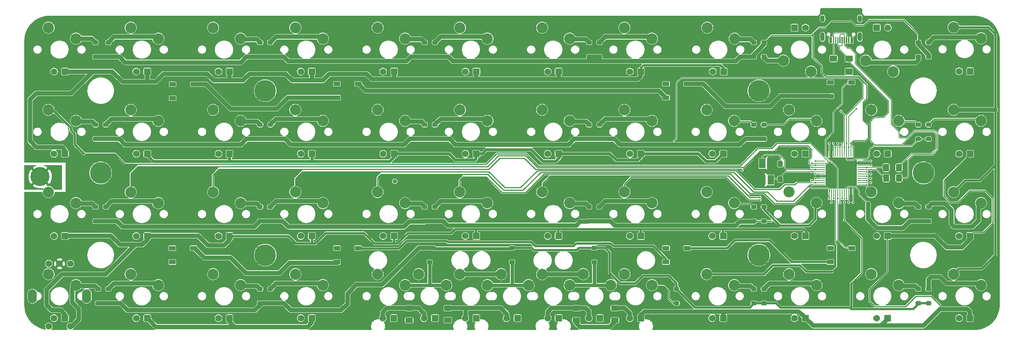
<source format=gtl>
G04 #@! TF.GenerationSoftware,KiCad,Pcbnew,5.0.1*
G04 #@! TF.CreationDate,2019-02-20T21:24:25-03:00*
G04 #@! TF.ProjectId,shark,736861726B2E6B696361645F70636200,V3.1*
G04 #@! TF.SameCoordinates,Original*
G04 #@! TF.FileFunction,Copper,L1,Top,Signal*
G04 #@! TF.FilePolarity,Positive*
%FSLAX46Y46*%
G04 Gerber Fmt 4.6, Leading zero omitted, Abs format (unit mm)*
G04 Created by KiCad (PCBNEW 5.0.1) date Wed 20 Feb 2019 09:24:25 PM -03*
%MOMM*%
%LPD*%
G01*
G04 APERTURE LIST*
G04 #@! TA.AperFunction,SMDPad,CuDef*
%ADD10R,1.500000X1.000000*%
G04 #@! TD*
G04 #@! TA.AperFunction,ComponentPad*
%ADD11O,2.100000X3.200000*%
G04 #@! TD*
G04 #@! TA.AperFunction,ComponentPad*
%ADD12C,1.524000*%
G04 #@! TD*
G04 #@! TA.AperFunction,SMDPad,CuDef*
%ADD13C,1.300000*%
G04 #@! TD*
G04 #@! TA.AperFunction,Conductor*
%ADD14C,0.100000*%
G04 #@! TD*
G04 #@! TA.AperFunction,SMDPad,CuDef*
%ADD15C,1.000000*%
G04 #@! TD*
G04 #@! TA.AperFunction,ComponentPad*
%ADD16C,2.540000*%
G04 #@! TD*
G04 #@! TA.AperFunction,ComponentPad*
%ADD17O,1.000000X2.100000*%
G04 #@! TD*
G04 #@! TA.AperFunction,ComponentPad*
%ADD18O,1.000000X1.600000*%
G04 #@! TD*
G04 #@! TA.AperFunction,SMDPad,CuDef*
%ADD19C,0.600000*%
G04 #@! TD*
G04 #@! TA.AperFunction,SMDPad,CuDef*
%ADD20C,0.300000*%
G04 #@! TD*
G04 #@! TA.AperFunction,SMDPad,CuDef*
%ADD21C,1.150000*%
G04 #@! TD*
G04 #@! TA.AperFunction,ComponentPad*
%ADD22C,5.000000*%
G04 #@! TD*
G04 #@! TA.AperFunction,SMDPad,CuDef*
%ADD23C,1.425000*%
G04 #@! TD*
G04 #@! TA.AperFunction,SMDPad,CuDef*
%ADD24R,0.250000X1.300000*%
G04 #@! TD*
G04 #@! TA.AperFunction,SMDPad,CuDef*
%ADD25R,1.300000X0.250000*%
G04 #@! TD*
G04 #@! TA.AperFunction,SMDPad,CuDef*
%ADD26C,1.250000*%
G04 #@! TD*
G04 #@! TA.AperFunction,ComponentPad*
%ADD27C,0.700000*%
G04 #@! TD*
G04 #@! TA.AperFunction,ComponentPad*
%ADD28C,4.400000*%
G04 #@! TD*
G04 #@! TA.AperFunction,ViaPad*
%ADD29C,0.450000*%
G04 #@! TD*
G04 #@! TA.AperFunction,ViaPad*
%ADD30C,1.000000*%
G04 #@! TD*
G04 #@! TA.AperFunction,ViaPad*
%ADD31C,0.800000*%
G04 #@! TD*
G04 #@! TA.AperFunction,ViaPad*
%ADD32C,0.508000*%
G04 #@! TD*
G04 #@! TA.AperFunction,Conductor*
%ADD33C,0.130000*%
G04 #@! TD*
G04 #@! TA.AperFunction,Conductor*
%ADD34C,1.000000*%
G04 #@! TD*
G04 #@! TA.AperFunction,Conductor*
%ADD35C,0.254000*%
G04 #@! TD*
G04 #@! TA.AperFunction,Conductor*
%ADD36C,0.500000*%
G04 #@! TD*
G04 #@! TA.AperFunction,Conductor*
%ADD37C,0.800000*%
G04 #@! TD*
G04 #@! TA.AperFunction,Conductor*
%ADD38C,0.134000*%
G04 #@! TD*
G04 #@! TA.AperFunction,Conductor*
%ADD39C,0.700000*%
G04 #@! TD*
G04 #@! TA.AperFunction,Conductor*
%ADD40C,0.127000*%
G04 #@! TD*
G04 APERTURE END LIST*
D10*
G04 #@! TO.P,RGB5,3*
G04 #@! TO.N,GND*
X226913000Y-123343000D03*
G04 #@! TO.P,RGB5,4*
G04 #@! TO.N,RGB_PWM*
X226913000Y-120143000D03*
G04 #@! TO.P,RGB5,2*
G04 #@! TO.N,Net-(RGB5-Pad2)*
X222013000Y-123343000D03*
G04 #@! TO.P,RGB5,1*
G04 #@! TO.N,5V*
X222013000Y-120143000D03*
G04 #@! TD*
G04 #@! TO.P,RGB1,3*
G04 #@! TO.N,GND*
X226862000Y-84997625D03*
G04 #@! TO.P,RGB1,4*
G04 #@! TO.N,RGB_PWM*
X226862000Y-81797625D03*
G04 #@! TO.P,RGB1,2*
G04 #@! TO.N,Net-(RGB1-Pad2)*
X221962000Y-84997625D03*
G04 #@! TO.P,RGB1,1*
G04 #@! TO.N,5V*
X221962000Y-81797625D03*
G04 #@! TD*
G04 #@! TO.P,RGB2,3*
G04 #@! TO.N,GND*
X188913000Y-85343000D03*
G04 #@! TO.P,RGB2,4*
G04 #@! TO.N,Net-(RGB1-Pad2)*
X188913000Y-82143000D03*
G04 #@! TO.P,RGB2,2*
G04 #@! TO.N,Net-(RGB2-Pad2)*
X184013000Y-85343000D03*
G04 #@! TO.P,RGB2,1*
G04 #@! TO.N,5V*
X184013000Y-82143000D03*
G04 #@! TD*
G04 #@! TO.P,RGB3,3*
G04 #@! TO.N,GND*
X112913000Y-85343000D03*
G04 #@! TO.P,RGB3,4*
G04 #@! TO.N,Net-(RGB2-Pad2)*
X112913000Y-82143000D03*
G04 #@! TO.P,RGB3,2*
G04 #@! TO.N,Net-(RGB3-Pad2)*
X108013000Y-85343000D03*
G04 #@! TO.P,RGB3,1*
G04 #@! TO.N,5V*
X108013000Y-82143000D03*
G04 #@! TD*
G04 #@! TO.P,RGB4,3*
G04 #@! TO.N,GND*
X74988000Y-85458625D03*
G04 #@! TO.P,RGB4,4*
G04 #@! TO.N,Net-(RGB3-Pad2)*
X74988000Y-82258625D03*
G04 #@! TO.P,RGB4,2*
G04 #@! TO.N,N/C*
X70088000Y-85458625D03*
G04 #@! TO.P,RGB4,1*
G04 #@! TO.N,5V*
X70088000Y-82258625D03*
G04 #@! TD*
G04 #@! TO.P,RGB6,3*
G04 #@! TO.N,GND*
X188913000Y-123343000D03*
G04 #@! TO.P,RGB6,4*
G04 #@! TO.N,Net-(RGB5-Pad2)*
X188913000Y-120143000D03*
G04 #@! TO.P,RGB6,2*
G04 #@! TO.N,Net-(RGB6-Pad2)*
X184013000Y-123343000D03*
G04 #@! TO.P,RGB6,1*
G04 #@! TO.N,5V*
X184013000Y-120143000D03*
G04 #@! TD*
G04 #@! TO.P,RGB7,3*
G04 #@! TO.N,GND*
X112913000Y-123343000D03*
G04 #@! TO.P,RGB7,4*
G04 #@! TO.N,Net-(RGB6-Pad2)*
X112913000Y-120143000D03*
G04 #@! TO.P,RGB7,2*
G04 #@! TO.N,Net-(RGB7-Pad2)*
X108013000Y-123343000D03*
G04 #@! TO.P,RGB7,1*
G04 #@! TO.N,5V*
X108013000Y-120143000D03*
G04 #@! TD*
G04 #@! TO.P,RGB8,3*
G04 #@! TO.N,GND*
X74913000Y-123343000D03*
G04 #@! TO.P,RGB8,4*
G04 #@! TO.N,Net-(RGB7-Pad2)*
X74913000Y-120143000D03*
G04 #@! TO.P,RGB8,2*
G04 #@! TO.N,N/C*
X70013000Y-123343000D03*
G04 #@! TO.P,RGB8,1*
G04 #@! TO.N,5V*
X70013000Y-120143000D03*
G04 #@! TD*
D11*
G04 #@! TO.P,ROT1,*
G04 #@! TO.N,*
X37713000Y-131243000D03*
X50213000Y-131243000D03*
D12*
G04 #@! TO.P,ROT1,S2*
G04 #@! TO.N,Col1*
X41463000Y-138243000D03*
G04 #@! TO.P,ROT1,S1*
G04 #@! TO.N,EncS1*
X46463000Y-138243000D03*
G04 #@! TO.P,ROT1,C*
G04 #@! TO.N,GND*
X43963000Y-123743000D03*
G04 #@! TO.P,ROT1,A*
G04 #@! TO.N,EncA*
X46463000Y-123743000D03*
G04 #@! TO.P,ROT1,B*
G04 #@! TO.N,EncB*
X41463000Y-123743000D03*
G04 #@! TD*
D13*
G04 #@! TO.P,Y1,2*
G04 #@! TO.N,GND*
X208244250Y-100796125D03*
D14*
G04 #@! TD*
G04 #@! TO.N,GND*
G04 #@! TO.C,Y1*
G36*
X207519730Y-99441248D02*
X207521153Y-99436558D01*
X207523463Y-99432236D01*
X207526572Y-99428447D01*
X207530361Y-99425338D01*
X207534683Y-99423028D01*
X207539373Y-99421605D01*
X207544250Y-99421125D01*
X208944250Y-99421125D01*
X208949127Y-99421605D01*
X208953817Y-99423028D01*
X208958139Y-99425338D01*
X208961928Y-99428447D01*
X208965037Y-99432236D01*
X208967347Y-99436558D01*
X208968770Y-99441248D01*
X208969250Y-99446125D01*
X208969250Y-101646125D01*
X208968770Y-101651002D01*
X208967347Y-101655692D01*
X208965037Y-101660014D01*
X208961928Y-101663803D01*
X208958139Y-101666912D01*
X208953817Y-101669222D01*
X208949127Y-101670645D01*
X208944250Y-101671125D01*
X207544250Y-101671125D01*
X207539373Y-101670645D01*
X207534683Y-101669222D01*
X207530361Y-101666912D01*
X207526572Y-101663803D01*
X207523463Y-101660014D01*
X207521153Y-101655692D01*
X207519730Y-101651002D01*
X207519250Y-101646125D01*
X207519250Y-99446125D01*
X207519730Y-99441248D01*
X207519730Y-99441248D01*
G37*
D13*
G04 #@! TO.P,Y1,3*
G04 #@! TO.N,XTAL1*
X206244250Y-100796125D03*
D14*
G04 #@! TD*
G04 #@! TO.N,XTAL1*
G04 #@! TO.C,Y1*
G36*
X205519730Y-99441248D02*
X205521153Y-99436558D01*
X205523463Y-99432236D01*
X205526572Y-99428447D01*
X205530361Y-99425338D01*
X205534683Y-99423028D01*
X205539373Y-99421605D01*
X205544250Y-99421125D01*
X206944250Y-99421125D01*
X206949127Y-99421605D01*
X206953817Y-99423028D01*
X206958139Y-99425338D01*
X206961928Y-99428447D01*
X206965037Y-99432236D01*
X206967347Y-99436558D01*
X206968770Y-99441248D01*
X206969250Y-99446125D01*
X206969250Y-101646125D01*
X206968770Y-101651002D01*
X206967347Y-101655692D01*
X206965037Y-101660014D01*
X206961928Y-101663803D01*
X206958139Y-101666912D01*
X206953817Y-101669222D01*
X206949127Y-101670645D01*
X206944250Y-101671125D01*
X205544250Y-101671125D01*
X205539373Y-101670645D01*
X205534683Y-101669222D01*
X205530361Y-101666912D01*
X205526572Y-101663803D01*
X205523463Y-101660014D01*
X205521153Y-101655692D01*
X205519730Y-101651002D01*
X205519250Y-101646125D01*
X205519250Y-99446125D01*
X205519730Y-99441248D01*
X205519730Y-99441248D01*
G37*
D13*
G04 #@! TO.P,Y1,4*
G04 #@! TO.N,GND*
X206244250Y-104096125D03*
D14*
G04 #@! TD*
G04 #@! TO.N,GND*
G04 #@! TO.C,Y1*
G36*
X205519730Y-103241248D02*
X205521153Y-103236558D01*
X205523463Y-103232236D01*
X205526572Y-103228447D01*
X205530361Y-103225338D01*
X205534683Y-103223028D01*
X205539373Y-103221605D01*
X205544250Y-103221125D01*
X206944250Y-103221125D01*
X206949127Y-103221605D01*
X206953817Y-103223028D01*
X206958139Y-103225338D01*
X206961928Y-103228447D01*
X206965037Y-103232236D01*
X206967347Y-103236558D01*
X206968770Y-103241248D01*
X206969250Y-103246125D01*
X206969250Y-105446125D01*
X206968770Y-105451002D01*
X206967347Y-105455692D01*
X206965037Y-105460014D01*
X206961928Y-105463803D01*
X206958139Y-105466912D01*
X206953817Y-105469222D01*
X206949127Y-105470645D01*
X206944250Y-105471125D01*
X205544250Y-105471125D01*
X205539373Y-105470645D01*
X205534683Y-105469222D01*
X205530361Y-105466912D01*
X205526572Y-105463803D01*
X205523463Y-105460014D01*
X205521153Y-105455692D01*
X205519730Y-105451002D01*
X205519250Y-105446125D01*
X205519250Y-103246125D01*
X205519730Y-103241248D01*
X205519730Y-103241248D01*
G37*
D13*
G04 #@! TO.P,Y1,1*
G04 #@! TO.N,XTAL2*
X208244250Y-104096125D03*
D14*
G04 #@! TD*
G04 #@! TO.N,XTAL2*
G04 #@! TO.C,Y1*
G36*
X207519730Y-103241248D02*
X207521153Y-103236558D01*
X207523463Y-103232236D01*
X207526572Y-103228447D01*
X207530361Y-103225338D01*
X207534683Y-103223028D01*
X207539373Y-103221605D01*
X207544250Y-103221125D01*
X208944250Y-103221125D01*
X208949127Y-103221605D01*
X208953817Y-103223028D01*
X208958139Y-103225338D01*
X208961928Y-103228447D01*
X208965037Y-103232236D01*
X208967347Y-103236558D01*
X208968770Y-103241248D01*
X208969250Y-103246125D01*
X208969250Y-105446125D01*
X208968770Y-105451002D01*
X208967347Y-105455692D01*
X208965037Y-105460014D01*
X208961928Y-105463803D01*
X208958139Y-105466912D01*
X208953817Y-105469222D01*
X208949127Y-105470645D01*
X208944250Y-105471125D01*
X207544250Y-105471125D01*
X207539373Y-105470645D01*
X207534683Y-105469222D01*
X207530361Y-105466912D01*
X207526572Y-105463803D01*
X207523463Y-105460014D01*
X207521153Y-105455692D01*
X207519730Y-105451002D01*
X207519250Y-105446125D01*
X207519250Y-103246125D01*
X207519730Y-103241248D01*
X207519730Y-103241248D01*
G37*
D13*
G04 #@! TO.P,Y1,2*
G04 #@! TO.N,GND*
X208244250Y-100796125D03*
D14*
G04 #@! TD*
G04 #@! TO.N,GND*
G04 #@! TO.C,Y1*
G36*
X207519730Y-99441248D02*
X207521153Y-99436558D01*
X207523463Y-99432236D01*
X207526572Y-99428447D01*
X207530361Y-99425338D01*
X207534683Y-99423028D01*
X207539373Y-99421605D01*
X207544250Y-99421125D01*
X208944250Y-99421125D01*
X208949127Y-99421605D01*
X208953817Y-99423028D01*
X208958139Y-99425338D01*
X208961928Y-99428447D01*
X208965037Y-99432236D01*
X208967347Y-99436558D01*
X208968770Y-99441248D01*
X208969250Y-99446125D01*
X208969250Y-101646125D01*
X208968770Y-101651002D01*
X208967347Y-101655692D01*
X208965037Y-101660014D01*
X208961928Y-101663803D01*
X208958139Y-101666912D01*
X208953817Y-101669222D01*
X208949127Y-101670645D01*
X208944250Y-101671125D01*
X207544250Y-101671125D01*
X207539373Y-101670645D01*
X207534683Y-101669222D01*
X207530361Y-101666912D01*
X207526572Y-101663803D01*
X207523463Y-101660014D01*
X207521153Y-101655692D01*
X207519730Y-101651002D01*
X207519250Y-101646125D01*
X207519250Y-99446125D01*
X207519730Y-99441248D01*
X207519730Y-99441248D01*
G37*
D13*
G04 #@! TO.P,Y1,3*
G04 #@! TO.N,XTAL1*
X206244250Y-100796125D03*
D14*
G04 #@! TD*
G04 #@! TO.N,XTAL1*
G04 #@! TO.C,Y1*
G36*
X205519730Y-99441248D02*
X205521153Y-99436558D01*
X205523463Y-99432236D01*
X205526572Y-99428447D01*
X205530361Y-99425338D01*
X205534683Y-99423028D01*
X205539373Y-99421605D01*
X205544250Y-99421125D01*
X206944250Y-99421125D01*
X206949127Y-99421605D01*
X206953817Y-99423028D01*
X206958139Y-99425338D01*
X206961928Y-99428447D01*
X206965037Y-99432236D01*
X206967347Y-99436558D01*
X206968770Y-99441248D01*
X206969250Y-99446125D01*
X206969250Y-101646125D01*
X206968770Y-101651002D01*
X206967347Y-101655692D01*
X206965037Y-101660014D01*
X206961928Y-101663803D01*
X206958139Y-101666912D01*
X206953817Y-101669222D01*
X206949127Y-101670645D01*
X206944250Y-101671125D01*
X205544250Y-101671125D01*
X205539373Y-101670645D01*
X205534683Y-101669222D01*
X205530361Y-101666912D01*
X205526572Y-101663803D01*
X205523463Y-101660014D01*
X205521153Y-101655692D01*
X205519730Y-101651002D01*
X205519250Y-101646125D01*
X205519250Y-99446125D01*
X205519730Y-99441248D01*
X205519730Y-99441248D01*
G37*
D13*
G04 #@! TO.P,Y1,4*
G04 #@! TO.N,GND*
X206244250Y-104096125D03*
D14*
G04 #@! TD*
G04 #@! TO.N,GND*
G04 #@! TO.C,Y1*
G36*
X205519730Y-103241248D02*
X205521153Y-103236558D01*
X205523463Y-103232236D01*
X205526572Y-103228447D01*
X205530361Y-103225338D01*
X205534683Y-103223028D01*
X205539373Y-103221605D01*
X205544250Y-103221125D01*
X206944250Y-103221125D01*
X206949127Y-103221605D01*
X206953817Y-103223028D01*
X206958139Y-103225338D01*
X206961928Y-103228447D01*
X206965037Y-103232236D01*
X206967347Y-103236558D01*
X206968770Y-103241248D01*
X206969250Y-103246125D01*
X206969250Y-105446125D01*
X206968770Y-105451002D01*
X206967347Y-105455692D01*
X206965037Y-105460014D01*
X206961928Y-105463803D01*
X206958139Y-105466912D01*
X206953817Y-105469222D01*
X206949127Y-105470645D01*
X206944250Y-105471125D01*
X205544250Y-105471125D01*
X205539373Y-105470645D01*
X205534683Y-105469222D01*
X205530361Y-105466912D01*
X205526572Y-105463803D01*
X205523463Y-105460014D01*
X205521153Y-105455692D01*
X205519730Y-105451002D01*
X205519250Y-105446125D01*
X205519250Y-103246125D01*
X205519730Y-103241248D01*
X205519730Y-103241248D01*
G37*
D13*
G04 #@! TO.P,Y1,1*
G04 #@! TO.N,XTAL2*
X208244250Y-104096125D03*
D14*
G04 #@! TD*
G04 #@! TO.N,XTAL2*
G04 #@! TO.C,Y1*
G36*
X207519730Y-103241248D02*
X207521153Y-103236558D01*
X207523463Y-103232236D01*
X207526572Y-103228447D01*
X207530361Y-103225338D01*
X207534683Y-103223028D01*
X207539373Y-103221605D01*
X207544250Y-103221125D01*
X208944250Y-103221125D01*
X208949127Y-103221605D01*
X208953817Y-103223028D01*
X208958139Y-103225338D01*
X208961928Y-103228447D01*
X208965037Y-103232236D01*
X208967347Y-103236558D01*
X208968770Y-103241248D01*
X208969250Y-103246125D01*
X208969250Y-105446125D01*
X208968770Y-105451002D01*
X208967347Y-105455692D01*
X208965037Y-105460014D01*
X208961928Y-105463803D01*
X208958139Y-105466912D01*
X208953817Y-105469222D01*
X208949127Y-105470645D01*
X208944250Y-105471125D01*
X207544250Y-105471125D01*
X207539373Y-105470645D01*
X207534683Y-105469222D01*
X207530361Y-105466912D01*
X207526572Y-105463803D01*
X207523463Y-105460014D01*
X207521153Y-105455692D01*
X207519730Y-105451002D01*
X207519250Y-105446125D01*
X207519250Y-103246125D01*
X207519730Y-103241248D01*
X207519730Y-103241248D01*
G37*
G04 #@! TO.N,Net-(D1-Pad2)*
G04 #@! TO.C,D1*
G36*
X52650004Y-72094237D02*
X52674273Y-72097837D01*
X52698071Y-72103798D01*
X52721171Y-72112063D01*
X52743349Y-72122553D01*
X52764393Y-72135166D01*
X52784098Y-72149780D01*
X52802277Y-72166256D01*
X52818753Y-72184435D01*
X52833367Y-72204140D01*
X52845980Y-72225184D01*
X52856470Y-72247362D01*
X52864735Y-72270462D01*
X52870696Y-72294260D01*
X52874296Y-72318529D01*
X52875500Y-72343033D01*
X52875500Y-72843033D01*
X52874296Y-72867537D01*
X52870696Y-72891806D01*
X52864735Y-72915604D01*
X52856470Y-72938704D01*
X52845980Y-72960882D01*
X52833367Y-72981926D01*
X52818753Y-73001631D01*
X52802277Y-73019810D01*
X52784098Y-73036286D01*
X52764393Y-73050900D01*
X52743349Y-73063513D01*
X52721171Y-73074003D01*
X52698071Y-73082268D01*
X52674273Y-73088229D01*
X52650004Y-73091829D01*
X52625500Y-73093033D01*
X51925500Y-73093033D01*
X51900996Y-73091829D01*
X51876727Y-73088229D01*
X51852929Y-73082268D01*
X51829829Y-73074003D01*
X51807651Y-73063513D01*
X51786607Y-73050900D01*
X51766902Y-73036286D01*
X51748723Y-73019810D01*
X51732247Y-73001631D01*
X51717633Y-72981926D01*
X51705020Y-72960882D01*
X51694530Y-72938704D01*
X51686265Y-72915604D01*
X51680304Y-72891806D01*
X51676704Y-72867537D01*
X51675500Y-72843033D01*
X51675500Y-72343033D01*
X51676704Y-72318529D01*
X51680304Y-72294260D01*
X51686265Y-72270462D01*
X51694530Y-72247362D01*
X51705020Y-72225184D01*
X51717633Y-72204140D01*
X51732247Y-72184435D01*
X51748723Y-72166256D01*
X51766902Y-72149780D01*
X51786607Y-72135166D01*
X51807651Y-72122553D01*
X51829829Y-72112063D01*
X51852929Y-72103798D01*
X51876727Y-72097837D01*
X51900996Y-72094237D01*
X51925500Y-72093033D01*
X52625500Y-72093033D01*
X52650004Y-72094237D01*
X52650004Y-72094237D01*
G37*
D15*
G04 #@! TD*
G04 #@! TO.P,D1,2*
G04 #@! TO.N,Net-(D1-Pad2)*
X52275500Y-72593033D03*
D14*
G04 #@! TO.N,Row1*
G04 #@! TO.C,D1*
G36*
X52650004Y-75394204D02*
X52674273Y-75397804D01*
X52698071Y-75403765D01*
X52721171Y-75412030D01*
X52743349Y-75422520D01*
X52764393Y-75435133D01*
X52784098Y-75449747D01*
X52802277Y-75466223D01*
X52818753Y-75484402D01*
X52833367Y-75504107D01*
X52845980Y-75525151D01*
X52856470Y-75547329D01*
X52864735Y-75570429D01*
X52870696Y-75594227D01*
X52874296Y-75618496D01*
X52875500Y-75643000D01*
X52875500Y-76143000D01*
X52874296Y-76167504D01*
X52870696Y-76191773D01*
X52864735Y-76215571D01*
X52856470Y-76238671D01*
X52845980Y-76260849D01*
X52833367Y-76281893D01*
X52818753Y-76301598D01*
X52802277Y-76319777D01*
X52784098Y-76336253D01*
X52764393Y-76350867D01*
X52743349Y-76363480D01*
X52721171Y-76373970D01*
X52698071Y-76382235D01*
X52674273Y-76388196D01*
X52650004Y-76391796D01*
X52625500Y-76393000D01*
X51925500Y-76393000D01*
X51900996Y-76391796D01*
X51876727Y-76388196D01*
X51852929Y-76382235D01*
X51829829Y-76373970D01*
X51807651Y-76363480D01*
X51786607Y-76350867D01*
X51766902Y-76336253D01*
X51748723Y-76319777D01*
X51732247Y-76301598D01*
X51717633Y-76281893D01*
X51705020Y-76260849D01*
X51694530Y-76238671D01*
X51686265Y-76215571D01*
X51680304Y-76191773D01*
X51676704Y-76167504D01*
X51675500Y-76143000D01*
X51675500Y-75643000D01*
X51676704Y-75618496D01*
X51680304Y-75594227D01*
X51686265Y-75570429D01*
X51694530Y-75547329D01*
X51705020Y-75525151D01*
X51717633Y-75504107D01*
X51732247Y-75484402D01*
X51748723Y-75466223D01*
X51766902Y-75449747D01*
X51786607Y-75435133D01*
X51807651Y-75422520D01*
X51829829Y-75412030D01*
X51852929Y-75403765D01*
X51876727Y-75397804D01*
X51900996Y-75394204D01*
X51925500Y-75393000D01*
X52625500Y-75393000D01*
X52650004Y-75394204D01*
X52650004Y-75394204D01*
G37*
D15*
G04 #@! TD*
G04 #@! TO.P,D1,1*
G04 #@! TO.N,Row1*
X52275500Y-75893000D03*
D14*
G04 #@! TO.N,Net-(D2-Pad2)*
G04 #@! TO.C,D2*
G36*
X55618754Y-72094237D02*
X55643023Y-72097837D01*
X55666821Y-72103798D01*
X55689921Y-72112063D01*
X55712099Y-72122553D01*
X55733143Y-72135166D01*
X55752848Y-72149780D01*
X55771027Y-72166256D01*
X55787503Y-72184435D01*
X55802117Y-72204140D01*
X55814730Y-72225184D01*
X55825220Y-72247362D01*
X55833485Y-72270462D01*
X55839446Y-72294260D01*
X55843046Y-72318529D01*
X55844250Y-72343033D01*
X55844250Y-72843033D01*
X55843046Y-72867537D01*
X55839446Y-72891806D01*
X55833485Y-72915604D01*
X55825220Y-72938704D01*
X55814730Y-72960882D01*
X55802117Y-72981926D01*
X55787503Y-73001631D01*
X55771027Y-73019810D01*
X55752848Y-73036286D01*
X55733143Y-73050900D01*
X55712099Y-73063513D01*
X55689921Y-73074003D01*
X55666821Y-73082268D01*
X55643023Y-73088229D01*
X55618754Y-73091829D01*
X55594250Y-73093033D01*
X54894250Y-73093033D01*
X54869746Y-73091829D01*
X54845477Y-73088229D01*
X54821679Y-73082268D01*
X54798579Y-73074003D01*
X54776401Y-73063513D01*
X54755357Y-73050900D01*
X54735652Y-73036286D01*
X54717473Y-73019810D01*
X54700997Y-73001631D01*
X54686383Y-72981926D01*
X54673770Y-72960882D01*
X54663280Y-72938704D01*
X54655015Y-72915604D01*
X54649054Y-72891806D01*
X54645454Y-72867537D01*
X54644250Y-72843033D01*
X54644250Y-72343033D01*
X54645454Y-72318529D01*
X54649054Y-72294260D01*
X54655015Y-72270462D01*
X54663280Y-72247362D01*
X54673770Y-72225184D01*
X54686383Y-72204140D01*
X54700997Y-72184435D01*
X54717473Y-72166256D01*
X54735652Y-72149780D01*
X54755357Y-72135166D01*
X54776401Y-72122553D01*
X54798579Y-72112063D01*
X54821679Y-72103798D01*
X54845477Y-72097837D01*
X54869746Y-72094237D01*
X54894250Y-72093033D01*
X55594250Y-72093033D01*
X55618754Y-72094237D01*
X55618754Y-72094237D01*
G37*
D15*
G04 #@! TD*
G04 #@! TO.P,D2,2*
G04 #@! TO.N,Net-(D2-Pad2)*
X55244250Y-72593033D03*
D14*
G04 #@! TO.N,Row1*
G04 #@! TO.C,D2*
G36*
X55618754Y-75394204D02*
X55643023Y-75397804D01*
X55666821Y-75403765D01*
X55689921Y-75412030D01*
X55712099Y-75422520D01*
X55733143Y-75435133D01*
X55752848Y-75449747D01*
X55771027Y-75466223D01*
X55787503Y-75484402D01*
X55802117Y-75504107D01*
X55814730Y-75525151D01*
X55825220Y-75547329D01*
X55833485Y-75570429D01*
X55839446Y-75594227D01*
X55843046Y-75618496D01*
X55844250Y-75643000D01*
X55844250Y-76143000D01*
X55843046Y-76167504D01*
X55839446Y-76191773D01*
X55833485Y-76215571D01*
X55825220Y-76238671D01*
X55814730Y-76260849D01*
X55802117Y-76281893D01*
X55787503Y-76301598D01*
X55771027Y-76319777D01*
X55752848Y-76336253D01*
X55733143Y-76350867D01*
X55712099Y-76363480D01*
X55689921Y-76373970D01*
X55666821Y-76382235D01*
X55643023Y-76388196D01*
X55618754Y-76391796D01*
X55594250Y-76393000D01*
X54894250Y-76393000D01*
X54869746Y-76391796D01*
X54845477Y-76388196D01*
X54821679Y-76382235D01*
X54798579Y-76373970D01*
X54776401Y-76363480D01*
X54755357Y-76350867D01*
X54735652Y-76336253D01*
X54717473Y-76319777D01*
X54700997Y-76301598D01*
X54686383Y-76281893D01*
X54673770Y-76260849D01*
X54663280Y-76238671D01*
X54655015Y-76215571D01*
X54649054Y-76191773D01*
X54645454Y-76167504D01*
X54644250Y-76143000D01*
X54644250Y-75643000D01*
X54645454Y-75618496D01*
X54649054Y-75594227D01*
X54655015Y-75570429D01*
X54663280Y-75547329D01*
X54673770Y-75525151D01*
X54686383Y-75504107D01*
X54700997Y-75484402D01*
X54717473Y-75466223D01*
X54735652Y-75449747D01*
X54755357Y-75435133D01*
X54776401Y-75422520D01*
X54798579Y-75412030D01*
X54821679Y-75403765D01*
X54845477Y-75397804D01*
X54869746Y-75394204D01*
X54894250Y-75393000D01*
X55594250Y-75393000D01*
X55618754Y-75394204D01*
X55618754Y-75394204D01*
G37*
D15*
G04 #@! TD*
G04 #@! TO.P,D2,1*
G04 #@! TO.N,Row1*
X55244250Y-75893000D03*
D14*
G04 #@! TO.N,Net-(D3-Pad2)*
G04 #@! TO.C,D3*
G36*
X90650004Y-72094237D02*
X90674273Y-72097837D01*
X90698071Y-72103798D01*
X90721171Y-72112063D01*
X90743349Y-72122553D01*
X90764393Y-72135166D01*
X90784098Y-72149780D01*
X90802277Y-72166256D01*
X90818753Y-72184435D01*
X90833367Y-72204140D01*
X90845980Y-72225184D01*
X90856470Y-72247362D01*
X90864735Y-72270462D01*
X90870696Y-72294260D01*
X90874296Y-72318529D01*
X90875500Y-72343033D01*
X90875500Y-72843033D01*
X90874296Y-72867537D01*
X90870696Y-72891806D01*
X90864735Y-72915604D01*
X90856470Y-72938704D01*
X90845980Y-72960882D01*
X90833367Y-72981926D01*
X90818753Y-73001631D01*
X90802277Y-73019810D01*
X90784098Y-73036286D01*
X90764393Y-73050900D01*
X90743349Y-73063513D01*
X90721171Y-73074003D01*
X90698071Y-73082268D01*
X90674273Y-73088229D01*
X90650004Y-73091829D01*
X90625500Y-73093033D01*
X89925500Y-73093033D01*
X89900996Y-73091829D01*
X89876727Y-73088229D01*
X89852929Y-73082268D01*
X89829829Y-73074003D01*
X89807651Y-73063513D01*
X89786607Y-73050900D01*
X89766902Y-73036286D01*
X89748723Y-73019810D01*
X89732247Y-73001631D01*
X89717633Y-72981926D01*
X89705020Y-72960882D01*
X89694530Y-72938704D01*
X89686265Y-72915604D01*
X89680304Y-72891806D01*
X89676704Y-72867537D01*
X89675500Y-72843033D01*
X89675500Y-72343033D01*
X89676704Y-72318529D01*
X89680304Y-72294260D01*
X89686265Y-72270462D01*
X89694530Y-72247362D01*
X89705020Y-72225184D01*
X89717633Y-72204140D01*
X89732247Y-72184435D01*
X89748723Y-72166256D01*
X89766902Y-72149780D01*
X89786607Y-72135166D01*
X89807651Y-72122553D01*
X89829829Y-72112063D01*
X89852929Y-72103798D01*
X89876727Y-72097837D01*
X89900996Y-72094237D01*
X89925500Y-72093033D01*
X90625500Y-72093033D01*
X90650004Y-72094237D01*
X90650004Y-72094237D01*
G37*
D15*
G04 #@! TD*
G04 #@! TO.P,D3,2*
G04 #@! TO.N,Net-(D3-Pad2)*
X90275500Y-72593033D03*
D14*
G04 #@! TO.N,Row1*
G04 #@! TO.C,D3*
G36*
X90650004Y-75394204D02*
X90674273Y-75397804D01*
X90698071Y-75403765D01*
X90721171Y-75412030D01*
X90743349Y-75422520D01*
X90764393Y-75435133D01*
X90784098Y-75449747D01*
X90802277Y-75466223D01*
X90818753Y-75484402D01*
X90833367Y-75504107D01*
X90845980Y-75525151D01*
X90856470Y-75547329D01*
X90864735Y-75570429D01*
X90870696Y-75594227D01*
X90874296Y-75618496D01*
X90875500Y-75643000D01*
X90875500Y-76143000D01*
X90874296Y-76167504D01*
X90870696Y-76191773D01*
X90864735Y-76215571D01*
X90856470Y-76238671D01*
X90845980Y-76260849D01*
X90833367Y-76281893D01*
X90818753Y-76301598D01*
X90802277Y-76319777D01*
X90784098Y-76336253D01*
X90764393Y-76350867D01*
X90743349Y-76363480D01*
X90721171Y-76373970D01*
X90698071Y-76382235D01*
X90674273Y-76388196D01*
X90650004Y-76391796D01*
X90625500Y-76393000D01*
X89925500Y-76393000D01*
X89900996Y-76391796D01*
X89876727Y-76388196D01*
X89852929Y-76382235D01*
X89829829Y-76373970D01*
X89807651Y-76363480D01*
X89786607Y-76350867D01*
X89766902Y-76336253D01*
X89748723Y-76319777D01*
X89732247Y-76301598D01*
X89717633Y-76281893D01*
X89705020Y-76260849D01*
X89694530Y-76238671D01*
X89686265Y-76215571D01*
X89680304Y-76191773D01*
X89676704Y-76167504D01*
X89675500Y-76143000D01*
X89675500Y-75643000D01*
X89676704Y-75618496D01*
X89680304Y-75594227D01*
X89686265Y-75570429D01*
X89694530Y-75547329D01*
X89705020Y-75525151D01*
X89717633Y-75504107D01*
X89732247Y-75484402D01*
X89748723Y-75466223D01*
X89766902Y-75449747D01*
X89786607Y-75435133D01*
X89807651Y-75422520D01*
X89829829Y-75412030D01*
X89852929Y-75403765D01*
X89876727Y-75397804D01*
X89900996Y-75394204D01*
X89925500Y-75393000D01*
X90625500Y-75393000D01*
X90650004Y-75394204D01*
X90650004Y-75394204D01*
G37*
D15*
G04 #@! TD*
G04 #@! TO.P,D3,1*
G04 #@! TO.N,Row1*
X90275500Y-75893000D03*
D14*
G04 #@! TO.N,Net-(D4-Pad2)*
G04 #@! TO.C,D4*
G36*
X93025004Y-72094237D02*
X93049273Y-72097837D01*
X93073071Y-72103798D01*
X93096171Y-72112063D01*
X93118349Y-72122553D01*
X93139393Y-72135166D01*
X93159098Y-72149780D01*
X93177277Y-72166256D01*
X93193753Y-72184435D01*
X93208367Y-72204140D01*
X93220980Y-72225184D01*
X93231470Y-72247362D01*
X93239735Y-72270462D01*
X93245696Y-72294260D01*
X93249296Y-72318529D01*
X93250500Y-72343033D01*
X93250500Y-72843033D01*
X93249296Y-72867537D01*
X93245696Y-72891806D01*
X93239735Y-72915604D01*
X93231470Y-72938704D01*
X93220980Y-72960882D01*
X93208367Y-72981926D01*
X93193753Y-73001631D01*
X93177277Y-73019810D01*
X93159098Y-73036286D01*
X93139393Y-73050900D01*
X93118349Y-73063513D01*
X93096171Y-73074003D01*
X93073071Y-73082268D01*
X93049273Y-73088229D01*
X93025004Y-73091829D01*
X93000500Y-73093033D01*
X92300500Y-73093033D01*
X92275996Y-73091829D01*
X92251727Y-73088229D01*
X92227929Y-73082268D01*
X92204829Y-73074003D01*
X92182651Y-73063513D01*
X92161607Y-73050900D01*
X92141902Y-73036286D01*
X92123723Y-73019810D01*
X92107247Y-73001631D01*
X92092633Y-72981926D01*
X92080020Y-72960882D01*
X92069530Y-72938704D01*
X92061265Y-72915604D01*
X92055304Y-72891806D01*
X92051704Y-72867537D01*
X92050500Y-72843033D01*
X92050500Y-72343033D01*
X92051704Y-72318529D01*
X92055304Y-72294260D01*
X92061265Y-72270462D01*
X92069530Y-72247362D01*
X92080020Y-72225184D01*
X92092633Y-72204140D01*
X92107247Y-72184435D01*
X92123723Y-72166256D01*
X92141902Y-72149780D01*
X92161607Y-72135166D01*
X92182651Y-72122553D01*
X92204829Y-72112063D01*
X92227929Y-72103798D01*
X92251727Y-72097837D01*
X92275996Y-72094237D01*
X92300500Y-72093033D01*
X93000500Y-72093033D01*
X93025004Y-72094237D01*
X93025004Y-72094237D01*
G37*
D15*
G04 #@! TD*
G04 #@! TO.P,D4,2*
G04 #@! TO.N,Net-(D4-Pad2)*
X92650500Y-72593033D03*
D14*
G04 #@! TO.N,Row1*
G04 #@! TO.C,D4*
G36*
X93025004Y-75394204D02*
X93049273Y-75397804D01*
X93073071Y-75403765D01*
X93096171Y-75412030D01*
X93118349Y-75422520D01*
X93139393Y-75435133D01*
X93159098Y-75449747D01*
X93177277Y-75466223D01*
X93193753Y-75484402D01*
X93208367Y-75504107D01*
X93220980Y-75525151D01*
X93231470Y-75547329D01*
X93239735Y-75570429D01*
X93245696Y-75594227D01*
X93249296Y-75618496D01*
X93250500Y-75643000D01*
X93250500Y-76143000D01*
X93249296Y-76167504D01*
X93245696Y-76191773D01*
X93239735Y-76215571D01*
X93231470Y-76238671D01*
X93220980Y-76260849D01*
X93208367Y-76281893D01*
X93193753Y-76301598D01*
X93177277Y-76319777D01*
X93159098Y-76336253D01*
X93139393Y-76350867D01*
X93118349Y-76363480D01*
X93096171Y-76373970D01*
X93073071Y-76382235D01*
X93049273Y-76388196D01*
X93025004Y-76391796D01*
X93000500Y-76393000D01*
X92300500Y-76393000D01*
X92275996Y-76391796D01*
X92251727Y-76388196D01*
X92227929Y-76382235D01*
X92204829Y-76373970D01*
X92182651Y-76363480D01*
X92161607Y-76350867D01*
X92141902Y-76336253D01*
X92123723Y-76319777D01*
X92107247Y-76301598D01*
X92092633Y-76281893D01*
X92080020Y-76260849D01*
X92069530Y-76238671D01*
X92061265Y-76215571D01*
X92055304Y-76191773D01*
X92051704Y-76167504D01*
X92050500Y-76143000D01*
X92050500Y-75643000D01*
X92051704Y-75618496D01*
X92055304Y-75594227D01*
X92061265Y-75570429D01*
X92069530Y-75547329D01*
X92080020Y-75525151D01*
X92092633Y-75504107D01*
X92107247Y-75484402D01*
X92123723Y-75466223D01*
X92141902Y-75449747D01*
X92161607Y-75435133D01*
X92182651Y-75422520D01*
X92204829Y-75412030D01*
X92227929Y-75403765D01*
X92251727Y-75397804D01*
X92275996Y-75394204D01*
X92300500Y-75393000D01*
X93000500Y-75393000D01*
X93025004Y-75394204D01*
X93025004Y-75394204D01*
G37*
D15*
G04 #@! TD*
G04 #@! TO.P,D4,1*
G04 #@! TO.N,Row1*
X92650500Y-75893000D03*
D14*
G04 #@! TO.N,Net-(D5-Pad2)*
G04 #@! TO.C,D5*
G36*
X128650004Y-72094237D02*
X128674273Y-72097837D01*
X128698071Y-72103798D01*
X128721171Y-72112063D01*
X128743349Y-72122553D01*
X128764393Y-72135166D01*
X128784098Y-72149780D01*
X128802277Y-72166256D01*
X128818753Y-72184435D01*
X128833367Y-72204140D01*
X128845980Y-72225184D01*
X128856470Y-72247362D01*
X128864735Y-72270462D01*
X128870696Y-72294260D01*
X128874296Y-72318529D01*
X128875500Y-72343033D01*
X128875500Y-72843033D01*
X128874296Y-72867537D01*
X128870696Y-72891806D01*
X128864735Y-72915604D01*
X128856470Y-72938704D01*
X128845980Y-72960882D01*
X128833367Y-72981926D01*
X128818753Y-73001631D01*
X128802277Y-73019810D01*
X128784098Y-73036286D01*
X128764393Y-73050900D01*
X128743349Y-73063513D01*
X128721171Y-73074003D01*
X128698071Y-73082268D01*
X128674273Y-73088229D01*
X128650004Y-73091829D01*
X128625500Y-73093033D01*
X127925500Y-73093033D01*
X127900996Y-73091829D01*
X127876727Y-73088229D01*
X127852929Y-73082268D01*
X127829829Y-73074003D01*
X127807651Y-73063513D01*
X127786607Y-73050900D01*
X127766902Y-73036286D01*
X127748723Y-73019810D01*
X127732247Y-73001631D01*
X127717633Y-72981926D01*
X127705020Y-72960882D01*
X127694530Y-72938704D01*
X127686265Y-72915604D01*
X127680304Y-72891806D01*
X127676704Y-72867537D01*
X127675500Y-72843033D01*
X127675500Y-72343033D01*
X127676704Y-72318529D01*
X127680304Y-72294260D01*
X127686265Y-72270462D01*
X127694530Y-72247362D01*
X127705020Y-72225184D01*
X127717633Y-72204140D01*
X127732247Y-72184435D01*
X127748723Y-72166256D01*
X127766902Y-72149780D01*
X127786607Y-72135166D01*
X127807651Y-72122553D01*
X127829829Y-72112063D01*
X127852929Y-72103798D01*
X127876727Y-72097837D01*
X127900996Y-72094237D01*
X127925500Y-72093033D01*
X128625500Y-72093033D01*
X128650004Y-72094237D01*
X128650004Y-72094237D01*
G37*
D15*
G04 #@! TD*
G04 #@! TO.P,D5,2*
G04 #@! TO.N,Net-(D5-Pad2)*
X128275500Y-72593033D03*
D14*
G04 #@! TO.N,Row1*
G04 #@! TO.C,D5*
G36*
X128650004Y-75394204D02*
X128674273Y-75397804D01*
X128698071Y-75403765D01*
X128721171Y-75412030D01*
X128743349Y-75422520D01*
X128764393Y-75435133D01*
X128784098Y-75449747D01*
X128802277Y-75466223D01*
X128818753Y-75484402D01*
X128833367Y-75504107D01*
X128845980Y-75525151D01*
X128856470Y-75547329D01*
X128864735Y-75570429D01*
X128870696Y-75594227D01*
X128874296Y-75618496D01*
X128875500Y-75643000D01*
X128875500Y-76143000D01*
X128874296Y-76167504D01*
X128870696Y-76191773D01*
X128864735Y-76215571D01*
X128856470Y-76238671D01*
X128845980Y-76260849D01*
X128833367Y-76281893D01*
X128818753Y-76301598D01*
X128802277Y-76319777D01*
X128784098Y-76336253D01*
X128764393Y-76350867D01*
X128743349Y-76363480D01*
X128721171Y-76373970D01*
X128698071Y-76382235D01*
X128674273Y-76388196D01*
X128650004Y-76391796D01*
X128625500Y-76393000D01*
X127925500Y-76393000D01*
X127900996Y-76391796D01*
X127876727Y-76388196D01*
X127852929Y-76382235D01*
X127829829Y-76373970D01*
X127807651Y-76363480D01*
X127786607Y-76350867D01*
X127766902Y-76336253D01*
X127748723Y-76319777D01*
X127732247Y-76301598D01*
X127717633Y-76281893D01*
X127705020Y-76260849D01*
X127694530Y-76238671D01*
X127686265Y-76215571D01*
X127680304Y-76191773D01*
X127676704Y-76167504D01*
X127675500Y-76143000D01*
X127675500Y-75643000D01*
X127676704Y-75618496D01*
X127680304Y-75594227D01*
X127686265Y-75570429D01*
X127694530Y-75547329D01*
X127705020Y-75525151D01*
X127717633Y-75504107D01*
X127732247Y-75484402D01*
X127748723Y-75466223D01*
X127766902Y-75449747D01*
X127786607Y-75435133D01*
X127807651Y-75422520D01*
X127829829Y-75412030D01*
X127852929Y-75403765D01*
X127876727Y-75397804D01*
X127900996Y-75394204D01*
X127925500Y-75393000D01*
X128625500Y-75393000D01*
X128650004Y-75394204D01*
X128650004Y-75394204D01*
G37*
D15*
G04 #@! TD*
G04 #@! TO.P,D5,1*
G04 #@! TO.N,Row1*
X128275500Y-75893000D03*
D14*
G04 #@! TO.N,Net-(D6-Pad2)*
G04 #@! TO.C,D6*
G36*
X131025004Y-72094237D02*
X131049273Y-72097837D01*
X131073071Y-72103798D01*
X131096171Y-72112063D01*
X131118349Y-72122553D01*
X131139393Y-72135166D01*
X131159098Y-72149780D01*
X131177277Y-72166256D01*
X131193753Y-72184435D01*
X131208367Y-72204140D01*
X131220980Y-72225184D01*
X131231470Y-72247362D01*
X131239735Y-72270462D01*
X131245696Y-72294260D01*
X131249296Y-72318529D01*
X131250500Y-72343033D01*
X131250500Y-72843033D01*
X131249296Y-72867537D01*
X131245696Y-72891806D01*
X131239735Y-72915604D01*
X131231470Y-72938704D01*
X131220980Y-72960882D01*
X131208367Y-72981926D01*
X131193753Y-73001631D01*
X131177277Y-73019810D01*
X131159098Y-73036286D01*
X131139393Y-73050900D01*
X131118349Y-73063513D01*
X131096171Y-73074003D01*
X131073071Y-73082268D01*
X131049273Y-73088229D01*
X131025004Y-73091829D01*
X131000500Y-73093033D01*
X130300500Y-73093033D01*
X130275996Y-73091829D01*
X130251727Y-73088229D01*
X130227929Y-73082268D01*
X130204829Y-73074003D01*
X130182651Y-73063513D01*
X130161607Y-73050900D01*
X130141902Y-73036286D01*
X130123723Y-73019810D01*
X130107247Y-73001631D01*
X130092633Y-72981926D01*
X130080020Y-72960882D01*
X130069530Y-72938704D01*
X130061265Y-72915604D01*
X130055304Y-72891806D01*
X130051704Y-72867537D01*
X130050500Y-72843033D01*
X130050500Y-72343033D01*
X130051704Y-72318529D01*
X130055304Y-72294260D01*
X130061265Y-72270462D01*
X130069530Y-72247362D01*
X130080020Y-72225184D01*
X130092633Y-72204140D01*
X130107247Y-72184435D01*
X130123723Y-72166256D01*
X130141902Y-72149780D01*
X130161607Y-72135166D01*
X130182651Y-72122553D01*
X130204829Y-72112063D01*
X130227929Y-72103798D01*
X130251727Y-72097837D01*
X130275996Y-72094237D01*
X130300500Y-72093033D01*
X131000500Y-72093033D01*
X131025004Y-72094237D01*
X131025004Y-72094237D01*
G37*
D15*
G04 #@! TD*
G04 #@! TO.P,D6,2*
G04 #@! TO.N,Net-(D6-Pad2)*
X130650500Y-72593033D03*
D14*
G04 #@! TO.N,Row1*
G04 #@! TO.C,D6*
G36*
X131025004Y-75394204D02*
X131049273Y-75397804D01*
X131073071Y-75403765D01*
X131096171Y-75412030D01*
X131118349Y-75422520D01*
X131139393Y-75435133D01*
X131159098Y-75449747D01*
X131177277Y-75466223D01*
X131193753Y-75484402D01*
X131208367Y-75504107D01*
X131220980Y-75525151D01*
X131231470Y-75547329D01*
X131239735Y-75570429D01*
X131245696Y-75594227D01*
X131249296Y-75618496D01*
X131250500Y-75643000D01*
X131250500Y-76143000D01*
X131249296Y-76167504D01*
X131245696Y-76191773D01*
X131239735Y-76215571D01*
X131231470Y-76238671D01*
X131220980Y-76260849D01*
X131208367Y-76281893D01*
X131193753Y-76301598D01*
X131177277Y-76319777D01*
X131159098Y-76336253D01*
X131139393Y-76350867D01*
X131118349Y-76363480D01*
X131096171Y-76373970D01*
X131073071Y-76382235D01*
X131049273Y-76388196D01*
X131025004Y-76391796D01*
X131000500Y-76393000D01*
X130300500Y-76393000D01*
X130275996Y-76391796D01*
X130251727Y-76388196D01*
X130227929Y-76382235D01*
X130204829Y-76373970D01*
X130182651Y-76363480D01*
X130161607Y-76350867D01*
X130141902Y-76336253D01*
X130123723Y-76319777D01*
X130107247Y-76301598D01*
X130092633Y-76281893D01*
X130080020Y-76260849D01*
X130069530Y-76238671D01*
X130061265Y-76215571D01*
X130055304Y-76191773D01*
X130051704Y-76167504D01*
X130050500Y-76143000D01*
X130050500Y-75643000D01*
X130051704Y-75618496D01*
X130055304Y-75594227D01*
X130061265Y-75570429D01*
X130069530Y-75547329D01*
X130080020Y-75525151D01*
X130092633Y-75504107D01*
X130107247Y-75484402D01*
X130123723Y-75466223D01*
X130141902Y-75449747D01*
X130161607Y-75435133D01*
X130182651Y-75422520D01*
X130204829Y-75412030D01*
X130227929Y-75403765D01*
X130251727Y-75397804D01*
X130275996Y-75394204D01*
X130300500Y-75393000D01*
X131000500Y-75393000D01*
X131025004Y-75394204D01*
X131025004Y-75394204D01*
G37*
D15*
G04 #@! TD*
G04 #@! TO.P,D6,1*
G04 #@! TO.N,Row1*
X130650500Y-75893000D03*
D14*
G04 #@! TO.N,Net-(D7-Pad2)*
G04 #@! TO.C,D7*
G36*
X166650004Y-72094237D02*
X166674273Y-72097837D01*
X166698071Y-72103798D01*
X166721171Y-72112063D01*
X166743349Y-72122553D01*
X166764393Y-72135166D01*
X166784098Y-72149780D01*
X166802277Y-72166256D01*
X166818753Y-72184435D01*
X166833367Y-72204140D01*
X166845980Y-72225184D01*
X166856470Y-72247362D01*
X166864735Y-72270462D01*
X166870696Y-72294260D01*
X166874296Y-72318529D01*
X166875500Y-72343033D01*
X166875500Y-72843033D01*
X166874296Y-72867537D01*
X166870696Y-72891806D01*
X166864735Y-72915604D01*
X166856470Y-72938704D01*
X166845980Y-72960882D01*
X166833367Y-72981926D01*
X166818753Y-73001631D01*
X166802277Y-73019810D01*
X166784098Y-73036286D01*
X166764393Y-73050900D01*
X166743349Y-73063513D01*
X166721171Y-73074003D01*
X166698071Y-73082268D01*
X166674273Y-73088229D01*
X166650004Y-73091829D01*
X166625500Y-73093033D01*
X165925500Y-73093033D01*
X165900996Y-73091829D01*
X165876727Y-73088229D01*
X165852929Y-73082268D01*
X165829829Y-73074003D01*
X165807651Y-73063513D01*
X165786607Y-73050900D01*
X165766902Y-73036286D01*
X165748723Y-73019810D01*
X165732247Y-73001631D01*
X165717633Y-72981926D01*
X165705020Y-72960882D01*
X165694530Y-72938704D01*
X165686265Y-72915604D01*
X165680304Y-72891806D01*
X165676704Y-72867537D01*
X165675500Y-72843033D01*
X165675500Y-72343033D01*
X165676704Y-72318529D01*
X165680304Y-72294260D01*
X165686265Y-72270462D01*
X165694530Y-72247362D01*
X165705020Y-72225184D01*
X165717633Y-72204140D01*
X165732247Y-72184435D01*
X165748723Y-72166256D01*
X165766902Y-72149780D01*
X165786607Y-72135166D01*
X165807651Y-72122553D01*
X165829829Y-72112063D01*
X165852929Y-72103798D01*
X165876727Y-72097837D01*
X165900996Y-72094237D01*
X165925500Y-72093033D01*
X166625500Y-72093033D01*
X166650004Y-72094237D01*
X166650004Y-72094237D01*
G37*
D15*
G04 #@! TD*
G04 #@! TO.P,D7,2*
G04 #@! TO.N,Net-(D7-Pad2)*
X166275500Y-72593033D03*
D14*
G04 #@! TO.N,Row1*
G04 #@! TO.C,D7*
G36*
X166650004Y-75394204D02*
X166674273Y-75397804D01*
X166698071Y-75403765D01*
X166721171Y-75412030D01*
X166743349Y-75422520D01*
X166764393Y-75435133D01*
X166784098Y-75449747D01*
X166802277Y-75466223D01*
X166818753Y-75484402D01*
X166833367Y-75504107D01*
X166845980Y-75525151D01*
X166856470Y-75547329D01*
X166864735Y-75570429D01*
X166870696Y-75594227D01*
X166874296Y-75618496D01*
X166875500Y-75643000D01*
X166875500Y-76143000D01*
X166874296Y-76167504D01*
X166870696Y-76191773D01*
X166864735Y-76215571D01*
X166856470Y-76238671D01*
X166845980Y-76260849D01*
X166833367Y-76281893D01*
X166818753Y-76301598D01*
X166802277Y-76319777D01*
X166784098Y-76336253D01*
X166764393Y-76350867D01*
X166743349Y-76363480D01*
X166721171Y-76373970D01*
X166698071Y-76382235D01*
X166674273Y-76388196D01*
X166650004Y-76391796D01*
X166625500Y-76393000D01*
X165925500Y-76393000D01*
X165900996Y-76391796D01*
X165876727Y-76388196D01*
X165852929Y-76382235D01*
X165829829Y-76373970D01*
X165807651Y-76363480D01*
X165786607Y-76350867D01*
X165766902Y-76336253D01*
X165748723Y-76319777D01*
X165732247Y-76301598D01*
X165717633Y-76281893D01*
X165705020Y-76260849D01*
X165694530Y-76238671D01*
X165686265Y-76215571D01*
X165680304Y-76191773D01*
X165676704Y-76167504D01*
X165675500Y-76143000D01*
X165675500Y-75643000D01*
X165676704Y-75618496D01*
X165680304Y-75594227D01*
X165686265Y-75570429D01*
X165694530Y-75547329D01*
X165705020Y-75525151D01*
X165717633Y-75504107D01*
X165732247Y-75484402D01*
X165748723Y-75466223D01*
X165766902Y-75449747D01*
X165786607Y-75435133D01*
X165807651Y-75422520D01*
X165829829Y-75412030D01*
X165852929Y-75403765D01*
X165876727Y-75397804D01*
X165900996Y-75394204D01*
X165925500Y-75393000D01*
X166625500Y-75393000D01*
X166650004Y-75394204D01*
X166650004Y-75394204D01*
G37*
D15*
G04 #@! TD*
G04 #@! TO.P,D7,1*
G04 #@! TO.N,Row1*
X166275500Y-75893000D03*
D14*
G04 #@! TO.N,Net-(D8-Pad2)*
G04 #@! TO.C,D8*
G36*
X169025004Y-72094237D02*
X169049273Y-72097837D01*
X169073071Y-72103798D01*
X169096171Y-72112063D01*
X169118349Y-72122553D01*
X169139393Y-72135166D01*
X169159098Y-72149780D01*
X169177277Y-72166256D01*
X169193753Y-72184435D01*
X169208367Y-72204140D01*
X169220980Y-72225184D01*
X169231470Y-72247362D01*
X169239735Y-72270462D01*
X169245696Y-72294260D01*
X169249296Y-72318529D01*
X169250500Y-72343033D01*
X169250500Y-72843033D01*
X169249296Y-72867537D01*
X169245696Y-72891806D01*
X169239735Y-72915604D01*
X169231470Y-72938704D01*
X169220980Y-72960882D01*
X169208367Y-72981926D01*
X169193753Y-73001631D01*
X169177277Y-73019810D01*
X169159098Y-73036286D01*
X169139393Y-73050900D01*
X169118349Y-73063513D01*
X169096171Y-73074003D01*
X169073071Y-73082268D01*
X169049273Y-73088229D01*
X169025004Y-73091829D01*
X169000500Y-73093033D01*
X168300500Y-73093033D01*
X168275996Y-73091829D01*
X168251727Y-73088229D01*
X168227929Y-73082268D01*
X168204829Y-73074003D01*
X168182651Y-73063513D01*
X168161607Y-73050900D01*
X168141902Y-73036286D01*
X168123723Y-73019810D01*
X168107247Y-73001631D01*
X168092633Y-72981926D01*
X168080020Y-72960882D01*
X168069530Y-72938704D01*
X168061265Y-72915604D01*
X168055304Y-72891806D01*
X168051704Y-72867537D01*
X168050500Y-72843033D01*
X168050500Y-72343033D01*
X168051704Y-72318529D01*
X168055304Y-72294260D01*
X168061265Y-72270462D01*
X168069530Y-72247362D01*
X168080020Y-72225184D01*
X168092633Y-72204140D01*
X168107247Y-72184435D01*
X168123723Y-72166256D01*
X168141902Y-72149780D01*
X168161607Y-72135166D01*
X168182651Y-72122553D01*
X168204829Y-72112063D01*
X168227929Y-72103798D01*
X168251727Y-72097837D01*
X168275996Y-72094237D01*
X168300500Y-72093033D01*
X169000500Y-72093033D01*
X169025004Y-72094237D01*
X169025004Y-72094237D01*
G37*
D15*
G04 #@! TD*
G04 #@! TO.P,D8,2*
G04 #@! TO.N,Net-(D8-Pad2)*
X168650500Y-72593033D03*
D14*
G04 #@! TO.N,Row1*
G04 #@! TO.C,D8*
G36*
X169025004Y-75394204D02*
X169049273Y-75397804D01*
X169073071Y-75403765D01*
X169096171Y-75412030D01*
X169118349Y-75422520D01*
X169139393Y-75435133D01*
X169159098Y-75449747D01*
X169177277Y-75466223D01*
X169193753Y-75484402D01*
X169208367Y-75504107D01*
X169220980Y-75525151D01*
X169231470Y-75547329D01*
X169239735Y-75570429D01*
X169245696Y-75594227D01*
X169249296Y-75618496D01*
X169250500Y-75643000D01*
X169250500Y-76143000D01*
X169249296Y-76167504D01*
X169245696Y-76191773D01*
X169239735Y-76215571D01*
X169231470Y-76238671D01*
X169220980Y-76260849D01*
X169208367Y-76281893D01*
X169193753Y-76301598D01*
X169177277Y-76319777D01*
X169159098Y-76336253D01*
X169139393Y-76350867D01*
X169118349Y-76363480D01*
X169096171Y-76373970D01*
X169073071Y-76382235D01*
X169049273Y-76388196D01*
X169025004Y-76391796D01*
X169000500Y-76393000D01*
X168300500Y-76393000D01*
X168275996Y-76391796D01*
X168251727Y-76388196D01*
X168227929Y-76382235D01*
X168204829Y-76373970D01*
X168182651Y-76363480D01*
X168161607Y-76350867D01*
X168141902Y-76336253D01*
X168123723Y-76319777D01*
X168107247Y-76301598D01*
X168092633Y-76281893D01*
X168080020Y-76260849D01*
X168069530Y-76238671D01*
X168061265Y-76215571D01*
X168055304Y-76191773D01*
X168051704Y-76167504D01*
X168050500Y-76143000D01*
X168050500Y-75643000D01*
X168051704Y-75618496D01*
X168055304Y-75594227D01*
X168061265Y-75570429D01*
X168069530Y-75547329D01*
X168080020Y-75525151D01*
X168092633Y-75504107D01*
X168107247Y-75484402D01*
X168123723Y-75466223D01*
X168141902Y-75449747D01*
X168161607Y-75435133D01*
X168182651Y-75422520D01*
X168204829Y-75412030D01*
X168227929Y-75403765D01*
X168251727Y-75397804D01*
X168275996Y-75394204D01*
X168300500Y-75393000D01*
X169000500Y-75393000D01*
X169025004Y-75394204D01*
X169025004Y-75394204D01*
G37*
D15*
G04 #@! TD*
G04 #@! TO.P,D8,1*
G04 #@! TO.N,Row1*
X168650500Y-75893000D03*
D14*
G04 #@! TO.N,Net-(D9-Pad2)*
G04 #@! TO.C,D9*
G36*
X204650004Y-72094237D02*
X204674273Y-72097837D01*
X204698071Y-72103798D01*
X204721171Y-72112063D01*
X204743349Y-72122553D01*
X204764393Y-72135166D01*
X204784098Y-72149780D01*
X204802277Y-72166256D01*
X204818753Y-72184435D01*
X204833367Y-72204140D01*
X204845980Y-72225184D01*
X204856470Y-72247362D01*
X204864735Y-72270462D01*
X204870696Y-72294260D01*
X204874296Y-72318529D01*
X204875500Y-72343033D01*
X204875500Y-72843033D01*
X204874296Y-72867537D01*
X204870696Y-72891806D01*
X204864735Y-72915604D01*
X204856470Y-72938704D01*
X204845980Y-72960882D01*
X204833367Y-72981926D01*
X204818753Y-73001631D01*
X204802277Y-73019810D01*
X204784098Y-73036286D01*
X204764393Y-73050900D01*
X204743349Y-73063513D01*
X204721171Y-73074003D01*
X204698071Y-73082268D01*
X204674273Y-73088229D01*
X204650004Y-73091829D01*
X204625500Y-73093033D01*
X203925500Y-73093033D01*
X203900996Y-73091829D01*
X203876727Y-73088229D01*
X203852929Y-73082268D01*
X203829829Y-73074003D01*
X203807651Y-73063513D01*
X203786607Y-73050900D01*
X203766902Y-73036286D01*
X203748723Y-73019810D01*
X203732247Y-73001631D01*
X203717633Y-72981926D01*
X203705020Y-72960882D01*
X203694530Y-72938704D01*
X203686265Y-72915604D01*
X203680304Y-72891806D01*
X203676704Y-72867537D01*
X203675500Y-72843033D01*
X203675500Y-72343033D01*
X203676704Y-72318529D01*
X203680304Y-72294260D01*
X203686265Y-72270462D01*
X203694530Y-72247362D01*
X203705020Y-72225184D01*
X203717633Y-72204140D01*
X203732247Y-72184435D01*
X203748723Y-72166256D01*
X203766902Y-72149780D01*
X203786607Y-72135166D01*
X203807651Y-72122553D01*
X203829829Y-72112063D01*
X203852929Y-72103798D01*
X203876727Y-72097837D01*
X203900996Y-72094237D01*
X203925500Y-72093033D01*
X204625500Y-72093033D01*
X204650004Y-72094237D01*
X204650004Y-72094237D01*
G37*
D15*
G04 #@! TD*
G04 #@! TO.P,D9,2*
G04 #@! TO.N,Net-(D9-Pad2)*
X204275500Y-72593033D03*
D14*
G04 #@! TO.N,Row1*
G04 #@! TO.C,D9*
G36*
X204650004Y-75394204D02*
X204674273Y-75397804D01*
X204698071Y-75403765D01*
X204721171Y-75412030D01*
X204743349Y-75422520D01*
X204764393Y-75435133D01*
X204784098Y-75449747D01*
X204802277Y-75466223D01*
X204818753Y-75484402D01*
X204833367Y-75504107D01*
X204845980Y-75525151D01*
X204856470Y-75547329D01*
X204864735Y-75570429D01*
X204870696Y-75594227D01*
X204874296Y-75618496D01*
X204875500Y-75643000D01*
X204875500Y-76143000D01*
X204874296Y-76167504D01*
X204870696Y-76191773D01*
X204864735Y-76215571D01*
X204856470Y-76238671D01*
X204845980Y-76260849D01*
X204833367Y-76281893D01*
X204818753Y-76301598D01*
X204802277Y-76319777D01*
X204784098Y-76336253D01*
X204764393Y-76350867D01*
X204743349Y-76363480D01*
X204721171Y-76373970D01*
X204698071Y-76382235D01*
X204674273Y-76388196D01*
X204650004Y-76391796D01*
X204625500Y-76393000D01*
X203925500Y-76393000D01*
X203900996Y-76391796D01*
X203876727Y-76388196D01*
X203852929Y-76382235D01*
X203829829Y-76373970D01*
X203807651Y-76363480D01*
X203786607Y-76350867D01*
X203766902Y-76336253D01*
X203748723Y-76319777D01*
X203732247Y-76301598D01*
X203717633Y-76281893D01*
X203705020Y-76260849D01*
X203694530Y-76238671D01*
X203686265Y-76215571D01*
X203680304Y-76191773D01*
X203676704Y-76167504D01*
X203675500Y-76143000D01*
X203675500Y-75643000D01*
X203676704Y-75618496D01*
X203680304Y-75594227D01*
X203686265Y-75570429D01*
X203694530Y-75547329D01*
X203705020Y-75525151D01*
X203717633Y-75504107D01*
X203732247Y-75484402D01*
X203748723Y-75466223D01*
X203766902Y-75449747D01*
X203786607Y-75435133D01*
X203807651Y-75422520D01*
X203829829Y-75412030D01*
X203852929Y-75403765D01*
X203876727Y-75397804D01*
X203900996Y-75394204D01*
X203925500Y-75393000D01*
X204625500Y-75393000D01*
X204650004Y-75394204D01*
X204650004Y-75394204D01*
G37*
D15*
G04 #@! TD*
G04 #@! TO.P,D9,1*
G04 #@! TO.N,Row1*
X204275500Y-75893000D03*
D14*
G04 #@! TO.N,Net-(D10-Pad2)*
G04 #@! TO.C,D10*
G36*
X207025004Y-75394171D02*
X207049273Y-75397771D01*
X207073071Y-75403732D01*
X207096171Y-75411997D01*
X207118349Y-75422487D01*
X207139393Y-75435100D01*
X207159098Y-75449714D01*
X207177277Y-75466190D01*
X207193753Y-75484369D01*
X207208367Y-75504074D01*
X207220980Y-75525118D01*
X207231470Y-75547296D01*
X207239735Y-75570396D01*
X207245696Y-75594194D01*
X207249296Y-75618463D01*
X207250500Y-75642967D01*
X207250500Y-76142967D01*
X207249296Y-76167471D01*
X207245696Y-76191740D01*
X207239735Y-76215538D01*
X207231470Y-76238638D01*
X207220980Y-76260816D01*
X207208367Y-76281860D01*
X207193753Y-76301565D01*
X207177277Y-76319744D01*
X207159098Y-76336220D01*
X207139393Y-76350834D01*
X207118349Y-76363447D01*
X207096171Y-76373937D01*
X207073071Y-76382202D01*
X207049273Y-76388163D01*
X207025004Y-76391763D01*
X207000500Y-76392967D01*
X206300500Y-76392967D01*
X206275996Y-76391763D01*
X206251727Y-76388163D01*
X206227929Y-76382202D01*
X206204829Y-76373937D01*
X206182651Y-76363447D01*
X206161607Y-76350834D01*
X206141902Y-76336220D01*
X206123723Y-76319744D01*
X206107247Y-76301565D01*
X206092633Y-76281860D01*
X206080020Y-76260816D01*
X206069530Y-76238638D01*
X206061265Y-76215538D01*
X206055304Y-76191740D01*
X206051704Y-76167471D01*
X206050500Y-76142967D01*
X206050500Y-75642967D01*
X206051704Y-75618463D01*
X206055304Y-75594194D01*
X206061265Y-75570396D01*
X206069530Y-75547296D01*
X206080020Y-75525118D01*
X206092633Y-75504074D01*
X206107247Y-75484369D01*
X206123723Y-75466190D01*
X206141902Y-75449714D01*
X206161607Y-75435100D01*
X206182651Y-75422487D01*
X206204829Y-75411997D01*
X206227929Y-75403732D01*
X206251727Y-75397771D01*
X206275996Y-75394171D01*
X206300500Y-75392967D01*
X207000500Y-75392967D01*
X207025004Y-75394171D01*
X207025004Y-75394171D01*
G37*
D15*
G04 #@! TD*
G04 #@! TO.P,D10,2*
G04 #@! TO.N,Net-(D10-Pad2)*
X206650500Y-75892967D03*
D14*
G04 #@! TO.N,Row1*
G04 #@! TO.C,D10*
G36*
X207025004Y-72094204D02*
X207049273Y-72097804D01*
X207073071Y-72103765D01*
X207096171Y-72112030D01*
X207118349Y-72122520D01*
X207139393Y-72135133D01*
X207159098Y-72149747D01*
X207177277Y-72166223D01*
X207193753Y-72184402D01*
X207208367Y-72204107D01*
X207220980Y-72225151D01*
X207231470Y-72247329D01*
X207239735Y-72270429D01*
X207245696Y-72294227D01*
X207249296Y-72318496D01*
X207250500Y-72343000D01*
X207250500Y-72843000D01*
X207249296Y-72867504D01*
X207245696Y-72891773D01*
X207239735Y-72915571D01*
X207231470Y-72938671D01*
X207220980Y-72960849D01*
X207208367Y-72981893D01*
X207193753Y-73001598D01*
X207177277Y-73019777D01*
X207159098Y-73036253D01*
X207139393Y-73050867D01*
X207118349Y-73063480D01*
X207096171Y-73073970D01*
X207073071Y-73082235D01*
X207049273Y-73088196D01*
X207025004Y-73091796D01*
X207000500Y-73093000D01*
X206300500Y-73093000D01*
X206275996Y-73091796D01*
X206251727Y-73088196D01*
X206227929Y-73082235D01*
X206204829Y-73073970D01*
X206182651Y-73063480D01*
X206161607Y-73050867D01*
X206141902Y-73036253D01*
X206123723Y-73019777D01*
X206107247Y-73001598D01*
X206092633Y-72981893D01*
X206080020Y-72960849D01*
X206069530Y-72938671D01*
X206061265Y-72915571D01*
X206055304Y-72891773D01*
X206051704Y-72867504D01*
X206050500Y-72843000D01*
X206050500Y-72343000D01*
X206051704Y-72318496D01*
X206055304Y-72294227D01*
X206061265Y-72270429D01*
X206069530Y-72247329D01*
X206080020Y-72225151D01*
X206092633Y-72204107D01*
X206107247Y-72184402D01*
X206123723Y-72166223D01*
X206141902Y-72149747D01*
X206161607Y-72135133D01*
X206182651Y-72122520D01*
X206204829Y-72112030D01*
X206227929Y-72103765D01*
X206251727Y-72097804D01*
X206275996Y-72094204D01*
X206300500Y-72093000D01*
X207000500Y-72093000D01*
X207025004Y-72094204D01*
X207025004Y-72094204D01*
G37*
D15*
G04 #@! TD*
G04 #@! TO.P,D10,1*
G04 #@! TO.N,Row1*
X206650500Y-72593000D03*
D14*
G04 #@! TO.N,Net-(D11-Pad2)*
G04 #@! TO.C,D11*
G36*
X242650004Y-75394171D02*
X242674273Y-75397771D01*
X242698071Y-75403732D01*
X242721171Y-75411997D01*
X242743349Y-75422487D01*
X242764393Y-75435100D01*
X242784098Y-75449714D01*
X242802277Y-75466190D01*
X242818753Y-75484369D01*
X242833367Y-75504074D01*
X242845980Y-75525118D01*
X242856470Y-75547296D01*
X242864735Y-75570396D01*
X242870696Y-75594194D01*
X242874296Y-75618463D01*
X242875500Y-75642967D01*
X242875500Y-76142967D01*
X242874296Y-76167471D01*
X242870696Y-76191740D01*
X242864735Y-76215538D01*
X242856470Y-76238638D01*
X242845980Y-76260816D01*
X242833367Y-76281860D01*
X242818753Y-76301565D01*
X242802277Y-76319744D01*
X242784098Y-76336220D01*
X242764393Y-76350834D01*
X242743349Y-76363447D01*
X242721171Y-76373937D01*
X242698071Y-76382202D01*
X242674273Y-76388163D01*
X242650004Y-76391763D01*
X242625500Y-76392967D01*
X241925500Y-76392967D01*
X241900996Y-76391763D01*
X241876727Y-76388163D01*
X241852929Y-76382202D01*
X241829829Y-76373937D01*
X241807651Y-76363447D01*
X241786607Y-76350834D01*
X241766902Y-76336220D01*
X241748723Y-76319744D01*
X241732247Y-76301565D01*
X241717633Y-76281860D01*
X241705020Y-76260816D01*
X241694530Y-76238638D01*
X241686265Y-76215538D01*
X241680304Y-76191740D01*
X241676704Y-76167471D01*
X241675500Y-76142967D01*
X241675500Y-75642967D01*
X241676704Y-75618463D01*
X241680304Y-75594194D01*
X241686265Y-75570396D01*
X241694530Y-75547296D01*
X241705020Y-75525118D01*
X241717633Y-75504074D01*
X241732247Y-75484369D01*
X241748723Y-75466190D01*
X241766902Y-75449714D01*
X241786607Y-75435100D01*
X241807651Y-75422487D01*
X241829829Y-75411997D01*
X241852929Y-75403732D01*
X241876727Y-75397771D01*
X241900996Y-75394171D01*
X241925500Y-75392967D01*
X242625500Y-75392967D01*
X242650004Y-75394171D01*
X242650004Y-75394171D01*
G37*
D15*
G04 #@! TD*
G04 #@! TO.P,D11,2*
G04 #@! TO.N,Net-(D11-Pad2)*
X242275500Y-75892967D03*
D14*
G04 #@! TO.N,Row1*
G04 #@! TO.C,D11*
G36*
X242650004Y-72094204D02*
X242674273Y-72097804D01*
X242698071Y-72103765D01*
X242721171Y-72112030D01*
X242743349Y-72122520D01*
X242764393Y-72135133D01*
X242784098Y-72149747D01*
X242802277Y-72166223D01*
X242818753Y-72184402D01*
X242833367Y-72204107D01*
X242845980Y-72225151D01*
X242856470Y-72247329D01*
X242864735Y-72270429D01*
X242870696Y-72294227D01*
X242874296Y-72318496D01*
X242875500Y-72343000D01*
X242875500Y-72843000D01*
X242874296Y-72867504D01*
X242870696Y-72891773D01*
X242864735Y-72915571D01*
X242856470Y-72938671D01*
X242845980Y-72960849D01*
X242833367Y-72981893D01*
X242818753Y-73001598D01*
X242802277Y-73019777D01*
X242784098Y-73036253D01*
X242764393Y-73050867D01*
X242743349Y-73063480D01*
X242721171Y-73073970D01*
X242698071Y-73082235D01*
X242674273Y-73088196D01*
X242650004Y-73091796D01*
X242625500Y-73093000D01*
X241925500Y-73093000D01*
X241900996Y-73091796D01*
X241876727Y-73088196D01*
X241852929Y-73082235D01*
X241829829Y-73073970D01*
X241807651Y-73063480D01*
X241786607Y-73050867D01*
X241766902Y-73036253D01*
X241748723Y-73019777D01*
X241732247Y-73001598D01*
X241717633Y-72981893D01*
X241705020Y-72960849D01*
X241694530Y-72938671D01*
X241686265Y-72915571D01*
X241680304Y-72891773D01*
X241676704Y-72867504D01*
X241675500Y-72843000D01*
X241675500Y-72343000D01*
X241676704Y-72318496D01*
X241680304Y-72294227D01*
X241686265Y-72270429D01*
X241694530Y-72247329D01*
X241705020Y-72225151D01*
X241717633Y-72204107D01*
X241732247Y-72184402D01*
X241748723Y-72166223D01*
X241766902Y-72149747D01*
X241786607Y-72135133D01*
X241807651Y-72122520D01*
X241829829Y-72112030D01*
X241852929Y-72103765D01*
X241876727Y-72097804D01*
X241900996Y-72094204D01*
X241925500Y-72093000D01*
X242625500Y-72093000D01*
X242650004Y-72094204D01*
X242650004Y-72094204D01*
G37*
D15*
G04 #@! TD*
G04 #@! TO.P,D11,1*
G04 #@! TO.N,Row1*
X242275500Y-72593000D03*
D14*
G04 #@! TO.N,Net-(D12-Pad2)*
G04 #@! TO.C,D12*
G36*
X245025004Y-72094237D02*
X245049273Y-72097837D01*
X245073071Y-72103798D01*
X245096171Y-72112063D01*
X245118349Y-72122553D01*
X245139393Y-72135166D01*
X245159098Y-72149780D01*
X245177277Y-72166256D01*
X245193753Y-72184435D01*
X245208367Y-72204140D01*
X245220980Y-72225184D01*
X245231470Y-72247362D01*
X245239735Y-72270462D01*
X245245696Y-72294260D01*
X245249296Y-72318529D01*
X245250500Y-72343033D01*
X245250500Y-72843033D01*
X245249296Y-72867537D01*
X245245696Y-72891806D01*
X245239735Y-72915604D01*
X245231470Y-72938704D01*
X245220980Y-72960882D01*
X245208367Y-72981926D01*
X245193753Y-73001631D01*
X245177277Y-73019810D01*
X245159098Y-73036286D01*
X245139393Y-73050900D01*
X245118349Y-73063513D01*
X245096171Y-73074003D01*
X245073071Y-73082268D01*
X245049273Y-73088229D01*
X245025004Y-73091829D01*
X245000500Y-73093033D01*
X244300500Y-73093033D01*
X244275996Y-73091829D01*
X244251727Y-73088229D01*
X244227929Y-73082268D01*
X244204829Y-73074003D01*
X244182651Y-73063513D01*
X244161607Y-73050900D01*
X244141902Y-73036286D01*
X244123723Y-73019810D01*
X244107247Y-73001631D01*
X244092633Y-72981926D01*
X244080020Y-72960882D01*
X244069530Y-72938704D01*
X244061265Y-72915604D01*
X244055304Y-72891806D01*
X244051704Y-72867537D01*
X244050500Y-72843033D01*
X244050500Y-72343033D01*
X244051704Y-72318529D01*
X244055304Y-72294260D01*
X244061265Y-72270462D01*
X244069530Y-72247362D01*
X244080020Y-72225184D01*
X244092633Y-72204140D01*
X244107247Y-72184435D01*
X244123723Y-72166256D01*
X244141902Y-72149780D01*
X244161607Y-72135166D01*
X244182651Y-72122553D01*
X244204829Y-72112063D01*
X244227929Y-72103798D01*
X244251727Y-72097837D01*
X244275996Y-72094237D01*
X244300500Y-72093033D01*
X245000500Y-72093033D01*
X245025004Y-72094237D01*
X245025004Y-72094237D01*
G37*
D15*
G04 #@! TD*
G04 #@! TO.P,D12,2*
G04 #@! TO.N,Net-(D12-Pad2)*
X244650500Y-72593033D03*
D14*
G04 #@! TO.N,Row1*
G04 #@! TO.C,D12*
G36*
X245025004Y-75394204D02*
X245049273Y-75397804D01*
X245073071Y-75403765D01*
X245096171Y-75412030D01*
X245118349Y-75422520D01*
X245139393Y-75435133D01*
X245159098Y-75449747D01*
X245177277Y-75466223D01*
X245193753Y-75484402D01*
X245208367Y-75504107D01*
X245220980Y-75525151D01*
X245231470Y-75547329D01*
X245239735Y-75570429D01*
X245245696Y-75594227D01*
X245249296Y-75618496D01*
X245250500Y-75643000D01*
X245250500Y-76143000D01*
X245249296Y-76167504D01*
X245245696Y-76191773D01*
X245239735Y-76215571D01*
X245231470Y-76238671D01*
X245220980Y-76260849D01*
X245208367Y-76281893D01*
X245193753Y-76301598D01*
X245177277Y-76319777D01*
X245159098Y-76336253D01*
X245139393Y-76350867D01*
X245118349Y-76363480D01*
X245096171Y-76373970D01*
X245073071Y-76382235D01*
X245049273Y-76388196D01*
X245025004Y-76391796D01*
X245000500Y-76393000D01*
X244300500Y-76393000D01*
X244275996Y-76391796D01*
X244251727Y-76388196D01*
X244227929Y-76382235D01*
X244204829Y-76373970D01*
X244182651Y-76363480D01*
X244161607Y-76350867D01*
X244141902Y-76336253D01*
X244123723Y-76319777D01*
X244107247Y-76301598D01*
X244092633Y-76281893D01*
X244080020Y-76260849D01*
X244069530Y-76238671D01*
X244061265Y-76215571D01*
X244055304Y-76191773D01*
X244051704Y-76167504D01*
X244050500Y-76143000D01*
X244050500Y-75643000D01*
X244051704Y-75618496D01*
X244055304Y-75594227D01*
X244061265Y-75570429D01*
X244069530Y-75547329D01*
X244080020Y-75525151D01*
X244092633Y-75504107D01*
X244107247Y-75484402D01*
X244123723Y-75466223D01*
X244141902Y-75449747D01*
X244161607Y-75435133D01*
X244182651Y-75422520D01*
X244204829Y-75412030D01*
X244227929Y-75403765D01*
X244251727Y-75397804D01*
X244275996Y-75394204D01*
X244300500Y-75393000D01*
X245000500Y-75393000D01*
X245025004Y-75394204D01*
X245025004Y-75394204D01*
G37*
D15*
G04 #@! TD*
G04 #@! TO.P,D12,1*
G04 #@! TO.N,Row1*
X244650500Y-75893000D03*
D14*
G04 #@! TO.N,Net-(D13-Pad2)*
G04 #@! TO.C,D13*
G36*
X52650004Y-91094237D02*
X52674273Y-91097837D01*
X52698071Y-91103798D01*
X52721171Y-91112063D01*
X52743349Y-91122553D01*
X52764393Y-91135166D01*
X52784098Y-91149780D01*
X52802277Y-91166256D01*
X52818753Y-91184435D01*
X52833367Y-91204140D01*
X52845980Y-91225184D01*
X52856470Y-91247362D01*
X52864735Y-91270462D01*
X52870696Y-91294260D01*
X52874296Y-91318529D01*
X52875500Y-91343033D01*
X52875500Y-91843033D01*
X52874296Y-91867537D01*
X52870696Y-91891806D01*
X52864735Y-91915604D01*
X52856470Y-91938704D01*
X52845980Y-91960882D01*
X52833367Y-91981926D01*
X52818753Y-92001631D01*
X52802277Y-92019810D01*
X52784098Y-92036286D01*
X52764393Y-92050900D01*
X52743349Y-92063513D01*
X52721171Y-92074003D01*
X52698071Y-92082268D01*
X52674273Y-92088229D01*
X52650004Y-92091829D01*
X52625500Y-92093033D01*
X51925500Y-92093033D01*
X51900996Y-92091829D01*
X51876727Y-92088229D01*
X51852929Y-92082268D01*
X51829829Y-92074003D01*
X51807651Y-92063513D01*
X51786607Y-92050900D01*
X51766902Y-92036286D01*
X51748723Y-92019810D01*
X51732247Y-92001631D01*
X51717633Y-91981926D01*
X51705020Y-91960882D01*
X51694530Y-91938704D01*
X51686265Y-91915604D01*
X51680304Y-91891806D01*
X51676704Y-91867537D01*
X51675500Y-91843033D01*
X51675500Y-91343033D01*
X51676704Y-91318529D01*
X51680304Y-91294260D01*
X51686265Y-91270462D01*
X51694530Y-91247362D01*
X51705020Y-91225184D01*
X51717633Y-91204140D01*
X51732247Y-91184435D01*
X51748723Y-91166256D01*
X51766902Y-91149780D01*
X51786607Y-91135166D01*
X51807651Y-91122553D01*
X51829829Y-91112063D01*
X51852929Y-91103798D01*
X51876727Y-91097837D01*
X51900996Y-91094237D01*
X51925500Y-91093033D01*
X52625500Y-91093033D01*
X52650004Y-91094237D01*
X52650004Y-91094237D01*
G37*
D15*
G04 #@! TD*
G04 #@! TO.P,D13,2*
G04 #@! TO.N,Net-(D13-Pad2)*
X52275500Y-91593033D03*
D14*
G04 #@! TO.N,Row2*
G04 #@! TO.C,D13*
G36*
X52650004Y-94394204D02*
X52674273Y-94397804D01*
X52698071Y-94403765D01*
X52721171Y-94412030D01*
X52743349Y-94422520D01*
X52764393Y-94435133D01*
X52784098Y-94449747D01*
X52802277Y-94466223D01*
X52818753Y-94484402D01*
X52833367Y-94504107D01*
X52845980Y-94525151D01*
X52856470Y-94547329D01*
X52864735Y-94570429D01*
X52870696Y-94594227D01*
X52874296Y-94618496D01*
X52875500Y-94643000D01*
X52875500Y-95143000D01*
X52874296Y-95167504D01*
X52870696Y-95191773D01*
X52864735Y-95215571D01*
X52856470Y-95238671D01*
X52845980Y-95260849D01*
X52833367Y-95281893D01*
X52818753Y-95301598D01*
X52802277Y-95319777D01*
X52784098Y-95336253D01*
X52764393Y-95350867D01*
X52743349Y-95363480D01*
X52721171Y-95373970D01*
X52698071Y-95382235D01*
X52674273Y-95388196D01*
X52650004Y-95391796D01*
X52625500Y-95393000D01*
X51925500Y-95393000D01*
X51900996Y-95391796D01*
X51876727Y-95388196D01*
X51852929Y-95382235D01*
X51829829Y-95373970D01*
X51807651Y-95363480D01*
X51786607Y-95350867D01*
X51766902Y-95336253D01*
X51748723Y-95319777D01*
X51732247Y-95301598D01*
X51717633Y-95281893D01*
X51705020Y-95260849D01*
X51694530Y-95238671D01*
X51686265Y-95215571D01*
X51680304Y-95191773D01*
X51676704Y-95167504D01*
X51675500Y-95143000D01*
X51675500Y-94643000D01*
X51676704Y-94618496D01*
X51680304Y-94594227D01*
X51686265Y-94570429D01*
X51694530Y-94547329D01*
X51705020Y-94525151D01*
X51717633Y-94504107D01*
X51732247Y-94484402D01*
X51748723Y-94466223D01*
X51766902Y-94449747D01*
X51786607Y-94435133D01*
X51807651Y-94422520D01*
X51829829Y-94412030D01*
X51852929Y-94403765D01*
X51876727Y-94397804D01*
X51900996Y-94394204D01*
X51925500Y-94393000D01*
X52625500Y-94393000D01*
X52650004Y-94394204D01*
X52650004Y-94394204D01*
G37*
D15*
G04 #@! TD*
G04 #@! TO.P,D13,1*
G04 #@! TO.N,Row2*
X52275500Y-94893000D03*
D14*
G04 #@! TO.N,Net-(D14-Pad2)*
G04 #@! TO.C,D14*
G36*
X55025004Y-91094237D02*
X55049273Y-91097837D01*
X55073071Y-91103798D01*
X55096171Y-91112063D01*
X55118349Y-91122553D01*
X55139393Y-91135166D01*
X55159098Y-91149780D01*
X55177277Y-91166256D01*
X55193753Y-91184435D01*
X55208367Y-91204140D01*
X55220980Y-91225184D01*
X55231470Y-91247362D01*
X55239735Y-91270462D01*
X55245696Y-91294260D01*
X55249296Y-91318529D01*
X55250500Y-91343033D01*
X55250500Y-91843033D01*
X55249296Y-91867537D01*
X55245696Y-91891806D01*
X55239735Y-91915604D01*
X55231470Y-91938704D01*
X55220980Y-91960882D01*
X55208367Y-91981926D01*
X55193753Y-92001631D01*
X55177277Y-92019810D01*
X55159098Y-92036286D01*
X55139393Y-92050900D01*
X55118349Y-92063513D01*
X55096171Y-92074003D01*
X55073071Y-92082268D01*
X55049273Y-92088229D01*
X55025004Y-92091829D01*
X55000500Y-92093033D01*
X54300500Y-92093033D01*
X54275996Y-92091829D01*
X54251727Y-92088229D01*
X54227929Y-92082268D01*
X54204829Y-92074003D01*
X54182651Y-92063513D01*
X54161607Y-92050900D01*
X54141902Y-92036286D01*
X54123723Y-92019810D01*
X54107247Y-92001631D01*
X54092633Y-91981926D01*
X54080020Y-91960882D01*
X54069530Y-91938704D01*
X54061265Y-91915604D01*
X54055304Y-91891806D01*
X54051704Y-91867537D01*
X54050500Y-91843033D01*
X54050500Y-91343033D01*
X54051704Y-91318529D01*
X54055304Y-91294260D01*
X54061265Y-91270462D01*
X54069530Y-91247362D01*
X54080020Y-91225184D01*
X54092633Y-91204140D01*
X54107247Y-91184435D01*
X54123723Y-91166256D01*
X54141902Y-91149780D01*
X54161607Y-91135166D01*
X54182651Y-91122553D01*
X54204829Y-91112063D01*
X54227929Y-91103798D01*
X54251727Y-91097837D01*
X54275996Y-91094237D01*
X54300500Y-91093033D01*
X55000500Y-91093033D01*
X55025004Y-91094237D01*
X55025004Y-91094237D01*
G37*
D15*
G04 #@! TD*
G04 #@! TO.P,D14,2*
G04 #@! TO.N,Net-(D14-Pad2)*
X54650500Y-91593033D03*
D14*
G04 #@! TO.N,Row2*
G04 #@! TO.C,D14*
G36*
X55025004Y-94394204D02*
X55049273Y-94397804D01*
X55073071Y-94403765D01*
X55096171Y-94412030D01*
X55118349Y-94422520D01*
X55139393Y-94435133D01*
X55159098Y-94449747D01*
X55177277Y-94466223D01*
X55193753Y-94484402D01*
X55208367Y-94504107D01*
X55220980Y-94525151D01*
X55231470Y-94547329D01*
X55239735Y-94570429D01*
X55245696Y-94594227D01*
X55249296Y-94618496D01*
X55250500Y-94643000D01*
X55250500Y-95143000D01*
X55249296Y-95167504D01*
X55245696Y-95191773D01*
X55239735Y-95215571D01*
X55231470Y-95238671D01*
X55220980Y-95260849D01*
X55208367Y-95281893D01*
X55193753Y-95301598D01*
X55177277Y-95319777D01*
X55159098Y-95336253D01*
X55139393Y-95350867D01*
X55118349Y-95363480D01*
X55096171Y-95373970D01*
X55073071Y-95382235D01*
X55049273Y-95388196D01*
X55025004Y-95391796D01*
X55000500Y-95393000D01*
X54300500Y-95393000D01*
X54275996Y-95391796D01*
X54251727Y-95388196D01*
X54227929Y-95382235D01*
X54204829Y-95373970D01*
X54182651Y-95363480D01*
X54161607Y-95350867D01*
X54141902Y-95336253D01*
X54123723Y-95319777D01*
X54107247Y-95301598D01*
X54092633Y-95281893D01*
X54080020Y-95260849D01*
X54069530Y-95238671D01*
X54061265Y-95215571D01*
X54055304Y-95191773D01*
X54051704Y-95167504D01*
X54050500Y-95143000D01*
X54050500Y-94643000D01*
X54051704Y-94618496D01*
X54055304Y-94594227D01*
X54061265Y-94570429D01*
X54069530Y-94547329D01*
X54080020Y-94525151D01*
X54092633Y-94504107D01*
X54107247Y-94484402D01*
X54123723Y-94466223D01*
X54141902Y-94449747D01*
X54161607Y-94435133D01*
X54182651Y-94422520D01*
X54204829Y-94412030D01*
X54227929Y-94403765D01*
X54251727Y-94397804D01*
X54275996Y-94394204D01*
X54300500Y-94393000D01*
X55000500Y-94393000D01*
X55025004Y-94394204D01*
X55025004Y-94394204D01*
G37*
D15*
G04 #@! TD*
G04 #@! TO.P,D14,1*
G04 #@! TO.N,Row2*
X54650500Y-94893000D03*
D14*
G04 #@! TO.N,Net-(D15-Pad2)*
G04 #@! TO.C,D15*
G36*
X90650004Y-91094237D02*
X90674273Y-91097837D01*
X90698071Y-91103798D01*
X90721171Y-91112063D01*
X90743349Y-91122553D01*
X90764393Y-91135166D01*
X90784098Y-91149780D01*
X90802277Y-91166256D01*
X90818753Y-91184435D01*
X90833367Y-91204140D01*
X90845980Y-91225184D01*
X90856470Y-91247362D01*
X90864735Y-91270462D01*
X90870696Y-91294260D01*
X90874296Y-91318529D01*
X90875500Y-91343033D01*
X90875500Y-91843033D01*
X90874296Y-91867537D01*
X90870696Y-91891806D01*
X90864735Y-91915604D01*
X90856470Y-91938704D01*
X90845980Y-91960882D01*
X90833367Y-91981926D01*
X90818753Y-92001631D01*
X90802277Y-92019810D01*
X90784098Y-92036286D01*
X90764393Y-92050900D01*
X90743349Y-92063513D01*
X90721171Y-92074003D01*
X90698071Y-92082268D01*
X90674273Y-92088229D01*
X90650004Y-92091829D01*
X90625500Y-92093033D01*
X89925500Y-92093033D01*
X89900996Y-92091829D01*
X89876727Y-92088229D01*
X89852929Y-92082268D01*
X89829829Y-92074003D01*
X89807651Y-92063513D01*
X89786607Y-92050900D01*
X89766902Y-92036286D01*
X89748723Y-92019810D01*
X89732247Y-92001631D01*
X89717633Y-91981926D01*
X89705020Y-91960882D01*
X89694530Y-91938704D01*
X89686265Y-91915604D01*
X89680304Y-91891806D01*
X89676704Y-91867537D01*
X89675500Y-91843033D01*
X89675500Y-91343033D01*
X89676704Y-91318529D01*
X89680304Y-91294260D01*
X89686265Y-91270462D01*
X89694530Y-91247362D01*
X89705020Y-91225184D01*
X89717633Y-91204140D01*
X89732247Y-91184435D01*
X89748723Y-91166256D01*
X89766902Y-91149780D01*
X89786607Y-91135166D01*
X89807651Y-91122553D01*
X89829829Y-91112063D01*
X89852929Y-91103798D01*
X89876727Y-91097837D01*
X89900996Y-91094237D01*
X89925500Y-91093033D01*
X90625500Y-91093033D01*
X90650004Y-91094237D01*
X90650004Y-91094237D01*
G37*
D15*
G04 #@! TD*
G04 #@! TO.P,D15,2*
G04 #@! TO.N,Net-(D15-Pad2)*
X90275500Y-91593033D03*
D14*
G04 #@! TO.N,Row2*
G04 #@! TO.C,D15*
G36*
X90650004Y-94394204D02*
X90674273Y-94397804D01*
X90698071Y-94403765D01*
X90721171Y-94412030D01*
X90743349Y-94422520D01*
X90764393Y-94435133D01*
X90784098Y-94449747D01*
X90802277Y-94466223D01*
X90818753Y-94484402D01*
X90833367Y-94504107D01*
X90845980Y-94525151D01*
X90856470Y-94547329D01*
X90864735Y-94570429D01*
X90870696Y-94594227D01*
X90874296Y-94618496D01*
X90875500Y-94643000D01*
X90875500Y-95143000D01*
X90874296Y-95167504D01*
X90870696Y-95191773D01*
X90864735Y-95215571D01*
X90856470Y-95238671D01*
X90845980Y-95260849D01*
X90833367Y-95281893D01*
X90818753Y-95301598D01*
X90802277Y-95319777D01*
X90784098Y-95336253D01*
X90764393Y-95350867D01*
X90743349Y-95363480D01*
X90721171Y-95373970D01*
X90698071Y-95382235D01*
X90674273Y-95388196D01*
X90650004Y-95391796D01*
X90625500Y-95393000D01*
X89925500Y-95393000D01*
X89900996Y-95391796D01*
X89876727Y-95388196D01*
X89852929Y-95382235D01*
X89829829Y-95373970D01*
X89807651Y-95363480D01*
X89786607Y-95350867D01*
X89766902Y-95336253D01*
X89748723Y-95319777D01*
X89732247Y-95301598D01*
X89717633Y-95281893D01*
X89705020Y-95260849D01*
X89694530Y-95238671D01*
X89686265Y-95215571D01*
X89680304Y-95191773D01*
X89676704Y-95167504D01*
X89675500Y-95143000D01*
X89675500Y-94643000D01*
X89676704Y-94618496D01*
X89680304Y-94594227D01*
X89686265Y-94570429D01*
X89694530Y-94547329D01*
X89705020Y-94525151D01*
X89717633Y-94504107D01*
X89732247Y-94484402D01*
X89748723Y-94466223D01*
X89766902Y-94449747D01*
X89786607Y-94435133D01*
X89807651Y-94422520D01*
X89829829Y-94412030D01*
X89852929Y-94403765D01*
X89876727Y-94397804D01*
X89900996Y-94394204D01*
X89925500Y-94393000D01*
X90625500Y-94393000D01*
X90650004Y-94394204D01*
X90650004Y-94394204D01*
G37*
D15*
G04 #@! TD*
G04 #@! TO.P,D15,1*
G04 #@! TO.N,Row2*
X90275500Y-94893000D03*
D14*
G04 #@! TO.N,Net-(D16-Pad2)*
G04 #@! TO.C,D16*
G36*
X93025004Y-91094237D02*
X93049273Y-91097837D01*
X93073071Y-91103798D01*
X93096171Y-91112063D01*
X93118349Y-91122553D01*
X93139393Y-91135166D01*
X93159098Y-91149780D01*
X93177277Y-91166256D01*
X93193753Y-91184435D01*
X93208367Y-91204140D01*
X93220980Y-91225184D01*
X93231470Y-91247362D01*
X93239735Y-91270462D01*
X93245696Y-91294260D01*
X93249296Y-91318529D01*
X93250500Y-91343033D01*
X93250500Y-91843033D01*
X93249296Y-91867537D01*
X93245696Y-91891806D01*
X93239735Y-91915604D01*
X93231470Y-91938704D01*
X93220980Y-91960882D01*
X93208367Y-91981926D01*
X93193753Y-92001631D01*
X93177277Y-92019810D01*
X93159098Y-92036286D01*
X93139393Y-92050900D01*
X93118349Y-92063513D01*
X93096171Y-92074003D01*
X93073071Y-92082268D01*
X93049273Y-92088229D01*
X93025004Y-92091829D01*
X93000500Y-92093033D01*
X92300500Y-92093033D01*
X92275996Y-92091829D01*
X92251727Y-92088229D01*
X92227929Y-92082268D01*
X92204829Y-92074003D01*
X92182651Y-92063513D01*
X92161607Y-92050900D01*
X92141902Y-92036286D01*
X92123723Y-92019810D01*
X92107247Y-92001631D01*
X92092633Y-91981926D01*
X92080020Y-91960882D01*
X92069530Y-91938704D01*
X92061265Y-91915604D01*
X92055304Y-91891806D01*
X92051704Y-91867537D01*
X92050500Y-91843033D01*
X92050500Y-91343033D01*
X92051704Y-91318529D01*
X92055304Y-91294260D01*
X92061265Y-91270462D01*
X92069530Y-91247362D01*
X92080020Y-91225184D01*
X92092633Y-91204140D01*
X92107247Y-91184435D01*
X92123723Y-91166256D01*
X92141902Y-91149780D01*
X92161607Y-91135166D01*
X92182651Y-91122553D01*
X92204829Y-91112063D01*
X92227929Y-91103798D01*
X92251727Y-91097837D01*
X92275996Y-91094237D01*
X92300500Y-91093033D01*
X93000500Y-91093033D01*
X93025004Y-91094237D01*
X93025004Y-91094237D01*
G37*
D15*
G04 #@! TD*
G04 #@! TO.P,D16,2*
G04 #@! TO.N,Net-(D16-Pad2)*
X92650500Y-91593033D03*
D14*
G04 #@! TO.N,Row2*
G04 #@! TO.C,D16*
G36*
X93025004Y-94394204D02*
X93049273Y-94397804D01*
X93073071Y-94403765D01*
X93096171Y-94412030D01*
X93118349Y-94422520D01*
X93139393Y-94435133D01*
X93159098Y-94449747D01*
X93177277Y-94466223D01*
X93193753Y-94484402D01*
X93208367Y-94504107D01*
X93220980Y-94525151D01*
X93231470Y-94547329D01*
X93239735Y-94570429D01*
X93245696Y-94594227D01*
X93249296Y-94618496D01*
X93250500Y-94643000D01*
X93250500Y-95143000D01*
X93249296Y-95167504D01*
X93245696Y-95191773D01*
X93239735Y-95215571D01*
X93231470Y-95238671D01*
X93220980Y-95260849D01*
X93208367Y-95281893D01*
X93193753Y-95301598D01*
X93177277Y-95319777D01*
X93159098Y-95336253D01*
X93139393Y-95350867D01*
X93118349Y-95363480D01*
X93096171Y-95373970D01*
X93073071Y-95382235D01*
X93049273Y-95388196D01*
X93025004Y-95391796D01*
X93000500Y-95393000D01*
X92300500Y-95393000D01*
X92275996Y-95391796D01*
X92251727Y-95388196D01*
X92227929Y-95382235D01*
X92204829Y-95373970D01*
X92182651Y-95363480D01*
X92161607Y-95350867D01*
X92141902Y-95336253D01*
X92123723Y-95319777D01*
X92107247Y-95301598D01*
X92092633Y-95281893D01*
X92080020Y-95260849D01*
X92069530Y-95238671D01*
X92061265Y-95215571D01*
X92055304Y-95191773D01*
X92051704Y-95167504D01*
X92050500Y-95143000D01*
X92050500Y-94643000D01*
X92051704Y-94618496D01*
X92055304Y-94594227D01*
X92061265Y-94570429D01*
X92069530Y-94547329D01*
X92080020Y-94525151D01*
X92092633Y-94504107D01*
X92107247Y-94484402D01*
X92123723Y-94466223D01*
X92141902Y-94449747D01*
X92161607Y-94435133D01*
X92182651Y-94422520D01*
X92204829Y-94412030D01*
X92227929Y-94403765D01*
X92251727Y-94397804D01*
X92275996Y-94394204D01*
X92300500Y-94393000D01*
X93000500Y-94393000D01*
X93025004Y-94394204D01*
X93025004Y-94394204D01*
G37*
D15*
G04 #@! TD*
G04 #@! TO.P,D16,1*
G04 #@! TO.N,Row2*
X92650500Y-94893000D03*
D14*
G04 #@! TO.N,Net-(D17-Pad2)*
G04 #@! TO.C,D17*
G36*
X128650004Y-91094237D02*
X128674273Y-91097837D01*
X128698071Y-91103798D01*
X128721171Y-91112063D01*
X128743349Y-91122553D01*
X128764393Y-91135166D01*
X128784098Y-91149780D01*
X128802277Y-91166256D01*
X128818753Y-91184435D01*
X128833367Y-91204140D01*
X128845980Y-91225184D01*
X128856470Y-91247362D01*
X128864735Y-91270462D01*
X128870696Y-91294260D01*
X128874296Y-91318529D01*
X128875500Y-91343033D01*
X128875500Y-91843033D01*
X128874296Y-91867537D01*
X128870696Y-91891806D01*
X128864735Y-91915604D01*
X128856470Y-91938704D01*
X128845980Y-91960882D01*
X128833367Y-91981926D01*
X128818753Y-92001631D01*
X128802277Y-92019810D01*
X128784098Y-92036286D01*
X128764393Y-92050900D01*
X128743349Y-92063513D01*
X128721171Y-92074003D01*
X128698071Y-92082268D01*
X128674273Y-92088229D01*
X128650004Y-92091829D01*
X128625500Y-92093033D01*
X127925500Y-92093033D01*
X127900996Y-92091829D01*
X127876727Y-92088229D01*
X127852929Y-92082268D01*
X127829829Y-92074003D01*
X127807651Y-92063513D01*
X127786607Y-92050900D01*
X127766902Y-92036286D01*
X127748723Y-92019810D01*
X127732247Y-92001631D01*
X127717633Y-91981926D01*
X127705020Y-91960882D01*
X127694530Y-91938704D01*
X127686265Y-91915604D01*
X127680304Y-91891806D01*
X127676704Y-91867537D01*
X127675500Y-91843033D01*
X127675500Y-91343033D01*
X127676704Y-91318529D01*
X127680304Y-91294260D01*
X127686265Y-91270462D01*
X127694530Y-91247362D01*
X127705020Y-91225184D01*
X127717633Y-91204140D01*
X127732247Y-91184435D01*
X127748723Y-91166256D01*
X127766902Y-91149780D01*
X127786607Y-91135166D01*
X127807651Y-91122553D01*
X127829829Y-91112063D01*
X127852929Y-91103798D01*
X127876727Y-91097837D01*
X127900996Y-91094237D01*
X127925500Y-91093033D01*
X128625500Y-91093033D01*
X128650004Y-91094237D01*
X128650004Y-91094237D01*
G37*
D15*
G04 #@! TD*
G04 #@! TO.P,D17,2*
G04 #@! TO.N,Net-(D17-Pad2)*
X128275500Y-91593033D03*
D14*
G04 #@! TO.N,Row2*
G04 #@! TO.C,D17*
G36*
X128650004Y-94394204D02*
X128674273Y-94397804D01*
X128698071Y-94403765D01*
X128721171Y-94412030D01*
X128743349Y-94422520D01*
X128764393Y-94435133D01*
X128784098Y-94449747D01*
X128802277Y-94466223D01*
X128818753Y-94484402D01*
X128833367Y-94504107D01*
X128845980Y-94525151D01*
X128856470Y-94547329D01*
X128864735Y-94570429D01*
X128870696Y-94594227D01*
X128874296Y-94618496D01*
X128875500Y-94643000D01*
X128875500Y-95143000D01*
X128874296Y-95167504D01*
X128870696Y-95191773D01*
X128864735Y-95215571D01*
X128856470Y-95238671D01*
X128845980Y-95260849D01*
X128833367Y-95281893D01*
X128818753Y-95301598D01*
X128802277Y-95319777D01*
X128784098Y-95336253D01*
X128764393Y-95350867D01*
X128743349Y-95363480D01*
X128721171Y-95373970D01*
X128698071Y-95382235D01*
X128674273Y-95388196D01*
X128650004Y-95391796D01*
X128625500Y-95393000D01*
X127925500Y-95393000D01*
X127900996Y-95391796D01*
X127876727Y-95388196D01*
X127852929Y-95382235D01*
X127829829Y-95373970D01*
X127807651Y-95363480D01*
X127786607Y-95350867D01*
X127766902Y-95336253D01*
X127748723Y-95319777D01*
X127732247Y-95301598D01*
X127717633Y-95281893D01*
X127705020Y-95260849D01*
X127694530Y-95238671D01*
X127686265Y-95215571D01*
X127680304Y-95191773D01*
X127676704Y-95167504D01*
X127675500Y-95143000D01*
X127675500Y-94643000D01*
X127676704Y-94618496D01*
X127680304Y-94594227D01*
X127686265Y-94570429D01*
X127694530Y-94547329D01*
X127705020Y-94525151D01*
X127717633Y-94504107D01*
X127732247Y-94484402D01*
X127748723Y-94466223D01*
X127766902Y-94449747D01*
X127786607Y-94435133D01*
X127807651Y-94422520D01*
X127829829Y-94412030D01*
X127852929Y-94403765D01*
X127876727Y-94397804D01*
X127900996Y-94394204D01*
X127925500Y-94393000D01*
X128625500Y-94393000D01*
X128650004Y-94394204D01*
X128650004Y-94394204D01*
G37*
D15*
G04 #@! TD*
G04 #@! TO.P,D17,1*
G04 #@! TO.N,Row2*
X128275500Y-94893000D03*
D14*
G04 #@! TO.N,Net-(D18-Pad2)*
G04 #@! TO.C,D18*
G36*
X131025004Y-91094237D02*
X131049273Y-91097837D01*
X131073071Y-91103798D01*
X131096171Y-91112063D01*
X131118349Y-91122553D01*
X131139393Y-91135166D01*
X131159098Y-91149780D01*
X131177277Y-91166256D01*
X131193753Y-91184435D01*
X131208367Y-91204140D01*
X131220980Y-91225184D01*
X131231470Y-91247362D01*
X131239735Y-91270462D01*
X131245696Y-91294260D01*
X131249296Y-91318529D01*
X131250500Y-91343033D01*
X131250500Y-91843033D01*
X131249296Y-91867537D01*
X131245696Y-91891806D01*
X131239735Y-91915604D01*
X131231470Y-91938704D01*
X131220980Y-91960882D01*
X131208367Y-91981926D01*
X131193753Y-92001631D01*
X131177277Y-92019810D01*
X131159098Y-92036286D01*
X131139393Y-92050900D01*
X131118349Y-92063513D01*
X131096171Y-92074003D01*
X131073071Y-92082268D01*
X131049273Y-92088229D01*
X131025004Y-92091829D01*
X131000500Y-92093033D01*
X130300500Y-92093033D01*
X130275996Y-92091829D01*
X130251727Y-92088229D01*
X130227929Y-92082268D01*
X130204829Y-92074003D01*
X130182651Y-92063513D01*
X130161607Y-92050900D01*
X130141902Y-92036286D01*
X130123723Y-92019810D01*
X130107247Y-92001631D01*
X130092633Y-91981926D01*
X130080020Y-91960882D01*
X130069530Y-91938704D01*
X130061265Y-91915604D01*
X130055304Y-91891806D01*
X130051704Y-91867537D01*
X130050500Y-91843033D01*
X130050500Y-91343033D01*
X130051704Y-91318529D01*
X130055304Y-91294260D01*
X130061265Y-91270462D01*
X130069530Y-91247362D01*
X130080020Y-91225184D01*
X130092633Y-91204140D01*
X130107247Y-91184435D01*
X130123723Y-91166256D01*
X130141902Y-91149780D01*
X130161607Y-91135166D01*
X130182651Y-91122553D01*
X130204829Y-91112063D01*
X130227929Y-91103798D01*
X130251727Y-91097837D01*
X130275996Y-91094237D01*
X130300500Y-91093033D01*
X131000500Y-91093033D01*
X131025004Y-91094237D01*
X131025004Y-91094237D01*
G37*
D15*
G04 #@! TD*
G04 #@! TO.P,D18,2*
G04 #@! TO.N,Net-(D18-Pad2)*
X130650500Y-91593033D03*
D14*
G04 #@! TO.N,Row2*
G04 #@! TO.C,D18*
G36*
X131025004Y-94394204D02*
X131049273Y-94397804D01*
X131073071Y-94403765D01*
X131096171Y-94412030D01*
X131118349Y-94422520D01*
X131139393Y-94435133D01*
X131159098Y-94449747D01*
X131177277Y-94466223D01*
X131193753Y-94484402D01*
X131208367Y-94504107D01*
X131220980Y-94525151D01*
X131231470Y-94547329D01*
X131239735Y-94570429D01*
X131245696Y-94594227D01*
X131249296Y-94618496D01*
X131250500Y-94643000D01*
X131250500Y-95143000D01*
X131249296Y-95167504D01*
X131245696Y-95191773D01*
X131239735Y-95215571D01*
X131231470Y-95238671D01*
X131220980Y-95260849D01*
X131208367Y-95281893D01*
X131193753Y-95301598D01*
X131177277Y-95319777D01*
X131159098Y-95336253D01*
X131139393Y-95350867D01*
X131118349Y-95363480D01*
X131096171Y-95373970D01*
X131073071Y-95382235D01*
X131049273Y-95388196D01*
X131025004Y-95391796D01*
X131000500Y-95393000D01*
X130300500Y-95393000D01*
X130275996Y-95391796D01*
X130251727Y-95388196D01*
X130227929Y-95382235D01*
X130204829Y-95373970D01*
X130182651Y-95363480D01*
X130161607Y-95350867D01*
X130141902Y-95336253D01*
X130123723Y-95319777D01*
X130107247Y-95301598D01*
X130092633Y-95281893D01*
X130080020Y-95260849D01*
X130069530Y-95238671D01*
X130061265Y-95215571D01*
X130055304Y-95191773D01*
X130051704Y-95167504D01*
X130050500Y-95143000D01*
X130050500Y-94643000D01*
X130051704Y-94618496D01*
X130055304Y-94594227D01*
X130061265Y-94570429D01*
X130069530Y-94547329D01*
X130080020Y-94525151D01*
X130092633Y-94504107D01*
X130107247Y-94484402D01*
X130123723Y-94466223D01*
X130141902Y-94449747D01*
X130161607Y-94435133D01*
X130182651Y-94422520D01*
X130204829Y-94412030D01*
X130227929Y-94403765D01*
X130251727Y-94397804D01*
X130275996Y-94394204D01*
X130300500Y-94393000D01*
X131000500Y-94393000D01*
X131025004Y-94394204D01*
X131025004Y-94394204D01*
G37*
D15*
G04 #@! TD*
G04 #@! TO.P,D18,1*
G04 #@! TO.N,Row2*
X130650500Y-94893000D03*
D14*
G04 #@! TO.N,Net-(D19-Pad2)*
G04 #@! TO.C,D19*
G36*
X166650004Y-91094237D02*
X166674273Y-91097837D01*
X166698071Y-91103798D01*
X166721171Y-91112063D01*
X166743349Y-91122553D01*
X166764393Y-91135166D01*
X166784098Y-91149780D01*
X166802277Y-91166256D01*
X166818753Y-91184435D01*
X166833367Y-91204140D01*
X166845980Y-91225184D01*
X166856470Y-91247362D01*
X166864735Y-91270462D01*
X166870696Y-91294260D01*
X166874296Y-91318529D01*
X166875500Y-91343033D01*
X166875500Y-91843033D01*
X166874296Y-91867537D01*
X166870696Y-91891806D01*
X166864735Y-91915604D01*
X166856470Y-91938704D01*
X166845980Y-91960882D01*
X166833367Y-91981926D01*
X166818753Y-92001631D01*
X166802277Y-92019810D01*
X166784098Y-92036286D01*
X166764393Y-92050900D01*
X166743349Y-92063513D01*
X166721171Y-92074003D01*
X166698071Y-92082268D01*
X166674273Y-92088229D01*
X166650004Y-92091829D01*
X166625500Y-92093033D01*
X165925500Y-92093033D01*
X165900996Y-92091829D01*
X165876727Y-92088229D01*
X165852929Y-92082268D01*
X165829829Y-92074003D01*
X165807651Y-92063513D01*
X165786607Y-92050900D01*
X165766902Y-92036286D01*
X165748723Y-92019810D01*
X165732247Y-92001631D01*
X165717633Y-91981926D01*
X165705020Y-91960882D01*
X165694530Y-91938704D01*
X165686265Y-91915604D01*
X165680304Y-91891806D01*
X165676704Y-91867537D01*
X165675500Y-91843033D01*
X165675500Y-91343033D01*
X165676704Y-91318529D01*
X165680304Y-91294260D01*
X165686265Y-91270462D01*
X165694530Y-91247362D01*
X165705020Y-91225184D01*
X165717633Y-91204140D01*
X165732247Y-91184435D01*
X165748723Y-91166256D01*
X165766902Y-91149780D01*
X165786607Y-91135166D01*
X165807651Y-91122553D01*
X165829829Y-91112063D01*
X165852929Y-91103798D01*
X165876727Y-91097837D01*
X165900996Y-91094237D01*
X165925500Y-91093033D01*
X166625500Y-91093033D01*
X166650004Y-91094237D01*
X166650004Y-91094237D01*
G37*
D15*
G04 #@! TD*
G04 #@! TO.P,D19,2*
G04 #@! TO.N,Net-(D19-Pad2)*
X166275500Y-91593033D03*
D14*
G04 #@! TO.N,Row2*
G04 #@! TO.C,D19*
G36*
X166650004Y-94394204D02*
X166674273Y-94397804D01*
X166698071Y-94403765D01*
X166721171Y-94412030D01*
X166743349Y-94422520D01*
X166764393Y-94435133D01*
X166784098Y-94449747D01*
X166802277Y-94466223D01*
X166818753Y-94484402D01*
X166833367Y-94504107D01*
X166845980Y-94525151D01*
X166856470Y-94547329D01*
X166864735Y-94570429D01*
X166870696Y-94594227D01*
X166874296Y-94618496D01*
X166875500Y-94643000D01*
X166875500Y-95143000D01*
X166874296Y-95167504D01*
X166870696Y-95191773D01*
X166864735Y-95215571D01*
X166856470Y-95238671D01*
X166845980Y-95260849D01*
X166833367Y-95281893D01*
X166818753Y-95301598D01*
X166802277Y-95319777D01*
X166784098Y-95336253D01*
X166764393Y-95350867D01*
X166743349Y-95363480D01*
X166721171Y-95373970D01*
X166698071Y-95382235D01*
X166674273Y-95388196D01*
X166650004Y-95391796D01*
X166625500Y-95393000D01*
X165925500Y-95393000D01*
X165900996Y-95391796D01*
X165876727Y-95388196D01*
X165852929Y-95382235D01*
X165829829Y-95373970D01*
X165807651Y-95363480D01*
X165786607Y-95350867D01*
X165766902Y-95336253D01*
X165748723Y-95319777D01*
X165732247Y-95301598D01*
X165717633Y-95281893D01*
X165705020Y-95260849D01*
X165694530Y-95238671D01*
X165686265Y-95215571D01*
X165680304Y-95191773D01*
X165676704Y-95167504D01*
X165675500Y-95143000D01*
X165675500Y-94643000D01*
X165676704Y-94618496D01*
X165680304Y-94594227D01*
X165686265Y-94570429D01*
X165694530Y-94547329D01*
X165705020Y-94525151D01*
X165717633Y-94504107D01*
X165732247Y-94484402D01*
X165748723Y-94466223D01*
X165766902Y-94449747D01*
X165786607Y-94435133D01*
X165807651Y-94422520D01*
X165829829Y-94412030D01*
X165852929Y-94403765D01*
X165876727Y-94397804D01*
X165900996Y-94394204D01*
X165925500Y-94393000D01*
X166625500Y-94393000D01*
X166650004Y-94394204D01*
X166650004Y-94394204D01*
G37*
D15*
G04 #@! TD*
G04 #@! TO.P,D19,1*
G04 #@! TO.N,Row2*
X166275500Y-94893000D03*
D14*
G04 #@! TO.N,Net-(D20-Pad2)*
G04 #@! TO.C,D20*
G36*
X169025004Y-91094237D02*
X169049273Y-91097837D01*
X169073071Y-91103798D01*
X169096171Y-91112063D01*
X169118349Y-91122553D01*
X169139393Y-91135166D01*
X169159098Y-91149780D01*
X169177277Y-91166256D01*
X169193753Y-91184435D01*
X169208367Y-91204140D01*
X169220980Y-91225184D01*
X169231470Y-91247362D01*
X169239735Y-91270462D01*
X169245696Y-91294260D01*
X169249296Y-91318529D01*
X169250500Y-91343033D01*
X169250500Y-91843033D01*
X169249296Y-91867537D01*
X169245696Y-91891806D01*
X169239735Y-91915604D01*
X169231470Y-91938704D01*
X169220980Y-91960882D01*
X169208367Y-91981926D01*
X169193753Y-92001631D01*
X169177277Y-92019810D01*
X169159098Y-92036286D01*
X169139393Y-92050900D01*
X169118349Y-92063513D01*
X169096171Y-92074003D01*
X169073071Y-92082268D01*
X169049273Y-92088229D01*
X169025004Y-92091829D01*
X169000500Y-92093033D01*
X168300500Y-92093033D01*
X168275996Y-92091829D01*
X168251727Y-92088229D01*
X168227929Y-92082268D01*
X168204829Y-92074003D01*
X168182651Y-92063513D01*
X168161607Y-92050900D01*
X168141902Y-92036286D01*
X168123723Y-92019810D01*
X168107247Y-92001631D01*
X168092633Y-91981926D01*
X168080020Y-91960882D01*
X168069530Y-91938704D01*
X168061265Y-91915604D01*
X168055304Y-91891806D01*
X168051704Y-91867537D01*
X168050500Y-91843033D01*
X168050500Y-91343033D01*
X168051704Y-91318529D01*
X168055304Y-91294260D01*
X168061265Y-91270462D01*
X168069530Y-91247362D01*
X168080020Y-91225184D01*
X168092633Y-91204140D01*
X168107247Y-91184435D01*
X168123723Y-91166256D01*
X168141902Y-91149780D01*
X168161607Y-91135166D01*
X168182651Y-91122553D01*
X168204829Y-91112063D01*
X168227929Y-91103798D01*
X168251727Y-91097837D01*
X168275996Y-91094237D01*
X168300500Y-91093033D01*
X169000500Y-91093033D01*
X169025004Y-91094237D01*
X169025004Y-91094237D01*
G37*
D15*
G04 #@! TD*
G04 #@! TO.P,D20,2*
G04 #@! TO.N,Net-(D20-Pad2)*
X168650500Y-91593033D03*
D14*
G04 #@! TO.N,Row2*
G04 #@! TO.C,D20*
G36*
X169025004Y-94394204D02*
X169049273Y-94397804D01*
X169073071Y-94403765D01*
X169096171Y-94412030D01*
X169118349Y-94422520D01*
X169139393Y-94435133D01*
X169159098Y-94449747D01*
X169177277Y-94466223D01*
X169193753Y-94484402D01*
X169208367Y-94504107D01*
X169220980Y-94525151D01*
X169231470Y-94547329D01*
X169239735Y-94570429D01*
X169245696Y-94594227D01*
X169249296Y-94618496D01*
X169250500Y-94643000D01*
X169250500Y-95143000D01*
X169249296Y-95167504D01*
X169245696Y-95191773D01*
X169239735Y-95215571D01*
X169231470Y-95238671D01*
X169220980Y-95260849D01*
X169208367Y-95281893D01*
X169193753Y-95301598D01*
X169177277Y-95319777D01*
X169159098Y-95336253D01*
X169139393Y-95350867D01*
X169118349Y-95363480D01*
X169096171Y-95373970D01*
X169073071Y-95382235D01*
X169049273Y-95388196D01*
X169025004Y-95391796D01*
X169000500Y-95393000D01*
X168300500Y-95393000D01*
X168275996Y-95391796D01*
X168251727Y-95388196D01*
X168227929Y-95382235D01*
X168204829Y-95373970D01*
X168182651Y-95363480D01*
X168161607Y-95350867D01*
X168141902Y-95336253D01*
X168123723Y-95319777D01*
X168107247Y-95301598D01*
X168092633Y-95281893D01*
X168080020Y-95260849D01*
X168069530Y-95238671D01*
X168061265Y-95215571D01*
X168055304Y-95191773D01*
X168051704Y-95167504D01*
X168050500Y-95143000D01*
X168050500Y-94643000D01*
X168051704Y-94618496D01*
X168055304Y-94594227D01*
X168061265Y-94570429D01*
X168069530Y-94547329D01*
X168080020Y-94525151D01*
X168092633Y-94504107D01*
X168107247Y-94484402D01*
X168123723Y-94466223D01*
X168141902Y-94449747D01*
X168161607Y-94435133D01*
X168182651Y-94422520D01*
X168204829Y-94412030D01*
X168227929Y-94403765D01*
X168251727Y-94397804D01*
X168275996Y-94394204D01*
X168300500Y-94393000D01*
X169000500Y-94393000D01*
X169025004Y-94394204D01*
X169025004Y-94394204D01*
G37*
D15*
G04 #@! TD*
G04 #@! TO.P,D20,1*
G04 #@! TO.N,Row2*
X168650500Y-94893000D03*
D14*
G04 #@! TO.N,Net-(D21-Pad2)*
G04 #@! TO.C,D21*
G36*
X204650004Y-91094237D02*
X204674273Y-91097837D01*
X204698071Y-91103798D01*
X204721171Y-91112063D01*
X204743349Y-91122553D01*
X204764393Y-91135166D01*
X204784098Y-91149780D01*
X204802277Y-91166256D01*
X204818753Y-91184435D01*
X204833367Y-91204140D01*
X204845980Y-91225184D01*
X204856470Y-91247362D01*
X204864735Y-91270462D01*
X204870696Y-91294260D01*
X204874296Y-91318529D01*
X204875500Y-91343033D01*
X204875500Y-91843033D01*
X204874296Y-91867537D01*
X204870696Y-91891806D01*
X204864735Y-91915604D01*
X204856470Y-91938704D01*
X204845980Y-91960882D01*
X204833367Y-91981926D01*
X204818753Y-92001631D01*
X204802277Y-92019810D01*
X204784098Y-92036286D01*
X204764393Y-92050900D01*
X204743349Y-92063513D01*
X204721171Y-92074003D01*
X204698071Y-92082268D01*
X204674273Y-92088229D01*
X204650004Y-92091829D01*
X204625500Y-92093033D01*
X203925500Y-92093033D01*
X203900996Y-92091829D01*
X203876727Y-92088229D01*
X203852929Y-92082268D01*
X203829829Y-92074003D01*
X203807651Y-92063513D01*
X203786607Y-92050900D01*
X203766902Y-92036286D01*
X203748723Y-92019810D01*
X203732247Y-92001631D01*
X203717633Y-91981926D01*
X203705020Y-91960882D01*
X203694530Y-91938704D01*
X203686265Y-91915604D01*
X203680304Y-91891806D01*
X203676704Y-91867537D01*
X203675500Y-91843033D01*
X203675500Y-91343033D01*
X203676704Y-91318529D01*
X203680304Y-91294260D01*
X203686265Y-91270462D01*
X203694530Y-91247362D01*
X203705020Y-91225184D01*
X203717633Y-91204140D01*
X203732247Y-91184435D01*
X203748723Y-91166256D01*
X203766902Y-91149780D01*
X203786607Y-91135166D01*
X203807651Y-91122553D01*
X203829829Y-91112063D01*
X203852929Y-91103798D01*
X203876727Y-91097837D01*
X203900996Y-91094237D01*
X203925500Y-91093033D01*
X204625500Y-91093033D01*
X204650004Y-91094237D01*
X204650004Y-91094237D01*
G37*
D15*
G04 #@! TD*
G04 #@! TO.P,D21,2*
G04 #@! TO.N,Net-(D21-Pad2)*
X204275500Y-91593033D03*
D14*
G04 #@! TO.N,Row2*
G04 #@! TO.C,D21*
G36*
X204650004Y-94394204D02*
X204674273Y-94397804D01*
X204698071Y-94403765D01*
X204721171Y-94412030D01*
X204743349Y-94422520D01*
X204764393Y-94435133D01*
X204784098Y-94449747D01*
X204802277Y-94466223D01*
X204818753Y-94484402D01*
X204833367Y-94504107D01*
X204845980Y-94525151D01*
X204856470Y-94547329D01*
X204864735Y-94570429D01*
X204870696Y-94594227D01*
X204874296Y-94618496D01*
X204875500Y-94643000D01*
X204875500Y-95143000D01*
X204874296Y-95167504D01*
X204870696Y-95191773D01*
X204864735Y-95215571D01*
X204856470Y-95238671D01*
X204845980Y-95260849D01*
X204833367Y-95281893D01*
X204818753Y-95301598D01*
X204802277Y-95319777D01*
X204784098Y-95336253D01*
X204764393Y-95350867D01*
X204743349Y-95363480D01*
X204721171Y-95373970D01*
X204698071Y-95382235D01*
X204674273Y-95388196D01*
X204650004Y-95391796D01*
X204625500Y-95393000D01*
X203925500Y-95393000D01*
X203900996Y-95391796D01*
X203876727Y-95388196D01*
X203852929Y-95382235D01*
X203829829Y-95373970D01*
X203807651Y-95363480D01*
X203786607Y-95350867D01*
X203766902Y-95336253D01*
X203748723Y-95319777D01*
X203732247Y-95301598D01*
X203717633Y-95281893D01*
X203705020Y-95260849D01*
X203694530Y-95238671D01*
X203686265Y-95215571D01*
X203680304Y-95191773D01*
X203676704Y-95167504D01*
X203675500Y-95143000D01*
X203675500Y-94643000D01*
X203676704Y-94618496D01*
X203680304Y-94594227D01*
X203686265Y-94570429D01*
X203694530Y-94547329D01*
X203705020Y-94525151D01*
X203717633Y-94504107D01*
X203732247Y-94484402D01*
X203748723Y-94466223D01*
X203766902Y-94449747D01*
X203786607Y-94435133D01*
X203807651Y-94422520D01*
X203829829Y-94412030D01*
X203852929Y-94403765D01*
X203876727Y-94397804D01*
X203900996Y-94394204D01*
X203925500Y-94393000D01*
X204625500Y-94393000D01*
X204650004Y-94394204D01*
X204650004Y-94394204D01*
G37*
D15*
G04 #@! TD*
G04 #@! TO.P,D21,1*
G04 #@! TO.N,Row2*
X204275500Y-94893000D03*
D14*
G04 #@! TO.N,Net-(D22-Pad2)*
G04 #@! TO.C,D22*
G36*
X207025004Y-91094237D02*
X207049273Y-91097837D01*
X207073071Y-91103798D01*
X207096171Y-91112063D01*
X207118349Y-91122553D01*
X207139393Y-91135166D01*
X207159098Y-91149780D01*
X207177277Y-91166256D01*
X207193753Y-91184435D01*
X207208367Y-91204140D01*
X207220980Y-91225184D01*
X207231470Y-91247362D01*
X207239735Y-91270462D01*
X207245696Y-91294260D01*
X207249296Y-91318529D01*
X207250500Y-91343033D01*
X207250500Y-91843033D01*
X207249296Y-91867537D01*
X207245696Y-91891806D01*
X207239735Y-91915604D01*
X207231470Y-91938704D01*
X207220980Y-91960882D01*
X207208367Y-91981926D01*
X207193753Y-92001631D01*
X207177277Y-92019810D01*
X207159098Y-92036286D01*
X207139393Y-92050900D01*
X207118349Y-92063513D01*
X207096171Y-92074003D01*
X207073071Y-92082268D01*
X207049273Y-92088229D01*
X207025004Y-92091829D01*
X207000500Y-92093033D01*
X206300500Y-92093033D01*
X206275996Y-92091829D01*
X206251727Y-92088229D01*
X206227929Y-92082268D01*
X206204829Y-92074003D01*
X206182651Y-92063513D01*
X206161607Y-92050900D01*
X206141902Y-92036286D01*
X206123723Y-92019810D01*
X206107247Y-92001631D01*
X206092633Y-91981926D01*
X206080020Y-91960882D01*
X206069530Y-91938704D01*
X206061265Y-91915604D01*
X206055304Y-91891806D01*
X206051704Y-91867537D01*
X206050500Y-91843033D01*
X206050500Y-91343033D01*
X206051704Y-91318529D01*
X206055304Y-91294260D01*
X206061265Y-91270462D01*
X206069530Y-91247362D01*
X206080020Y-91225184D01*
X206092633Y-91204140D01*
X206107247Y-91184435D01*
X206123723Y-91166256D01*
X206141902Y-91149780D01*
X206161607Y-91135166D01*
X206182651Y-91122553D01*
X206204829Y-91112063D01*
X206227929Y-91103798D01*
X206251727Y-91097837D01*
X206275996Y-91094237D01*
X206300500Y-91093033D01*
X207000500Y-91093033D01*
X207025004Y-91094237D01*
X207025004Y-91094237D01*
G37*
D15*
G04 #@! TD*
G04 #@! TO.P,D22,2*
G04 #@! TO.N,Net-(D22-Pad2)*
X206650500Y-91593033D03*
D14*
G04 #@! TO.N,Row2*
G04 #@! TO.C,D22*
G36*
X207025004Y-94394204D02*
X207049273Y-94397804D01*
X207073071Y-94403765D01*
X207096171Y-94412030D01*
X207118349Y-94422520D01*
X207139393Y-94435133D01*
X207159098Y-94449747D01*
X207177277Y-94466223D01*
X207193753Y-94484402D01*
X207208367Y-94504107D01*
X207220980Y-94525151D01*
X207231470Y-94547329D01*
X207239735Y-94570429D01*
X207245696Y-94594227D01*
X207249296Y-94618496D01*
X207250500Y-94643000D01*
X207250500Y-95143000D01*
X207249296Y-95167504D01*
X207245696Y-95191773D01*
X207239735Y-95215571D01*
X207231470Y-95238671D01*
X207220980Y-95260849D01*
X207208367Y-95281893D01*
X207193753Y-95301598D01*
X207177277Y-95319777D01*
X207159098Y-95336253D01*
X207139393Y-95350867D01*
X207118349Y-95363480D01*
X207096171Y-95373970D01*
X207073071Y-95382235D01*
X207049273Y-95388196D01*
X207025004Y-95391796D01*
X207000500Y-95393000D01*
X206300500Y-95393000D01*
X206275996Y-95391796D01*
X206251727Y-95388196D01*
X206227929Y-95382235D01*
X206204829Y-95373970D01*
X206182651Y-95363480D01*
X206161607Y-95350867D01*
X206141902Y-95336253D01*
X206123723Y-95319777D01*
X206107247Y-95301598D01*
X206092633Y-95281893D01*
X206080020Y-95260849D01*
X206069530Y-95238671D01*
X206061265Y-95215571D01*
X206055304Y-95191773D01*
X206051704Y-95167504D01*
X206050500Y-95143000D01*
X206050500Y-94643000D01*
X206051704Y-94618496D01*
X206055304Y-94594227D01*
X206061265Y-94570429D01*
X206069530Y-94547329D01*
X206080020Y-94525151D01*
X206092633Y-94504107D01*
X206107247Y-94484402D01*
X206123723Y-94466223D01*
X206141902Y-94449747D01*
X206161607Y-94435133D01*
X206182651Y-94422520D01*
X206204829Y-94412030D01*
X206227929Y-94403765D01*
X206251727Y-94397804D01*
X206275996Y-94394204D01*
X206300500Y-94393000D01*
X207000500Y-94393000D01*
X207025004Y-94394204D01*
X207025004Y-94394204D01*
G37*
D15*
G04 #@! TD*
G04 #@! TO.P,D22,1*
G04 #@! TO.N,Row2*
X206650500Y-94893000D03*
D14*
G04 #@! TO.N,Net-(D23-Pad2)*
G04 #@! TO.C,D23*
G36*
X242650004Y-91094237D02*
X242674273Y-91097837D01*
X242698071Y-91103798D01*
X242721171Y-91112063D01*
X242743349Y-91122553D01*
X242764393Y-91135166D01*
X242784098Y-91149780D01*
X242802277Y-91166256D01*
X242818753Y-91184435D01*
X242833367Y-91204140D01*
X242845980Y-91225184D01*
X242856470Y-91247362D01*
X242864735Y-91270462D01*
X242870696Y-91294260D01*
X242874296Y-91318529D01*
X242875500Y-91343033D01*
X242875500Y-91843033D01*
X242874296Y-91867537D01*
X242870696Y-91891806D01*
X242864735Y-91915604D01*
X242856470Y-91938704D01*
X242845980Y-91960882D01*
X242833367Y-91981926D01*
X242818753Y-92001631D01*
X242802277Y-92019810D01*
X242784098Y-92036286D01*
X242764393Y-92050900D01*
X242743349Y-92063513D01*
X242721171Y-92074003D01*
X242698071Y-92082268D01*
X242674273Y-92088229D01*
X242650004Y-92091829D01*
X242625500Y-92093033D01*
X241925500Y-92093033D01*
X241900996Y-92091829D01*
X241876727Y-92088229D01*
X241852929Y-92082268D01*
X241829829Y-92074003D01*
X241807651Y-92063513D01*
X241786607Y-92050900D01*
X241766902Y-92036286D01*
X241748723Y-92019810D01*
X241732247Y-92001631D01*
X241717633Y-91981926D01*
X241705020Y-91960882D01*
X241694530Y-91938704D01*
X241686265Y-91915604D01*
X241680304Y-91891806D01*
X241676704Y-91867537D01*
X241675500Y-91843033D01*
X241675500Y-91343033D01*
X241676704Y-91318529D01*
X241680304Y-91294260D01*
X241686265Y-91270462D01*
X241694530Y-91247362D01*
X241705020Y-91225184D01*
X241717633Y-91204140D01*
X241732247Y-91184435D01*
X241748723Y-91166256D01*
X241766902Y-91149780D01*
X241786607Y-91135166D01*
X241807651Y-91122553D01*
X241829829Y-91112063D01*
X241852929Y-91103798D01*
X241876727Y-91097837D01*
X241900996Y-91094237D01*
X241925500Y-91093033D01*
X242625500Y-91093033D01*
X242650004Y-91094237D01*
X242650004Y-91094237D01*
G37*
D15*
G04 #@! TD*
G04 #@! TO.P,D23,2*
G04 #@! TO.N,Net-(D23-Pad2)*
X242275500Y-91593033D03*
D14*
G04 #@! TO.N,Row2*
G04 #@! TO.C,D23*
G36*
X242650004Y-94394204D02*
X242674273Y-94397804D01*
X242698071Y-94403765D01*
X242721171Y-94412030D01*
X242743349Y-94422520D01*
X242764393Y-94435133D01*
X242784098Y-94449747D01*
X242802277Y-94466223D01*
X242818753Y-94484402D01*
X242833367Y-94504107D01*
X242845980Y-94525151D01*
X242856470Y-94547329D01*
X242864735Y-94570429D01*
X242870696Y-94594227D01*
X242874296Y-94618496D01*
X242875500Y-94643000D01*
X242875500Y-95143000D01*
X242874296Y-95167504D01*
X242870696Y-95191773D01*
X242864735Y-95215571D01*
X242856470Y-95238671D01*
X242845980Y-95260849D01*
X242833367Y-95281893D01*
X242818753Y-95301598D01*
X242802277Y-95319777D01*
X242784098Y-95336253D01*
X242764393Y-95350867D01*
X242743349Y-95363480D01*
X242721171Y-95373970D01*
X242698071Y-95382235D01*
X242674273Y-95388196D01*
X242650004Y-95391796D01*
X242625500Y-95393000D01*
X241925500Y-95393000D01*
X241900996Y-95391796D01*
X241876727Y-95388196D01*
X241852929Y-95382235D01*
X241829829Y-95373970D01*
X241807651Y-95363480D01*
X241786607Y-95350867D01*
X241766902Y-95336253D01*
X241748723Y-95319777D01*
X241732247Y-95301598D01*
X241717633Y-95281893D01*
X241705020Y-95260849D01*
X241694530Y-95238671D01*
X241686265Y-95215571D01*
X241680304Y-95191773D01*
X241676704Y-95167504D01*
X241675500Y-95143000D01*
X241675500Y-94643000D01*
X241676704Y-94618496D01*
X241680304Y-94594227D01*
X241686265Y-94570429D01*
X241694530Y-94547329D01*
X241705020Y-94525151D01*
X241717633Y-94504107D01*
X241732247Y-94484402D01*
X241748723Y-94466223D01*
X241766902Y-94449747D01*
X241786607Y-94435133D01*
X241807651Y-94422520D01*
X241829829Y-94412030D01*
X241852929Y-94403765D01*
X241876727Y-94397804D01*
X241900996Y-94394204D01*
X241925500Y-94393000D01*
X242625500Y-94393000D01*
X242650004Y-94394204D01*
X242650004Y-94394204D01*
G37*
D15*
G04 #@! TD*
G04 #@! TO.P,D23,1*
G04 #@! TO.N,Row2*
X242275500Y-94893000D03*
D14*
G04 #@! TO.N,Net-(D24-Pad2)*
G04 #@! TO.C,D24*
G36*
X245025004Y-91094237D02*
X245049273Y-91097837D01*
X245073071Y-91103798D01*
X245096171Y-91112063D01*
X245118349Y-91122553D01*
X245139393Y-91135166D01*
X245159098Y-91149780D01*
X245177277Y-91166256D01*
X245193753Y-91184435D01*
X245208367Y-91204140D01*
X245220980Y-91225184D01*
X245231470Y-91247362D01*
X245239735Y-91270462D01*
X245245696Y-91294260D01*
X245249296Y-91318529D01*
X245250500Y-91343033D01*
X245250500Y-91843033D01*
X245249296Y-91867537D01*
X245245696Y-91891806D01*
X245239735Y-91915604D01*
X245231470Y-91938704D01*
X245220980Y-91960882D01*
X245208367Y-91981926D01*
X245193753Y-92001631D01*
X245177277Y-92019810D01*
X245159098Y-92036286D01*
X245139393Y-92050900D01*
X245118349Y-92063513D01*
X245096171Y-92074003D01*
X245073071Y-92082268D01*
X245049273Y-92088229D01*
X245025004Y-92091829D01*
X245000500Y-92093033D01*
X244300500Y-92093033D01*
X244275996Y-92091829D01*
X244251727Y-92088229D01*
X244227929Y-92082268D01*
X244204829Y-92074003D01*
X244182651Y-92063513D01*
X244161607Y-92050900D01*
X244141902Y-92036286D01*
X244123723Y-92019810D01*
X244107247Y-92001631D01*
X244092633Y-91981926D01*
X244080020Y-91960882D01*
X244069530Y-91938704D01*
X244061265Y-91915604D01*
X244055304Y-91891806D01*
X244051704Y-91867537D01*
X244050500Y-91843033D01*
X244050500Y-91343033D01*
X244051704Y-91318529D01*
X244055304Y-91294260D01*
X244061265Y-91270462D01*
X244069530Y-91247362D01*
X244080020Y-91225184D01*
X244092633Y-91204140D01*
X244107247Y-91184435D01*
X244123723Y-91166256D01*
X244141902Y-91149780D01*
X244161607Y-91135166D01*
X244182651Y-91122553D01*
X244204829Y-91112063D01*
X244227929Y-91103798D01*
X244251727Y-91097837D01*
X244275996Y-91094237D01*
X244300500Y-91093033D01*
X245000500Y-91093033D01*
X245025004Y-91094237D01*
X245025004Y-91094237D01*
G37*
D15*
G04 #@! TD*
G04 #@! TO.P,D24,2*
G04 #@! TO.N,Net-(D24-Pad2)*
X244650500Y-91593033D03*
D14*
G04 #@! TO.N,Row2*
G04 #@! TO.C,D24*
G36*
X245025004Y-94394204D02*
X245049273Y-94397804D01*
X245073071Y-94403765D01*
X245096171Y-94412030D01*
X245118349Y-94422520D01*
X245139393Y-94435133D01*
X245159098Y-94449747D01*
X245177277Y-94466223D01*
X245193753Y-94484402D01*
X245208367Y-94504107D01*
X245220980Y-94525151D01*
X245231470Y-94547329D01*
X245239735Y-94570429D01*
X245245696Y-94594227D01*
X245249296Y-94618496D01*
X245250500Y-94643000D01*
X245250500Y-95143000D01*
X245249296Y-95167504D01*
X245245696Y-95191773D01*
X245239735Y-95215571D01*
X245231470Y-95238671D01*
X245220980Y-95260849D01*
X245208367Y-95281893D01*
X245193753Y-95301598D01*
X245177277Y-95319777D01*
X245159098Y-95336253D01*
X245139393Y-95350867D01*
X245118349Y-95363480D01*
X245096171Y-95373970D01*
X245073071Y-95382235D01*
X245049273Y-95388196D01*
X245025004Y-95391796D01*
X245000500Y-95393000D01*
X244300500Y-95393000D01*
X244275996Y-95391796D01*
X244251727Y-95388196D01*
X244227929Y-95382235D01*
X244204829Y-95373970D01*
X244182651Y-95363480D01*
X244161607Y-95350867D01*
X244141902Y-95336253D01*
X244123723Y-95319777D01*
X244107247Y-95301598D01*
X244092633Y-95281893D01*
X244080020Y-95260849D01*
X244069530Y-95238671D01*
X244061265Y-95215571D01*
X244055304Y-95191773D01*
X244051704Y-95167504D01*
X244050500Y-95143000D01*
X244050500Y-94643000D01*
X244051704Y-94618496D01*
X244055304Y-94594227D01*
X244061265Y-94570429D01*
X244069530Y-94547329D01*
X244080020Y-94525151D01*
X244092633Y-94504107D01*
X244107247Y-94484402D01*
X244123723Y-94466223D01*
X244141902Y-94449747D01*
X244161607Y-94435133D01*
X244182651Y-94422520D01*
X244204829Y-94412030D01*
X244227929Y-94403765D01*
X244251727Y-94397804D01*
X244275996Y-94394204D01*
X244300500Y-94393000D01*
X245000500Y-94393000D01*
X245025004Y-94394204D01*
X245025004Y-94394204D01*
G37*
D15*
G04 #@! TD*
G04 #@! TO.P,D24,1*
G04 #@! TO.N,Row2*
X244650500Y-94893000D03*
D14*
G04 #@! TO.N,Net-(D25-Pad2)*
G04 #@! TO.C,D25*
G36*
X52650004Y-110094237D02*
X52674273Y-110097837D01*
X52698071Y-110103798D01*
X52721171Y-110112063D01*
X52743349Y-110122553D01*
X52764393Y-110135166D01*
X52784098Y-110149780D01*
X52802277Y-110166256D01*
X52818753Y-110184435D01*
X52833367Y-110204140D01*
X52845980Y-110225184D01*
X52856470Y-110247362D01*
X52864735Y-110270462D01*
X52870696Y-110294260D01*
X52874296Y-110318529D01*
X52875500Y-110343033D01*
X52875500Y-110843033D01*
X52874296Y-110867537D01*
X52870696Y-110891806D01*
X52864735Y-110915604D01*
X52856470Y-110938704D01*
X52845980Y-110960882D01*
X52833367Y-110981926D01*
X52818753Y-111001631D01*
X52802277Y-111019810D01*
X52784098Y-111036286D01*
X52764393Y-111050900D01*
X52743349Y-111063513D01*
X52721171Y-111074003D01*
X52698071Y-111082268D01*
X52674273Y-111088229D01*
X52650004Y-111091829D01*
X52625500Y-111093033D01*
X51925500Y-111093033D01*
X51900996Y-111091829D01*
X51876727Y-111088229D01*
X51852929Y-111082268D01*
X51829829Y-111074003D01*
X51807651Y-111063513D01*
X51786607Y-111050900D01*
X51766902Y-111036286D01*
X51748723Y-111019810D01*
X51732247Y-111001631D01*
X51717633Y-110981926D01*
X51705020Y-110960882D01*
X51694530Y-110938704D01*
X51686265Y-110915604D01*
X51680304Y-110891806D01*
X51676704Y-110867537D01*
X51675500Y-110843033D01*
X51675500Y-110343033D01*
X51676704Y-110318529D01*
X51680304Y-110294260D01*
X51686265Y-110270462D01*
X51694530Y-110247362D01*
X51705020Y-110225184D01*
X51717633Y-110204140D01*
X51732247Y-110184435D01*
X51748723Y-110166256D01*
X51766902Y-110149780D01*
X51786607Y-110135166D01*
X51807651Y-110122553D01*
X51829829Y-110112063D01*
X51852929Y-110103798D01*
X51876727Y-110097837D01*
X51900996Y-110094237D01*
X51925500Y-110093033D01*
X52625500Y-110093033D01*
X52650004Y-110094237D01*
X52650004Y-110094237D01*
G37*
D15*
G04 #@! TD*
G04 #@! TO.P,D25,2*
G04 #@! TO.N,Net-(D25-Pad2)*
X52275500Y-110593033D03*
D14*
G04 #@! TO.N,Row3*
G04 #@! TO.C,D25*
G36*
X52650004Y-113394204D02*
X52674273Y-113397804D01*
X52698071Y-113403765D01*
X52721171Y-113412030D01*
X52743349Y-113422520D01*
X52764393Y-113435133D01*
X52784098Y-113449747D01*
X52802277Y-113466223D01*
X52818753Y-113484402D01*
X52833367Y-113504107D01*
X52845980Y-113525151D01*
X52856470Y-113547329D01*
X52864735Y-113570429D01*
X52870696Y-113594227D01*
X52874296Y-113618496D01*
X52875500Y-113643000D01*
X52875500Y-114143000D01*
X52874296Y-114167504D01*
X52870696Y-114191773D01*
X52864735Y-114215571D01*
X52856470Y-114238671D01*
X52845980Y-114260849D01*
X52833367Y-114281893D01*
X52818753Y-114301598D01*
X52802277Y-114319777D01*
X52784098Y-114336253D01*
X52764393Y-114350867D01*
X52743349Y-114363480D01*
X52721171Y-114373970D01*
X52698071Y-114382235D01*
X52674273Y-114388196D01*
X52650004Y-114391796D01*
X52625500Y-114393000D01*
X51925500Y-114393000D01*
X51900996Y-114391796D01*
X51876727Y-114388196D01*
X51852929Y-114382235D01*
X51829829Y-114373970D01*
X51807651Y-114363480D01*
X51786607Y-114350867D01*
X51766902Y-114336253D01*
X51748723Y-114319777D01*
X51732247Y-114301598D01*
X51717633Y-114281893D01*
X51705020Y-114260849D01*
X51694530Y-114238671D01*
X51686265Y-114215571D01*
X51680304Y-114191773D01*
X51676704Y-114167504D01*
X51675500Y-114143000D01*
X51675500Y-113643000D01*
X51676704Y-113618496D01*
X51680304Y-113594227D01*
X51686265Y-113570429D01*
X51694530Y-113547329D01*
X51705020Y-113525151D01*
X51717633Y-113504107D01*
X51732247Y-113484402D01*
X51748723Y-113466223D01*
X51766902Y-113449747D01*
X51786607Y-113435133D01*
X51807651Y-113422520D01*
X51829829Y-113412030D01*
X51852929Y-113403765D01*
X51876727Y-113397804D01*
X51900996Y-113394204D01*
X51925500Y-113393000D01*
X52625500Y-113393000D01*
X52650004Y-113394204D01*
X52650004Y-113394204D01*
G37*
D15*
G04 #@! TD*
G04 #@! TO.P,D25,1*
G04 #@! TO.N,Row3*
X52275500Y-113893000D03*
D14*
G04 #@! TO.N,Net-(D26-Pad2)*
G04 #@! TO.C,D26*
G36*
X55025004Y-110094237D02*
X55049273Y-110097837D01*
X55073071Y-110103798D01*
X55096171Y-110112063D01*
X55118349Y-110122553D01*
X55139393Y-110135166D01*
X55159098Y-110149780D01*
X55177277Y-110166256D01*
X55193753Y-110184435D01*
X55208367Y-110204140D01*
X55220980Y-110225184D01*
X55231470Y-110247362D01*
X55239735Y-110270462D01*
X55245696Y-110294260D01*
X55249296Y-110318529D01*
X55250500Y-110343033D01*
X55250500Y-110843033D01*
X55249296Y-110867537D01*
X55245696Y-110891806D01*
X55239735Y-110915604D01*
X55231470Y-110938704D01*
X55220980Y-110960882D01*
X55208367Y-110981926D01*
X55193753Y-111001631D01*
X55177277Y-111019810D01*
X55159098Y-111036286D01*
X55139393Y-111050900D01*
X55118349Y-111063513D01*
X55096171Y-111074003D01*
X55073071Y-111082268D01*
X55049273Y-111088229D01*
X55025004Y-111091829D01*
X55000500Y-111093033D01*
X54300500Y-111093033D01*
X54275996Y-111091829D01*
X54251727Y-111088229D01*
X54227929Y-111082268D01*
X54204829Y-111074003D01*
X54182651Y-111063513D01*
X54161607Y-111050900D01*
X54141902Y-111036286D01*
X54123723Y-111019810D01*
X54107247Y-111001631D01*
X54092633Y-110981926D01*
X54080020Y-110960882D01*
X54069530Y-110938704D01*
X54061265Y-110915604D01*
X54055304Y-110891806D01*
X54051704Y-110867537D01*
X54050500Y-110843033D01*
X54050500Y-110343033D01*
X54051704Y-110318529D01*
X54055304Y-110294260D01*
X54061265Y-110270462D01*
X54069530Y-110247362D01*
X54080020Y-110225184D01*
X54092633Y-110204140D01*
X54107247Y-110184435D01*
X54123723Y-110166256D01*
X54141902Y-110149780D01*
X54161607Y-110135166D01*
X54182651Y-110122553D01*
X54204829Y-110112063D01*
X54227929Y-110103798D01*
X54251727Y-110097837D01*
X54275996Y-110094237D01*
X54300500Y-110093033D01*
X55000500Y-110093033D01*
X55025004Y-110094237D01*
X55025004Y-110094237D01*
G37*
D15*
G04 #@! TD*
G04 #@! TO.P,D26,2*
G04 #@! TO.N,Net-(D26-Pad2)*
X54650500Y-110593033D03*
D14*
G04 #@! TO.N,Row3*
G04 #@! TO.C,D26*
G36*
X55025004Y-113394204D02*
X55049273Y-113397804D01*
X55073071Y-113403765D01*
X55096171Y-113412030D01*
X55118349Y-113422520D01*
X55139393Y-113435133D01*
X55159098Y-113449747D01*
X55177277Y-113466223D01*
X55193753Y-113484402D01*
X55208367Y-113504107D01*
X55220980Y-113525151D01*
X55231470Y-113547329D01*
X55239735Y-113570429D01*
X55245696Y-113594227D01*
X55249296Y-113618496D01*
X55250500Y-113643000D01*
X55250500Y-114143000D01*
X55249296Y-114167504D01*
X55245696Y-114191773D01*
X55239735Y-114215571D01*
X55231470Y-114238671D01*
X55220980Y-114260849D01*
X55208367Y-114281893D01*
X55193753Y-114301598D01*
X55177277Y-114319777D01*
X55159098Y-114336253D01*
X55139393Y-114350867D01*
X55118349Y-114363480D01*
X55096171Y-114373970D01*
X55073071Y-114382235D01*
X55049273Y-114388196D01*
X55025004Y-114391796D01*
X55000500Y-114393000D01*
X54300500Y-114393000D01*
X54275996Y-114391796D01*
X54251727Y-114388196D01*
X54227929Y-114382235D01*
X54204829Y-114373970D01*
X54182651Y-114363480D01*
X54161607Y-114350867D01*
X54141902Y-114336253D01*
X54123723Y-114319777D01*
X54107247Y-114301598D01*
X54092633Y-114281893D01*
X54080020Y-114260849D01*
X54069530Y-114238671D01*
X54061265Y-114215571D01*
X54055304Y-114191773D01*
X54051704Y-114167504D01*
X54050500Y-114143000D01*
X54050500Y-113643000D01*
X54051704Y-113618496D01*
X54055304Y-113594227D01*
X54061265Y-113570429D01*
X54069530Y-113547329D01*
X54080020Y-113525151D01*
X54092633Y-113504107D01*
X54107247Y-113484402D01*
X54123723Y-113466223D01*
X54141902Y-113449747D01*
X54161607Y-113435133D01*
X54182651Y-113422520D01*
X54204829Y-113412030D01*
X54227929Y-113403765D01*
X54251727Y-113397804D01*
X54275996Y-113394204D01*
X54300500Y-113393000D01*
X55000500Y-113393000D01*
X55025004Y-113394204D01*
X55025004Y-113394204D01*
G37*
D15*
G04 #@! TD*
G04 #@! TO.P,D26,1*
G04 #@! TO.N,Row3*
X54650500Y-113893000D03*
D14*
G04 #@! TO.N,Net-(D27-Pad2)*
G04 #@! TO.C,D27*
G36*
X90650004Y-110094237D02*
X90674273Y-110097837D01*
X90698071Y-110103798D01*
X90721171Y-110112063D01*
X90743349Y-110122553D01*
X90764393Y-110135166D01*
X90784098Y-110149780D01*
X90802277Y-110166256D01*
X90818753Y-110184435D01*
X90833367Y-110204140D01*
X90845980Y-110225184D01*
X90856470Y-110247362D01*
X90864735Y-110270462D01*
X90870696Y-110294260D01*
X90874296Y-110318529D01*
X90875500Y-110343033D01*
X90875500Y-110843033D01*
X90874296Y-110867537D01*
X90870696Y-110891806D01*
X90864735Y-110915604D01*
X90856470Y-110938704D01*
X90845980Y-110960882D01*
X90833367Y-110981926D01*
X90818753Y-111001631D01*
X90802277Y-111019810D01*
X90784098Y-111036286D01*
X90764393Y-111050900D01*
X90743349Y-111063513D01*
X90721171Y-111074003D01*
X90698071Y-111082268D01*
X90674273Y-111088229D01*
X90650004Y-111091829D01*
X90625500Y-111093033D01*
X89925500Y-111093033D01*
X89900996Y-111091829D01*
X89876727Y-111088229D01*
X89852929Y-111082268D01*
X89829829Y-111074003D01*
X89807651Y-111063513D01*
X89786607Y-111050900D01*
X89766902Y-111036286D01*
X89748723Y-111019810D01*
X89732247Y-111001631D01*
X89717633Y-110981926D01*
X89705020Y-110960882D01*
X89694530Y-110938704D01*
X89686265Y-110915604D01*
X89680304Y-110891806D01*
X89676704Y-110867537D01*
X89675500Y-110843033D01*
X89675500Y-110343033D01*
X89676704Y-110318529D01*
X89680304Y-110294260D01*
X89686265Y-110270462D01*
X89694530Y-110247362D01*
X89705020Y-110225184D01*
X89717633Y-110204140D01*
X89732247Y-110184435D01*
X89748723Y-110166256D01*
X89766902Y-110149780D01*
X89786607Y-110135166D01*
X89807651Y-110122553D01*
X89829829Y-110112063D01*
X89852929Y-110103798D01*
X89876727Y-110097837D01*
X89900996Y-110094237D01*
X89925500Y-110093033D01*
X90625500Y-110093033D01*
X90650004Y-110094237D01*
X90650004Y-110094237D01*
G37*
D15*
G04 #@! TD*
G04 #@! TO.P,D27,2*
G04 #@! TO.N,Net-(D27-Pad2)*
X90275500Y-110593033D03*
D14*
G04 #@! TO.N,Row3*
G04 #@! TO.C,D27*
G36*
X90650004Y-113394204D02*
X90674273Y-113397804D01*
X90698071Y-113403765D01*
X90721171Y-113412030D01*
X90743349Y-113422520D01*
X90764393Y-113435133D01*
X90784098Y-113449747D01*
X90802277Y-113466223D01*
X90818753Y-113484402D01*
X90833367Y-113504107D01*
X90845980Y-113525151D01*
X90856470Y-113547329D01*
X90864735Y-113570429D01*
X90870696Y-113594227D01*
X90874296Y-113618496D01*
X90875500Y-113643000D01*
X90875500Y-114143000D01*
X90874296Y-114167504D01*
X90870696Y-114191773D01*
X90864735Y-114215571D01*
X90856470Y-114238671D01*
X90845980Y-114260849D01*
X90833367Y-114281893D01*
X90818753Y-114301598D01*
X90802277Y-114319777D01*
X90784098Y-114336253D01*
X90764393Y-114350867D01*
X90743349Y-114363480D01*
X90721171Y-114373970D01*
X90698071Y-114382235D01*
X90674273Y-114388196D01*
X90650004Y-114391796D01*
X90625500Y-114393000D01*
X89925500Y-114393000D01*
X89900996Y-114391796D01*
X89876727Y-114388196D01*
X89852929Y-114382235D01*
X89829829Y-114373970D01*
X89807651Y-114363480D01*
X89786607Y-114350867D01*
X89766902Y-114336253D01*
X89748723Y-114319777D01*
X89732247Y-114301598D01*
X89717633Y-114281893D01*
X89705020Y-114260849D01*
X89694530Y-114238671D01*
X89686265Y-114215571D01*
X89680304Y-114191773D01*
X89676704Y-114167504D01*
X89675500Y-114143000D01*
X89675500Y-113643000D01*
X89676704Y-113618496D01*
X89680304Y-113594227D01*
X89686265Y-113570429D01*
X89694530Y-113547329D01*
X89705020Y-113525151D01*
X89717633Y-113504107D01*
X89732247Y-113484402D01*
X89748723Y-113466223D01*
X89766902Y-113449747D01*
X89786607Y-113435133D01*
X89807651Y-113422520D01*
X89829829Y-113412030D01*
X89852929Y-113403765D01*
X89876727Y-113397804D01*
X89900996Y-113394204D01*
X89925500Y-113393000D01*
X90625500Y-113393000D01*
X90650004Y-113394204D01*
X90650004Y-113394204D01*
G37*
D15*
G04 #@! TD*
G04 #@! TO.P,D27,1*
G04 #@! TO.N,Row3*
X90275500Y-113893000D03*
D14*
G04 #@! TO.N,Net-(D28-Pad2)*
G04 #@! TO.C,D28*
G36*
X93025004Y-110094237D02*
X93049273Y-110097837D01*
X93073071Y-110103798D01*
X93096171Y-110112063D01*
X93118349Y-110122553D01*
X93139393Y-110135166D01*
X93159098Y-110149780D01*
X93177277Y-110166256D01*
X93193753Y-110184435D01*
X93208367Y-110204140D01*
X93220980Y-110225184D01*
X93231470Y-110247362D01*
X93239735Y-110270462D01*
X93245696Y-110294260D01*
X93249296Y-110318529D01*
X93250500Y-110343033D01*
X93250500Y-110843033D01*
X93249296Y-110867537D01*
X93245696Y-110891806D01*
X93239735Y-110915604D01*
X93231470Y-110938704D01*
X93220980Y-110960882D01*
X93208367Y-110981926D01*
X93193753Y-111001631D01*
X93177277Y-111019810D01*
X93159098Y-111036286D01*
X93139393Y-111050900D01*
X93118349Y-111063513D01*
X93096171Y-111074003D01*
X93073071Y-111082268D01*
X93049273Y-111088229D01*
X93025004Y-111091829D01*
X93000500Y-111093033D01*
X92300500Y-111093033D01*
X92275996Y-111091829D01*
X92251727Y-111088229D01*
X92227929Y-111082268D01*
X92204829Y-111074003D01*
X92182651Y-111063513D01*
X92161607Y-111050900D01*
X92141902Y-111036286D01*
X92123723Y-111019810D01*
X92107247Y-111001631D01*
X92092633Y-110981926D01*
X92080020Y-110960882D01*
X92069530Y-110938704D01*
X92061265Y-110915604D01*
X92055304Y-110891806D01*
X92051704Y-110867537D01*
X92050500Y-110843033D01*
X92050500Y-110343033D01*
X92051704Y-110318529D01*
X92055304Y-110294260D01*
X92061265Y-110270462D01*
X92069530Y-110247362D01*
X92080020Y-110225184D01*
X92092633Y-110204140D01*
X92107247Y-110184435D01*
X92123723Y-110166256D01*
X92141902Y-110149780D01*
X92161607Y-110135166D01*
X92182651Y-110122553D01*
X92204829Y-110112063D01*
X92227929Y-110103798D01*
X92251727Y-110097837D01*
X92275996Y-110094237D01*
X92300500Y-110093033D01*
X93000500Y-110093033D01*
X93025004Y-110094237D01*
X93025004Y-110094237D01*
G37*
D15*
G04 #@! TD*
G04 #@! TO.P,D28,2*
G04 #@! TO.N,Net-(D28-Pad2)*
X92650500Y-110593033D03*
D14*
G04 #@! TO.N,Row3*
G04 #@! TO.C,D28*
G36*
X93025004Y-113394204D02*
X93049273Y-113397804D01*
X93073071Y-113403765D01*
X93096171Y-113412030D01*
X93118349Y-113422520D01*
X93139393Y-113435133D01*
X93159098Y-113449747D01*
X93177277Y-113466223D01*
X93193753Y-113484402D01*
X93208367Y-113504107D01*
X93220980Y-113525151D01*
X93231470Y-113547329D01*
X93239735Y-113570429D01*
X93245696Y-113594227D01*
X93249296Y-113618496D01*
X93250500Y-113643000D01*
X93250500Y-114143000D01*
X93249296Y-114167504D01*
X93245696Y-114191773D01*
X93239735Y-114215571D01*
X93231470Y-114238671D01*
X93220980Y-114260849D01*
X93208367Y-114281893D01*
X93193753Y-114301598D01*
X93177277Y-114319777D01*
X93159098Y-114336253D01*
X93139393Y-114350867D01*
X93118349Y-114363480D01*
X93096171Y-114373970D01*
X93073071Y-114382235D01*
X93049273Y-114388196D01*
X93025004Y-114391796D01*
X93000500Y-114393000D01*
X92300500Y-114393000D01*
X92275996Y-114391796D01*
X92251727Y-114388196D01*
X92227929Y-114382235D01*
X92204829Y-114373970D01*
X92182651Y-114363480D01*
X92161607Y-114350867D01*
X92141902Y-114336253D01*
X92123723Y-114319777D01*
X92107247Y-114301598D01*
X92092633Y-114281893D01*
X92080020Y-114260849D01*
X92069530Y-114238671D01*
X92061265Y-114215571D01*
X92055304Y-114191773D01*
X92051704Y-114167504D01*
X92050500Y-114143000D01*
X92050500Y-113643000D01*
X92051704Y-113618496D01*
X92055304Y-113594227D01*
X92061265Y-113570429D01*
X92069530Y-113547329D01*
X92080020Y-113525151D01*
X92092633Y-113504107D01*
X92107247Y-113484402D01*
X92123723Y-113466223D01*
X92141902Y-113449747D01*
X92161607Y-113435133D01*
X92182651Y-113422520D01*
X92204829Y-113412030D01*
X92227929Y-113403765D01*
X92251727Y-113397804D01*
X92275996Y-113394204D01*
X92300500Y-113393000D01*
X93000500Y-113393000D01*
X93025004Y-113394204D01*
X93025004Y-113394204D01*
G37*
D15*
G04 #@! TD*
G04 #@! TO.P,D28,1*
G04 #@! TO.N,Row3*
X92650500Y-113893000D03*
D14*
G04 #@! TO.N,Net-(D29-Pad2)*
G04 #@! TO.C,D29*
G36*
X128650004Y-110094237D02*
X128674273Y-110097837D01*
X128698071Y-110103798D01*
X128721171Y-110112063D01*
X128743349Y-110122553D01*
X128764393Y-110135166D01*
X128784098Y-110149780D01*
X128802277Y-110166256D01*
X128818753Y-110184435D01*
X128833367Y-110204140D01*
X128845980Y-110225184D01*
X128856470Y-110247362D01*
X128864735Y-110270462D01*
X128870696Y-110294260D01*
X128874296Y-110318529D01*
X128875500Y-110343033D01*
X128875500Y-110843033D01*
X128874296Y-110867537D01*
X128870696Y-110891806D01*
X128864735Y-110915604D01*
X128856470Y-110938704D01*
X128845980Y-110960882D01*
X128833367Y-110981926D01*
X128818753Y-111001631D01*
X128802277Y-111019810D01*
X128784098Y-111036286D01*
X128764393Y-111050900D01*
X128743349Y-111063513D01*
X128721171Y-111074003D01*
X128698071Y-111082268D01*
X128674273Y-111088229D01*
X128650004Y-111091829D01*
X128625500Y-111093033D01*
X127925500Y-111093033D01*
X127900996Y-111091829D01*
X127876727Y-111088229D01*
X127852929Y-111082268D01*
X127829829Y-111074003D01*
X127807651Y-111063513D01*
X127786607Y-111050900D01*
X127766902Y-111036286D01*
X127748723Y-111019810D01*
X127732247Y-111001631D01*
X127717633Y-110981926D01*
X127705020Y-110960882D01*
X127694530Y-110938704D01*
X127686265Y-110915604D01*
X127680304Y-110891806D01*
X127676704Y-110867537D01*
X127675500Y-110843033D01*
X127675500Y-110343033D01*
X127676704Y-110318529D01*
X127680304Y-110294260D01*
X127686265Y-110270462D01*
X127694530Y-110247362D01*
X127705020Y-110225184D01*
X127717633Y-110204140D01*
X127732247Y-110184435D01*
X127748723Y-110166256D01*
X127766902Y-110149780D01*
X127786607Y-110135166D01*
X127807651Y-110122553D01*
X127829829Y-110112063D01*
X127852929Y-110103798D01*
X127876727Y-110097837D01*
X127900996Y-110094237D01*
X127925500Y-110093033D01*
X128625500Y-110093033D01*
X128650004Y-110094237D01*
X128650004Y-110094237D01*
G37*
D15*
G04 #@! TD*
G04 #@! TO.P,D29,2*
G04 #@! TO.N,Net-(D29-Pad2)*
X128275500Y-110593033D03*
D14*
G04 #@! TO.N,Row3*
G04 #@! TO.C,D29*
G36*
X128650004Y-113394204D02*
X128674273Y-113397804D01*
X128698071Y-113403765D01*
X128721171Y-113412030D01*
X128743349Y-113422520D01*
X128764393Y-113435133D01*
X128784098Y-113449747D01*
X128802277Y-113466223D01*
X128818753Y-113484402D01*
X128833367Y-113504107D01*
X128845980Y-113525151D01*
X128856470Y-113547329D01*
X128864735Y-113570429D01*
X128870696Y-113594227D01*
X128874296Y-113618496D01*
X128875500Y-113643000D01*
X128875500Y-114143000D01*
X128874296Y-114167504D01*
X128870696Y-114191773D01*
X128864735Y-114215571D01*
X128856470Y-114238671D01*
X128845980Y-114260849D01*
X128833367Y-114281893D01*
X128818753Y-114301598D01*
X128802277Y-114319777D01*
X128784098Y-114336253D01*
X128764393Y-114350867D01*
X128743349Y-114363480D01*
X128721171Y-114373970D01*
X128698071Y-114382235D01*
X128674273Y-114388196D01*
X128650004Y-114391796D01*
X128625500Y-114393000D01*
X127925500Y-114393000D01*
X127900996Y-114391796D01*
X127876727Y-114388196D01*
X127852929Y-114382235D01*
X127829829Y-114373970D01*
X127807651Y-114363480D01*
X127786607Y-114350867D01*
X127766902Y-114336253D01*
X127748723Y-114319777D01*
X127732247Y-114301598D01*
X127717633Y-114281893D01*
X127705020Y-114260849D01*
X127694530Y-114238671D01*
X127686265Y-114215571D01*
X127680304Y-114191773D01*
X127676704Y-114167504D01*
X127675500Y-114143000D01*
X127675500Y-113643000D01*
X127676704Y-113618496D01*
X127680304Y-113594227D01*
X127686265Y-113570429D01*
X127694530Y-113547329D01*
X127705020Y-113525151D01*
X127717633Y-113504107D01*
X127732247Y-113484402D01*
X127748723Y-113466223D01*
X127766902Y-113449747D01*
X127786607Y-113435133D01*
X127807651Y-113422520D01*
X127829829Y-113412030D01*
X127852929Y-113403765D01*
X127876727Y-113397804D01*
X127900996Y-113394204D01*
X127925500Y-113393000D01*
X128625500Y-113393000D01*
X128650004Y-113394204D01*
X128650004Y-113394204D01*
G37*
D15*
G04 #@! TD*
G04 #@! TO.P,D29,1*
G04 #@! TO.N,Row3*
X128275500Y-113893000D03*
D14*
G04 #@! TO.N,Net-(D30-Pad2)*
G04 #@! TO.C,D30*
G36*
X131025004Y-110094237D02*
X131049273Y-110097837D01*
X131073071Y-110103798D01*
X131096171Y-110112063D01*
X131118349Y-110122553D01*
X131139393Y-110135166D01*
X131159098Y-110149780D01*
X131177277Y-110166256D01*
X131193753Y-110184435D01*
X131208367Y-110204140D01*
X131220980Y-110225184D01*
X131231470Y-110247362D01*
X131239735Y-110270462D01*
X131245696Y-110294260D01*
X131249296Y-110318529D01*
X131250500Y-110343033D01*
X131250500Y-110843033D01*
X131249296Y-110867537D01*
X131245696Y-110891806D01*
X131239735Y-110915604D01*
X131231470Y-110938704D01*
X131220980Y-110960882D01*
X131208367Y-110981926D01*
X131193753Y-111001631D01*
X131177277Y-111019810D01*
X131159098Y-111036286D01*
X131139393Y-111050900D01*
X131118349Y-111063513D01*
X131096171Y-111074003D01*
X131073071Y-111082268D01*
X131049273Y-111088229D01*
X131025004Y-111091829D01*
X131000500Y-111093033D01*
X130300500Y-111093033D01*
X130275996Y-111091829D01*
X130251727Y-111088229D01*
X130227929Y-111082268D01*
X130204829Y-111074003D01*
X130182651Y-111063513D01*
X130161607Y-111050900D01*
X130141902Y-111036286D01*
X130123723Y-111019810D01*
X130107247Y-111001631D01*
X130092633Y-110981926D01*
X130080020Y-110960882D01*
X130069530Y-110938704D01*
X130061265Y-110915604D01*
X130055304Y-110891806D01*
X130051704Y-110867537D01*
X130050500Y-110843033D01*
X130050500Y-110343033D01*
X130051704Y-110318529D01*
X130055304Y-110294260D01*
X130061265Y-110270462D01*
X130069530Y-110247362D01*
X130080020Y-110225184D01*
X130092633Y-110204140D01*
X130107247Y-110184435D01*
X130123723Y-110166256D01*
X130141902Y-110149780D01*
X130161607Y-110135166D01*
X130182651Y-110122553D01*
X130204829Y-110112063D01*
X130227929Y-110103798D01*
X130251727Y-110097837D01*
X130275996Y-110094237D01*
X130300500Y-110093033D01*
X131000500Y-110093033D01*
X131025004Y-110094237D01*
X131025004Y-110094237D01*
G37*
D15*
G04 #@! TD*
G04 #@! TO.P,D30,2*
G04 #@! TO.N,Net-(D30-Pad2)*
X130650500Y-110593033D03*
D14*
G04 #@! TO.N,Row3*
G04 #@! TO.C,D30*
G36*
X131025004Y-113394204D02*
X131049273Y-113397804D01*
X131073071Y-113403765D01*
X131096171Y-113412030D01*
X131118349Y-113422520D01*
X131139393Y-113435133D01*
X131159098Y-113449747D01*
X131177277Y-113466223D01*
X131193753Y-113484402D01*
X131208367Y-113504107D01*
X131220980Y-113525151D01*
X131231470Y-113547329D01*
X131239735Y-113570429D01*
X131245696Y-113594227D01*
X131249296Y-113618496D01*
X131250500Y-113643000D01*
X131250500Y-114143000D01*
X131249296Y-114167504D01*
X131245696Y-114191773D01*
X131239735Y-114215571D01*
X131231470Y-114238671D01*
X131220980Y-114260849D01*
X131208367Y-114281893D01*
X131193753Y-114301598D01*
X131177277Y-114319777D01*
X131159098Y-114336253D01*
X131139393Y-114350867D01*
X131118349Y-114363480D01*
X131096171Y-114373970D01*
X131073071Y-114382235D01*
X131049273Y-114388196D01*
X131025004Y-114391796D01*
X131000500Y-114393000D01*
X130300500Y-114393000D01*
X130275996Y-114391796D01*
X130251727Y-114388196D01*
X130227929Y-114382235D01*
X130204829Y-114373970D01*
X130182651Y-114363480D01*
X130161607Y-114350867D01*
X130141902Y-114336253D01*
X130123723Y-114319777D01*
X130107247Y-114301598D01*
X130092633Y-114281893D01*
X130080020Y-114260849D01*
X130069530Y-114238671D01*
X130061265Y-114215571D01*
X130055304Y-114191773D01*
X130051704Y-114167504D01*
X130050500Y-114143000D01*
X130050500Y-113643000D01*
X130051704Y-113618496D01*
X130055304Y-113594227D01*
X130061265Y-113570429D01*
X130069530Y-113547329D01*
X130080020Y-113525151D01*
X130092633Y-113504107D01*
X130107247Y-113484402D01*
X130123723Y-113466223D01*
X130141902Y-113449747D01*
X130161607Y-113435133D01*
X130182651Y-113422520D01*
X130204829Y-113412030D01*
X130227929Y-113403765D01*
X130251727Y-113397804D01*
X130275996Y-113394204D01*
X130300500Y-113393000D01*
X131000500Y-113393000D01*
X131025004Y-113394204D01*
X131025004Y-113394204D01*
G37*
D15*
G04 #@! TD*
G04 #@! TO.P,D30,1*
G04 #@! TO.N,Row3*
X130650500Y-113893000D03*
D14*
G04 #@! TO.N,Net-(D31-Pad2)*
G04 #@! TO.C,D31*
G36*
X166650004Y-110094237D02*
X166674273Y-110097837D01*
X166698071Y-110103798D01*
X166721171Y-110112063D01*
X166743349Y-110122553D01*
X166764393Y-110135166D01*
X166784098Y-110149780D01*
X166802277Y-110166256D01*
X166818753Y-110184435D01*
X166833367Y-110204140D01*
X166845980Y-110225184D01*
X166856470Y-110247362D01*
X166864735Y-110270462D01*
X166870696Y-110294260D01*
X166874296Y-110318529D01*
X166875500Y-110343033D01*
X166875500Y-110843033D01*
X166874296Y-110867537D01*
X166870696Y-110891806D01*
X166864735Y-110915604D01*
X166856470Y-110938704D01*
X166845980Y-110960882D01*
X166833367Y-110981926D01*
X166818753Y-111001631D01*
X166802277Y-111019810D01*
X166784098Y-111036286D01*
X166764393Y-111050900D01*
X166743349Y-111063513D01*
X166721171Y-111074003D01*
X166698071Y-111082268D01*
X166674273Y-111088229D01*
X166650004Y-111091829D01*
X166625500Y-111093033D01*
X165925500Y-111093033D01*
X165900996Y-111091829D01*
X165876727Y-111088229D01*
X165852929Y-111082268D01*
X165829829Y-111074003D01*
X165807651Y-111063513D01*
X165786607Y-111050900D01*
X165766902Y-111036286D01*
X165748723Y-111019810D01*
X165732247Y-111001631D01*
X165717633Y-110981926D01*
X165705020Y-110960882D01*
X165694530Y-110938704D01*
X165686265Y-110915604D01*
X165680304Y-110891806D01*
X165676704Y-110867537D01*
X165675500Y-110843033D01*
X165675500Y-110343033D01*
X165676704Y-110318529D01*
X165680304Y-110294260D01*
X165686265Y-110270462D01*
X165694530Y-110247362D01*
X165705020Y-110225184D01*
X165717633Y-110204140D01*
X165732247Y-110184435D01*
X165748723Y-110166256D01*
X165766902Y-110149780D01*
X165786607Y-110135166D01*
X165807651Y-110122553D01*
X165829829Y-110112063D01*
X165852929Y-110103798D01*
X165876727Y-110097837D01*
X165900996Y-110094237D01*
X165925500Y-110093033D01*
X166625500Y-110093033D01*
X166650004Y-110094237D01*
X166650004Y-110094237D01*
G37*
D15*
G04 #@! TD*
G04 #@! TO.P,D31,2*
G04 #@! TO.N,Net-(D31-Pad2)*
X166275500Y-110593033D03*
D14*
G04 #@! TO.N,Row3*
G04 #@! TO.C,D31*
G36*
X166650004Y-113394204D02*
X166674273Y-113397804D01*
X166698071Y-113403765D01*
X166721171Y-113412030D01*
X166743349Y-113422520D01*
X166764393Y-113435133D01*
X166784098Y-113449747D01*
X166802277Y-113466223D01*
X166818753Y-113484402D01*
X166833367Y-113504107D01*
X166845980Y-113525151D01*
X166856470Y-113547329D01*
X166864735Y-113570429D01*
X166870696Y-113594227D01*
X166874296Y-113618496D01*
X166875500Y-113643000D01*
X166875500Y-114143000D01*
X166874296Y-114167504D01*
X166870696Y-114191773D01*
X166864735Y-114215571D01*
X166856470Y-114238671D01*
X166845980Y-114260849D01*
X166833367Y-114281893D01*
X166818753Y-114301598D01*
X166802277Y-114319777D01*
X166784098Y-114336253D01*
X166764393Y-114350867D01*
X166743349Y-114363480D01*
X166721171Y-114373970D01*
X166698071Y-114382235D01*
X166674273Y-114388196D01*
X166650004Y-114391796D01*
X166625500Y-114393000D01*
X165925500Y-114393000D01*
X165900996Y-114391796D01*
X165876727Y-114388196D01*
X165852929Y-114382235D01*
X165829829Y-114373970D01*
X165807651Y-114363480D01*
X165786607Y-114350867D01*
X165766902Y-114336253D01*
X165748723Y-114319777D01*
X165732247Y-114301598D01*
X165717633Y-114281893D01*
X165705020Y-114260849D01*
X165694530Y-114238671D01*
X165686265Y-114215571D01*
X165680304Y-114191773D01*
X165676704Y-114167504D01*
X165675500Y-114143000D01*
X165675500Y-113643000D01*
X165676704Y-113618496D01*
X165680304Y-113594227D01*
X165686265Y-113570429D01*
X165694530Y-113547329D01*
X165705020Y-113525151D01*
X165717633Y-113504107D01*
X165732247Y-113484402D01*
X165748723Y-113466223D01*
X165766902Y-113449747D01*
X165786607Y-113435133D01*
X165807651Y-113422520D01*
X165829829Y-113412030D01*
X165852929Y-113403765D01*
X165876727Y-113397804D01*
X165900996Y-113394204D01*
X165925500Y-113393000D01*
X166625500Y-113393000D01*
X166650004Y-113394204D01*
X166650004Y-113394204D01*
G37*
D15*
G04 #@! TD*
G04 #@! TO.P,D31,1*
G04 #@! TO.N,Row3*
X166275500Y-113893000D03*
D14*
G04 #@! TO.N,Net-(D32-Pad2)*
G04 #@! TO.C,D32*
G36*
X169025004Y-110094237D02*
X169049273Y-110097837D01*
X169073071Y-110103798D01*
X169096171Y-110112063D01*
X169118349Y-110122553D01*
X169139393Y-110135166D01*
X169159098Y-110149780D01*
X169177277Y-110166256D01*
X169193753Y-110184435D01*
X169208367Y-110204140D01*
X169220980Y-110225184D01*
X169231470Y-110247362D01*
X169239735Y-110270462D01*
X169245696Y-110294260D01*
X169249296Y-110318529D01*
X169250500Y-110343033D01*
X169250500Y-110843033D01*
X169249296Y-110867537D01*
X169245696Y-110891806D01*
X169239735Y-110915604D01*
X169231470Y-110938704D01*
X169220980Y-110960882D01*
X169208367Y-110981926D01*
X169193753Y-111001631D01*
X169177277Y-111019810D01*
X169159098Y-111036286D01*
X169139393Y-111050900D01*
X169118349Y-111063513D01*
X169096171Y-111074003D01*
X169073071Y-111082268D01*
X169049273Y-111088229D01*
X169025004Y-111091829D01*
X169000500Y-111093033D01*
X168300500Y-111093033D01*
X168275996Y-111091829D01*
X168251727Y-111088229D01*
X168227929Y-111082268D01*
X168204829Y-111074003D01*
X168182651Y-111063513D01*
X168161607Y-111050900D01*
X168141902Y-111036286D01*
X168123723Y-111019810D01*
X168107247Y-111001631D01*
X168092633Y-110981926D01*
X168080020Y-110960882D01*
X168069530Y-110938704D01*
X168061265Y-110915604D01*
X168055304Y-110891806D01*
X168051704Y-110867537D01*
X168050500Y-110843033D01*
X168050500Y-110343033D01*
X168051704Y-110318529D01*
X168055304Y-110294260D01*
X168061265Y-110270462D01*
X168069530Y-110247362D01*
X168080020Y-110225184D01*
X168092633Y-110204140D01*
X168107247Y-110184435D01*
X168123723Y-110166256D01*
X168141902Y-110149780D01*
X168161607Y-110135166D01*
X168182651Y-110122553D01*
X168204829Y-110112063D01*
X168227929Y-110103798D01*
X168251727Y-110097837D01*
X168275996Y-110094237D01*
X168300500Y-110093033D01*
X169000500Y-110093033D01*
X169025004Y-110094237D01*
X169025004Y-110094237D01*
G37*
D15*
G04 #@! TD*
G04 #@! TO.P,D32,2*
G04 #@! TO.N,Net-(D32-Pad2)*
X168650500Y-110593033D03*
D14*
G04 #@! TO.N,Row3*
G04 #@! TO.C,D32*
G36*
X169025004Y-113394204D02*
X169049273Y-113397804D01*
X169073071Y-113403765D01*
X169096171Y-113412030D01*
X169118349Y-113422520D01*
X169139393Y-113435133D01*
X169159098Y-113449747D01*
X169177277Y-113466223D01*
X169193753Y-113484402D01*
X169208367Y-113504107D01*
X169220980Y-113525151D01*
X169231470Y-113547329D01*
X169239735Y-113570429D01*
X169245696Y-113594227D01*
X169249296Y-113618496D01*
X169250500Y-113643000D01*
X169250500Y-114143000D01*
X169249296Y-114167504D01*
X169245696Y-114191773D01*
X169239735Y-114215571D01*
X169231470Y-114238671D01*
X169220980Y-114260849D01*
X169208367Y-114281893D01*
X169193753Y-114301598D01*
X169177277Y-114319777D01*
X169159098Y-114336253D01*
X169139393Y-114350867D01*
X169118349Y-114363480D01*
X169096171Y-114373970D01*
X169073071Y-114382235D01*
X169049273Y-114388196D01*
X169025004Y-114391796D01*
X169000500Y-114393000D01*
X168300500Y-114393000D01*
X168275996Y-114391796D01*
X168251727Y-114388196D01*
X168227929Y-114382235D01*
X168204829Y-114373970D01*
X168182651Y-114363480D01*
X168161607Y-114350867D01*
X168141902Y-114336253D01*
X168123723Y-114319777D01*
X168107247Y-114301598D01*
X168092633Y-114281893D01*
X168080020Y-114260849D01*
X168069530Y-114238671D01*
X168061265Y-114215571D01*
X168055304Y-114191773D01*
X168051704Y-114167504D01*
X168050500Y-114143000D01*
X168050500Y-113643000D01*
X168051704Y-113618496D01*
X168055304Y-113594227D01*
X168061265Y-113570429D01*
X168069530Y-113547329D01*
X168080020Y-113525151D01*
X168092633Y-113504107D01*
X168107247Y-113484402D01*
X168123723Y-113466223D01*
X168141902Y-113449747D01*
X168161607Y-113435133D01*
X168182651Y-113422520D01*
X168204829Y-113412030D01*
X168227929Y-113403765D01*
X168251727Y-113397804D01*
X168275996Y-113394204D01*
X168300500Y-113393000D01*
X169000500Y-113393000D01*
X169025004Y-113394204D01*
X169025004Y-113394204D01*
G37*
D15*
G04 #@! TD*
G04 #@! TO.P,D32,1*
G04 #@! TO.N,Row3*
X168650500Y-113893000D03*
D14*
G04 #@! TO.N,Net-(D33-Pad2)*
G04 #@! TO.C,D33*
G36*
X204650004Y-110094237D02*
X204674273Y-110097837D01*
X204698071Y-110103798D01*
X204721171Y-110112063D01*
X204743349Y-110122553D01*
X204764393Y-110135166D01*
X204784098Y-110149780D01*
X204802277Y-110166256D01*
X204818753Y-110184435D01*
X204833367Y-110204140D01*
X204845980Y-110225184D01*
X204856470Y-110247362D01*
X204864735Y-110270462D01*
X204870696Y-110294260D01*
X204874296Y-110318529D01*
X204875500Y-110343033D01*
X204875500Y-110843033D01*
X204874296Y-110867537D01*
X204870696Y-110891806D01*
X204864735Y-110915604D01*
X204856470Y-110938704D01*
X204845980Y-110960882D01*
X204833367Y-110981926D01*
X204818753Y-111001631D01*
X204802277Y-111019810D01*
X204784098Y-111036286D01*
X204764393Y-111050900D01*
X204743349Y-111063513D01*
X204721171Y-111074003D01*
X204698071Y-111082268D01*
X204674273Y-111088229D01*
X204650004Y-111091829D01*
X204625500Y-111093033D01*
X203925500Y-111093033D01*
X203900996Y-111091829D01*
X203876727Y-111088229D01*
X203852929Y-111082268D01*
X203829829Y-111074003D01*
X203807651Y-111063513D01*
X203786607Y-111050900D01*
X203766902Y-111036286D01*
X203748723Y-111019810D01*
X203732247Y-111001631D01*
X203717633Y-110981926D01*
X203705020Y-110960882D01*
X203694530Y-110938704D01*
X203686265Y-110915604D01*
X203680304Y-110891806D01*
X203676704Y-110867537D01*
X203675500Y-110843033D01*
X203675500Y-110343033D01*
X203676704Y-110318529D01*
X203680304Y-110294260D01*
X203686265Y-110270462D01*
X203694530Y-110247362D01*
X203705020Y-110225184D01*
X203717633Y-110204140D01*
X203732247Y-110184435D01*
X203748723Y-110166256D01*
X203766902Y-110149780D01*
X203786607Y-110135166D01*
X203807651Y-110122553D01*
X203829829Y-110112063D01*
X203852929Y-110103798D01*
X203876727Y-110097837D01*
X203900996Y-110094237D01*
X203925500Y-110093033D01*
X204625500Y-110093033D01*
X204650004Y-110094237D01*
X204650004Y-110094237D01*
G37*
D15*
G04 #@! TD*
G04 #@! TO.P,D33,2*
G04 #@! TO.N,Net-(D33-Pad2)*
X204275500Y-110593033D03*
D14*
G04 #@! TO.N,Row3*
G04 #@! TO.C,D33*
G36*
X204650004Y-113394204D02*
X204674273Y-113397804D01*
X204698071Y-113403765D01*
X204721171Y-113412030D01*
X204743349Y-113422520D01*
X204764393Y-113435133D01*
X204784098Y-113449747D01*
X204802277Y-113466223D01*
X204818753Y-113484402D01*
X204833367Y-113504107D01*
X204845980Y-113525151D01*
X204856470Y-113547329D01*
X204864735Y-113570429D01*
X204870696Y-113594227D01*
X204874296Y-113618496D01*
X204875500Y-113643000D01*
X204875500Y-114143000D01*
X204874296Y-114167504D01*
X204870696Y-114191773D01*
X204864735Y-114215571D01*
X204856470Y-114238671D01*
X204845980Y-114260849D01*
X204833367Y-114281893D01*
X204818753Y-114301598D01*
X204802277Y-114319777D01*
X204784098Y-114336253D01*
X204764393Y-114350867D01*
X204743349Y-114363480D01*
X204721171Y-114373970D01*
X204698071Y-114382235D01*
X204674273Y-114388196D01*
X204650004Y-114391796D01*
X204625500Y-114393000D01*
X203925500Y-114393000D01*
X203900996Y-114391796D01*
X203876727Y-114388196D01*
X203852929Y-114382235D01*
X203829829Y-114373970D01*
X203807651Y-114363480D01*
X203786607Y-114350867D01*
X203766902Y-114336253D01*
X203748723Y-114319777D01*
X203732247Y-114301598D01*
X203717633Y-114281893D01*
X203705020Y-114260849D01*
X203694530Y-114238671D01*
X203686265Y-114215571D01*
X203680304Y-114191773D01*
X203676704Y-114167504D01*
X203675500Y-114143000D01*
X203675500Y-113643000D01*
X203676704Y-113618496D01*
X203680304Y-113594227D01*
X203686265Y-113570429D01*
X203694530Y-113547329D01*
X203705020Y-113525151D01*
X203717633Y-113504107D01*
X203732247Y-113484402D01*
X203748723Y-113466223D01*
X203766902Y-113449747D01*
X203786607Y-113435133D01*
X203807651Y-113422520D01*
X203829829Y-113412030D01*
X203852929Y-113403765D01*
X203876727Y-113397804D01*
X203900996Y-113394204D01*
X203925500Y-113393000D01*
X204625500Y-113393000D01*
X204650004Y-113394204D01*
X204650004Y-113394204D01*
G37*
D15*
G04 #@! TD*
G04 #@! TO.P,D33,1*
G04 #@! TO.N,Row3*
X204275500Y-113893000D03*
D14*
G04 #@! TO.N,Net-(D34-Pad2)*
G04 #@! TO.C,D34*
G36*
X207025004Y-110094237D02*
X207049273Y-110097837D01*
X207073071Y-110103798D01*
X207096171Y-110112063D01*
X207118349Y-110122553D01*
X207139393Y-110135166D01*
X207159098Y-110149780D01*
X207177277Y-110166256D01*
X207193753Y-110184435D01*
X207208367Y-110204140D01*
X207220980Y-110225184D01*
X207231470Y-110247362D01*
X207239735Y-110270462D01*
X207245696Y-110294260D01*
X207249296Y-110318529D01*
X207250500Y-110343033D01*
X207250500Y-110843033D01*
X207249296Y-110867537D01*
X207245696Y-110891806D01*
X207239735Y-110915604D01*
X207231470Y-110938704D01*
X207220980Y-110960882D01*
X207208367Y-110981926D01*
X207193753Y-111001631D01*
X207177277Y-111019810D01*
X207159098Y-111036286D01*
X207139393Y-111050900D01*
X207118349Y-111063513D01*
X207096171Y-111074003D01*
X207073071Y-111082268D01*
X207049273Y-111088229D01*
X207025004Y-111091829D01*
X207000500Y-111093033D01*
X206300500Y-111093033D01*
X206275996Y-111091829D01*
X206251727Y-111088229D01*
X206227929Y-111082268D01*
X206204829Y-111074003D01*
X206182651Y-111063513D01*
X206161607Y-111050900D01*
X206141902Y-111036286D01*
X206123723Y-111019810D01*
X206107247Y-111001631D01*
X206092633Y-110981926D01*
X206080020Y-110960882D01*
X206069530Y-110938704D01*
X206061265Y-110915604D01*
X206055304Y-110891806D01*
X206051704Y-110867537D01*
X206050500Y-110843033D01*
X206050500Y-110343033D01*
X206051704Y-110318529D01*
X206055304Y-110294260D01*
X206061265Y-110270462D01*
X206069530Y-110247362D01*
X206080020Y-110225184D01*
X206092633Y-110204140D01*
X206107247Y-110184435D01*
X206123723Y-110166256D01*
X206141902Y-110149780D01*
X206161607Y-110135166D01*
X206182651Y-110122553D01*
X206204829Y-110112063D01*
X206227929Y-110103798D01*
X206251727Y-110097837D01*
X206275996Y-110094237D01*
X206300500Y-110093033D01*
X207000500Y-110093033D01*
X207025004Y-110094237D01*
X207025004Y-110094237D01*
G37*
D15*
G04 #@! TD*
G04 #@! TO.P,D34,2*
G04 #@! TO.N,Net-(D34-Pad2)*
X206650500Y-110593033D03*
D14*
G04 #@! TO.N,Row3*
G04 #@! TO.C,D34*
G36*
X207025004Y-113394204D02*
X207049273Y-113397804D01*
X207073071Y-113403765D01*
X207096171Y-113412030D01*
X207118349Y-113422520D01*
X207139393Y-113435133D01*
X207159098Y-113449747D01*
X207177277Y-113466223D01*
X207193753Y-113484402D01*
X207208367Y-113504107D01*
X207220980Y-113525151D01*
X207231470Y-113547329D01*
X207239735Y-113570429D01*
X207245696Y-113594227D01*
X207249296Y-113618496D01*
X207250500Y-113643000D01*
X207250500Y-114143000D01*
X207249296Y-114167504D01*
X207245696Y-114191773D01*
X207239735Y-114215571D01*
X207231470Y-114238671D01*
X207220980Y-114260849D01*
X207208367Y-114281893D01*
X207193753Y-114301598D01*
X207177277Y-114319777D01*
X207159098Y-114336253D01*
X207139393Y-114350867D01*
X207118349Y-114363480D01*
X207096171Y-114373970D01*
X207073071Y-114382235D01*
X207049273Y-114388196D01*
X207025004Y-114391796D01*
X207000500Y-114393000D01*
X206300500Y-114393000D01*
X206275996Y-114391796D01*
X206251727Y-114388196D01*
X206227929Y-114382235D01*
X206204829Y-114373970D01*
X206182651Y-114363480D01*
X206161607Y-114350867D01*
X206141902Y-114336253D01*
X206123723Y-114319777D01*
X206107247Y-114301598D01*
X206092633Y-114281893D01*
X206080020Y-114260849D01*
X206069530Y-114238671D01*
X206061265Y-114215571D01*
X206055304Y-114191773D01*
X206051704Y-114167504D01*
X206050500Y-114143000D01*
X206050500Y-113643000D01*
X206051704Y-113618496D01*
X206055304Y-113594227D01*
X206061265Y-113570429D01*
X206069530Y-113547329D01*
X206080020Y-113525151D01*
X206092633Y-113504107D01*
X206107247Y-113484402D01*
X206123723Y-113466223D01*
X206141902Y-113449747D01*
X206161607Y-113435133D01*
X206182651Y-113422520D01*
X206204829Y-113412030D01*
X206227929Y-113403765D01*
X206251727Y-113397804D01*
X206275996Y-113394204D01*
X206300500Y-113393000D01*
X207000500Y-113393000D01*
X207025004Y-113394204D01*
X207025004Y-113394204D01*
G37*
D15*
G04 #@! TD*
G04 #@! TO.P,D34,1*
G04 #@! TO.N,Row3*
X206650500Y-113893000D03*
D14*
G04 #@! TO.N,Net-(D35-Pad2)*
G04 #@! TO.C,D35*
G36*
X242650004Y-110094237D02*
X242674273Y-110097837D01*
X242698071Y-110103798D01*
X242721171Y-110112063D01*
X242743349Y-110122553D01*
X242764393Y-110135166D01*
X242784098Y-110149780D01*
X242802277Y-110166256D01*
X242818753Y-110184435D01*
X242833367Y-110204140D01*
X242845980Y-110225184D01*
X242856470Y-110247362D01*
X242864735Y-110270462D01*
X242870696Y-110294260D01*
X242874296Y-110318529D01*
X242875500Y-110343033D01*
X242875500Y-110843033D01*
X242874296Y-110867537D01*
X242870696Y-110891806D01*
X242864735Y-110915604D01*
X242856470Y-110938704D01*
X242845980Y-110960882D01*
X242833367Y-110981926D01*
X242818753Y-111001631D01*
X242802277Y-111019810D01*
X242784098Y-111036286D01*
X242764393Y-111050900D01*
X242743349Y-111063513D01*
X242721171Y-111074003D01*
X242698071Y-111082268D01*
X242674273Y-111088229D01*
X242650004Y-111091829D01*
X242625500Y-111093033D01*
X241925500Y-111093033D01*
X241900996Y-111091829D01*
X241876727Y-111088229D01*
X241852929Y-111082268D01*
X241829829Y-111074003D01*
X241807651Y-111063513D01*
X241786607Y-111050900D01*
X241766902Y-111036286D01*
X241748723Y-111019810D01*
X241732247Y-111001631D01*
X241717633Y-110981926D01*
X241705020Y-110960882D01*
X241694530Y-110938704D01*
X241686265Y-110915604D01*
X241680304Y-110891806D01*
X241676704Y-110867537D01*
X241675500Y-110843033D01*
X241675500Y-110343033D01*
X241676704Y-110318529D01*
X241680304Y-110294260D01*
X241686265Y-110270462D01*
X241694530Y-110247362D01*
X241705020Y-110225184D01*
X241717633Y-110204140D01*
X241732247Y-110184435D01*
X241748723Y-110166256D01*
X241766902Y-110149780D01*
X241786607Y-110135166D01*
X241807651Y-110122553D01*
X241829829Y-110112063D01*
X241852929Y-110103798D01*
X241876727Y-110097837D01*
X241900996Y-110094237D01*
X241925500Y-110093033D01*
X242625500Y-110093033D01*
X242650004Y-110094237D01*
X242650004Y-110094237D01*
G37*
D15*
G04 #@! TD*
G04 #@! TO.P,D35,2*
G04 #@! TO.N,Net-(D35-Pad2)*
X242275500Y-110593033D03*
D14*
G04 #@! TO.N,Row3*
G04 #@! TO.C,D35*
G36*
X242650004Y-113394204D02*
X242674273Y-113397804D01*
X242698071Y-113403765D01*
X242721171Y-113412030D01*
X242743349Y-113422520D01*
X242764393Y-113435133D01*
X242784098Y-113449747D01*
X242802277Y-113466223D01*
X242818753Y-113484402D01*
X242833367Y-113504107D01*
X242845980Y-113525151D01*
X242856470Y-113547329D01*
X242864735Y-113570429D01*
X242870696Y-113594227D01*
X242874296Y-113618496D01*
X242875500Y-113643000D01*
X242875500Y-114143000D01*
X242874296Y-114167504D01*
X242870696Y-114191773D01*
X242864735Y-114215571D01*
X242856470Y-114238671D01*
X242845980Y-114260849D01*
X242833367Y-114281893D01*
X242818753Y-114301598D01*
X242802277Y-114319777D01*
X242784098Y-114336253D01*
X242764393Y-114350867D01*
X242743349Y-114363480D01*
X242721171Y-114373970D01*
X242698071Y-114382235D01*
X242674273Y-114388196D01*
X242650004Y-114391796D01*
X242625500Y-114393000D01*
X241925500Y-114393000D01*
X241900996Y-114391796D01*
X241876727Y-114388196D01*
X241852929Y-114382235D01*
X241829829Y-114373970D01*
X241807651Y-114363480D01*
X241786607Y-114350867D01*
X241766902Y-114336253D01*
X241748723Y-114319777D01*
X241732247Y-114301598D01*
X241717633Y-114281893D01*
X241705020Y-114260849D01*
X241694530Y-114238671D01*
X241686265Y-114215571D01*
X241680304Y-114191773D01*
X241676704Y-114167504D01*
X241675500Y-114143000D01*
X241675500Y-113643000D01*
X241676704Y-113618496D01*
X241680304Y-113594227D01*
X241686265Y-113570429D01*
X241694530Y-113547329D01*
X241705020Y-113525151D01*
X241717633Y-113504107D01*
X241732247Y-113484402D01*
X241748723Y-113466223D01*
X241766902Y-113449747D01*
X241786607Y-113435133D01*
X241807651Y-113422520D01*
X241829829Y-113412030D01*
X241852929Y-113403765D01*
X241876727Y-113397804D01*
X241900996Y-113394204D01*
X241925500Y-113393000D01*
X242625500Y-113393000D01*
X242650004Y-113394204D01*
X242650004Y-113394204D01*
G37*
D15*
G04 #@! TD*
G04 #@! TO.P,D35,1*
G04 #@! TO.N,Row3*
X242275500Y-113893000D03*
D14*
G04 #@! TO.N,Net-(D36-Pad2)*
G04 #@! TO.C,D36*
G36*
X245025004Y-110094237D02*
X245049273Y-110097837D01*
X245073071Y-110103798D01*
X245096171Y-110112063D01*
X245118349Y-110122553D01*
X245139393Y-110135166D01*
X245159098Y-110149780D01*
X245177277Y-110166256D01*
X245193753Y-110184435D01*
X245208367Y-110204140D01*
X245220980Y-110225184D01*
X245231470Y-110247362D01*
X245239735Y-110270462D01*
X245245696Y-110294260D01*
X245249296Y-110318529D01*
X245250500Y-110343033D01*
X245250500Y-110843033D01*
X245249296Y-110867537D01*
X245245696Y-110891806D01*
X245239735Y-110915604D01*
X245231470Y-110938704D01*
X245220980Y-110960882D01*
X245208367Y-110981926D01*
X245193753Y-111001631D01*
X245177277Y-111019810D01*
X245159098Y-111036286D01*
X245139393Y-111050900D01*
X245118349Y-111063513D01*
X245096171Y-111074003D01*
X245073071Y-111082268D01*
X245049273Y-111088229D01*
X245025004Y-111091829D01*
X245000500Y-111093033D01*
X244300500Y-111093033D01*
X244275996Y-111091829D01*
X244251727Y-111088229D01*
X244227929Y-111082268D01*
X244204829Y-111074003D01*
X244182651Y-111063513D01*
X244161607Y-111050900D01*
X244141902Y-111036286D01*
X244123723Y-111019810D01*
X244107247Y-111001631D01*
X244092633Y-110981926D01*
X244080020Y-110960882D01*
X244069530Y-110938704D01*
X244061265Y-110915604D01*
X244055304Y-110891806D01*
X244051704Y-110867537D01*
X244050500Y-110843033D01*
X244050500Y-110343033D01*
X244051704Y-110318529D01*
X244055304Y-110294260D01*
X244061265Y-110270462D01*
X244069530Y-110247362D01*
X244080020Y-110225184D01*
X244092633Y-110204140D01*
X244107247Y-110184435D01*
X244123723Y-110166256D01*
X244141902Y-110149780D01*
X244161607Y-110135166D01*
X244182651Y-110122553D01*
X244204829Y-110112063D01*
X244227929Y-110103798D01*
X244251727Y-110097837D01*
X244275996Y-110094237D01*
X244300500Y-110093033D01*
X245000500Y-110093033D01*
X245025004Y-110094237D01*
X245025004Y-110094237D01*
G37*
D15*
G04 #@! TD*
G04 #@! TO.P,D36,2*
G04 #@! TO.N,Net-(D36-Pad2)*
X244650500Y-110593033D03*
D14*
G04 #@! TO.N,Row3*
G04 #@! TO.C,D36*
G36*
X245025004Y-113394204D02*
X245049273Y-113397804D01*
X245073071Y-113403765D01*
X245096171Y-113412030D01*
X245118349Y-113422520D01*
X245139393Y-113435133D01*
X245159098Y-113449747D01*
X245177277Y-113466223D01*
X245193753Y-113484402D01*
X245208367Y-113504107D01*
X245220980Y-113525151D01*
X245231470Y-113547329D01*
X245239735Y-113570429D01*
X245245696Y-113594227D01*
X245249296Y-113618496D01*
X245250500Y-113643000D01*
X245250500Y-114143000D01*
X245249296Y-114167504D01*
X245245696Y-114191773D01*
X245239735Y-114215571D01*
X245231470Y-114238671D01*
X245220980Y-114260849D01*
X245208367Y-114281893D01*
X245193753Y-114301598D01*
X245177277Y-114319777D01*
X245159098Y-114336253D01*
X245139393Y-114350867D01*
X245118349Y-114363480D01*
X245096171Y-114373970D01*
X245073071Y-114382235D01*
X245049273Y-114388196D01*
X245025004Y-114391796D01*
X245000500Y-114393000D01*
X244300500Y-114393000D01*
X244275996Y-114391796D01*
X244251727Y-114388196D01*
X244227929Y-114382235D01*
X244204829Y-114373970D01*
X244182651Y-114363480D01*
X244161607Y-114350867D01*
X244141902Y-114336253D01*
X244123723Y-114319777D01*
X244107247Y-114301598D01*
X244092633Y-114281893D01*
X244080020Y-114260849D01*
X244069530Y-114238671D01*
X244061265Y-114215571D01*
X244055304Y-114191773D01*
X244051704Y-114167504D01*
X244050500Y-114143000D01*
X244050500Y-113643000D01*
X244051704Y-113618496D01*
X244055304Y-113594227D01*
X244061265Y-113570429D01*
X244069530Y-113547329D01*
X244080020Y-113525151D01*
X244092633Y-113504107D01*
X244107247Y-113484402D01*
X244123723Y-113466223D01*
X244141902Y-113449747D01*
X244161607Y-113435133D01*
X244182651Y-113422520D01*
X244204829Y-113412030D01*
X244227929Y-113403765D01*
X244251727Y-113397804D01*
X244275996Y-113394204D01*
X244300500Y-113393000D01*
X245000500Y-113393000D01*
X245025004Y-113394204D01*
X245025004Y-113394204D01*
G37*
D15*
G04 #@! TD*
G04 #@! TO.P,D36,1*
G04 #@! TO.N,Row3*
X244650500Y-113893000D03*
D14*
G04 #@! TO.N,EncS1*
G04 #@! TO.C,D37*
G36*
X53243754Y-129094237D02*
X53268023Y-129097837D01*
X53291821Y-129103798D01*
X53314921Y-129112063D01*
X53337099Y-129122553D01*
X53358143Y-129135166D01*
X53377848Y-129149780D01*
X53396027Y-129166256D01*
X53412503Y-129184435D01*
X53427117Y-129204140D01*
X53439730Y-129225184D01*
X53450220Y-129247362D01*
X53458485Y-129270462D01*
X53464446Y-129294260D01*
X53468046Y-129318529D01*
X53469250Y-129343033D01*
X53469250Y-129843033D01*
X53468046Y-129867537D01*
X53464446Y-129891806D01*
X53458485Y-129915604D01*
X53450220Y-129938704D01*
X53439730Y-129960882D01*
X53427117Y-129981926D01*
X53412503Y-130001631D01*
X53396027Y-130019810D01*
X53377848Y-130036286D01*
X53358143Y-130050900D01*
X53337099Y-130063513D01*
X53314921Y-130074003D01*
X53291821Y-130082268D01*
X53268023Y-130088229D01*
X53243754Y-130091829D01*
X53219250Y-130093033D01*
X52519250Y-130093033D01*
X52494746Y-130091829D01*
X52470477Y-130088229D01*
X52446679Y-130082268D01*
X52423579Y-130074003D01*
X52401401Y-130063513D01*
X52380357Y-130050900D01*
X52360652Y-130036286D01*
X52342473Y-130019810D01*
X52325997Y-130001631D01*
X52311383Y-129981926D01*
X52298770Y-129960882D01*
X52288280Y-129938704D01*
X52280015Y-129915604D01*
X52274054Y-129891806D01*
X52270454Y-129867537D01*
X52269250Y-129843033D01*
X52269250Y-129343033D01*
X52270454Y-129318529D01*
X52274054Y-129294260D01*
X52280015Y-129270462D01*
X52288280Y-129247362D01*
X52298770Y-129225184D01*
X52311383Y-129204140D01*
X52325997Y-129184435D01*
X52342473Y-129166256D01*
X52360652Y-129149780D01*
X52380357Y-129135166D01*
X52401401Y-129122553D01*
X52423579Y-129112063D01*
X52446679Y-129103798D01*
X52470477Y-129097837D01*
X52494746Y-129094237D01*
X52519250Y-129093033D01*
X53219250Y-129093033D01*
X53243754Y-129094237D01*
X53243754Y-129094237D01*
G37*
D15*
G04 #@! TD*
G04 #@! TO.P,D37,2*
G04 #@! TO.N,EncS1*
X52869250Y-129593033D03*
D14*
G04 #@! TO.N,Row4*
G04 #@! TO.C,D37*
G36*
X53243754Y-132394204D02*
X53268023Y-132397804D01*
X53291821Y-132403765D01*
X53314921Y-132412030D01*
X53337099Y-132422520D01*
X53358143Y-132435133D01*
X53377848Y-132449747D01*
X53396027Y-132466223D01*
X53412503Y-132484402D01*
X53427117Y-132504107D01*
X53439730Y-132525151D01*
X53450220Y-132547329D01*
X53458485Y-132570429D01*
X53464446Y-132594227D01*
X53468046Y-132618496D01*
X53469250Y-132643000D01*
X53469250Y-133143000D01*
X53468046Y-133167504D01*
X53464446Y-133191773D01*
X53458485Y-133215571D01*
X53450220Y-133238671D01*
X53439730Y-133260849D01*
X53427117Y-133281893D01*
X53412503Y-133301598D01*
X53396027Y-133319777D01*
X53377848Y-133336253D01*
X53358143Y-133350867D01*
X53337099Y-133363480D01*
X53314921Y-133373970D01*
X53291821Y-133382235D01*
X53268023Y-133388196D01*
X53243754Y-133391796D01*
X53219250Y-133393000D01*
X52519250Y-133393000D01*
X52494746Y-133391796D01*
X52470477Y-133388196D01*
X52446679Y-133382235D01*
X52423579Y-133373970D01*
X52401401Y-133363480D01*
X52380357Y-133350867D01*
X52360652Y-133336253D01*
X52342473Y-133319777D01*
X52325997Y-133301598D01*
X52311383Y-133281893D01*
X52298770Y-133260849D01*
X52288280Y-133238671D01*
X52280015Y-133215571D01*
X52274054Y-133191773D01*
X52270454Y-133167504D01*
X52269250Y-133143000D01*
X52269250Y-132643000D01*
X52270454Y-132618496D01*
X52274054Y-132594227D01*
X52280015Y-132570429D01*
X52288280Y-132547329D01*
X52298770Y-132525151D01*
X52311383Y-132504107D01*
X52325997Y-132484402D01*
X52342473Y-132466223D01*
X52360652Y-132449747D01*
X52380357Y-132435133D01*
X52401401Y-132422520D01*
X52423579Y-132412030D01*
X52446679Y-132403765D01*
X52470477Y-132397804D01*
X52494746Y-132394204D01*
X52519250Y-132393000D01*
X53219250Y-132393000D01*
X53243754Y-132394204D01*
X53243754Y-132394204D01*
G37*
D15*
G04 #@! TD*
G04 #@! TO.P,D37,1*
G04 #@! TO.N,Row4*
X52869250Y-132893000D03*
D14*
G04 #@! TO.N,Net-(D38-Pad2)*
G04 #@! TO.C,D38*
G36*
X55618754Y-129094237D02*
X55643023Y-129097837D01*
X55666821Y-129103798D01*
X55689921Y-129112063D01*
X55712099Y-129122553D01*
X55733143Y-129135166D01*
X55752848Y-129149780D01*
X55771027Y-129166256D01*
X55787503Y-129184435D01*
X55802117Y-129204140D01*
X55814730Y-129225184D01*
X55825220Y-129247362D01*
X55833485Y-129270462D01*
X55839446Y-129294260D01*
X55843046Y-129318529D01*
X55844250Y-129343033D01*
X55844250Y-129843033D01*
X55843046Y-129867537D01*
X55839446Y-129891806D01*
X55833485Y-129915604D01*
X55825220Y-129938704D01*
X55814730Y-129960882D01*
X55802117Y-129981926D01*
X55787503Y-130001631D01*
X55771027Y-130019810D01*
X55752848Y-130036286D01*
X55733143Y-130050900D01*
X55712099Y-130063513D01*
X55689921Y-130074003D01*
X55666821Y-130082268D01*
X55643023Y-130088229D01*
X55618754Y-130091829D01*
X55594250Y-130093033D01*
X54894250Y-130093033D01*
X54869746Y-130091829D01*
X54845477Y-130088229D01*
X54821679Y-130082268D01*
X54798579Y-130074003D01*
X54776401Y-130063513D01*
X54755357Y-130050900D01*
X54735652Y-130036286D01*
X54717473Y-130019810D01*
X54700997Y-130001631D01*
X54686383Y-129981926D01*
X54673770Y-129960882D01*
X54663280Y-129938704D01*
X54655015Y-129915604D01*
X54649054Y-129891806D01*
X54645454Y-129867537D01*
X54644250Y-129843033D01*
X54644250Y-129343033D01*
X54645454Y-129318529D01*
X54649054Y-129294260D01*
X54655015Y-129270462D01*
X54663280Y-129247362D01*
X54673770Y-129225184D01*
X54686383Y-129204140D01*
X54700997Y-129184435D01*
X54717473Y-129166256D01*
X54735652Y-129149780D01*
X54755357Y-129135166D01*
X54776401Y-129122553D01*
X54798579Y-129112063D01*
X54821679Y-129103798D01*
X54845477Y-129097837D01*
X54869746Y-129094237D01*
X54894250Y-129093033D01*
X55594250Y-129093033D01*
X55618754Y-129094237D01*
X55618754Y-129094237D01*
G37*
D15*
G04 #@! TD*
G04 #@! TO.P,D38,2*
G04 #@! TO.N,Net-(D38-Pad2)*
X55244250Y-129593033D03*
D14*
G04 #@! TO.N,Row4*
G04 #@! TO.C,D38*
G36*
X55618754Y-132394204D02*
X55643023Y-132397804D01*
X55666821Y-132403765D01*
X55689921Y-132412030D01*
X55712099Y-132422520D01*
X55733143Y-132435133D01*
X55752848Y-132449747D01*
X55771027Y-132466223D01*
X55787503Y-132484402D01*
X55802117Y-132504107D01*
X55814730Y-132525151D01*
X55825220Y-132547329D01*
X55833485Y-132570429D01*
X55839446Y-132594227D01*
X55843046Y-132618496D01*
X55844250Y-132643000D01*
X55844250Y-133143000D01*
X55843046Y-133167504D01*
X55839446Y-133191773D01*
X55833485Y-133215571D01*
X55825220Y-133238671D01*
X55814730Y-133260849D01*
X55802117Y-133281893D01*
X55787503Y-133301598D01*
X55771027Y-133319777D01*
X55752848Y-133336253D01*
X55733143Y-133350867D01*
X55712099Y-133363480D01*
X55689921Y-133373970D01*
X55666821Y-133382235D01*
X55643023Y-133388196D01*
X55618754Y-133391796D01*
X55594250Y-133393000D01*
X54894250Y-133393000D01*
X54869746Y-133391796D01*
X54845477Y-133388196D01*
X54821679Y-133382235D01*
X54798579Y-133373970D01*
X54776401Y-133363480D01*
X54755357Y-133350867D01*
X54735652Y-133336253D01*
X54717473Y-133319777D01*
X54700997Y-133301598D01*
X54686383Y-133281893D01*
X54673770Y-133260849D01*
X54663280Y-133238671D01*
X54655015Y-133215571D01*
X54649054Y-133191773D01*
X54645454Y-133167504D01*
X54644250Y-133143000D01*
X54644250Y-132643000D01*
X54645454Y-132618496D01*
X54649054Y-132594227D01*
X54655015Y-132570429D01*
X54663280Y-132547329D01*
X54673770Y-132525151D01*
X54686383Y-132504107D01*
X54700997Y-132484402D01*
X54717473Y-132466223D01*
X54735652Y-132449747D01*
X54755357Y-132435133D01*
X54776401Y-132422520D01*
X54798579Y-132412030D01*
X54821679Y-132403765D01*
X54845477Y-132397804D01*
X54869746Y-132394204D01*
X54894250Y-132393000D01*
X55594250Y-132393000D01*
X55618754Y-132394204D01*
X55618754Y-132394204D01*
G37*
D15*
G04 #@! TD*
G04 #@! TO.P,D38,1*
G04 #@! TO.N,Row4*
X55244250Y-132893000D03*
D14*
G04 #@! TO.N,Net-(D39-Pad2)*
G04 #@! TO.C,D39*
G36*
X90650004Y-129094237D02*
X90674273Y-129097837D01*
X90698071Y-129103798D01*
X90721171Y-129112063D01*
X90743349Y-129122553D01*
X90764393Y-129135166D01*
X90784098Y-129149780D01*
X90802277Y-129166256D01*
X90818753Y-129184435D01*
X90833367Y-129204140D01*
X90845980Y-129225184D01*
X90856470Y-129247362D01*
X90864735Y-129270462D01*
X90870696Y-129294260D01*
X90874296Y-129318529D01*
X90875500Y-129343033D01*
X90875500Y-129843033D01*
X90874296Y-129867537D01*
X90870696Y-129891806D01*
X90864735Y-129915604D01*
X90856470Y-129938704D01*
X90845980Y-129960882D01*
X90833367Y-129981926D01*
X90818753Y-130001631D01*
X90802277Y-130019810D01*
X90784098Y-130036286D01*
X90764393Y-130050900D01*
X90743349Y-130063513D01*
X90721171Y-130074003D01*
X90698071Y-130082268D01*
X90674273Y-130088229D01*
X90650004Y-130091829D01*
X90625500Y-130093033D01*
X89925500Y-130093033D01*
X89900996Y-130091829D01*
X89876727Y-130088229D01*
X89852929Y-130082268D01*
X89829829Y-130074003D01*
X89807651Y-130063513D01*
X89786607Y-130050900D01*
X89766902Y-130036286D01*
X89748723Y-130019810D01*
X89732247Y-130001631D01*
X89717633Y-129981926D01*
X89705020Y-129960882D01*
X89694530Y-129938704D01*
X89686265Y-129915604D01*
X89680304Y-129891806D01*
X89676704Y-129867537D01*
X89675500Y-129843033D01*
X89675500Y-129343033D01*
X89676704Y-129318529D01*
X89680304Y-129294260D01*
X89686265Y-129270462D01*
X89694530Y-129247362D01*
X89705020Y-129225184D01*
X89717633Y-129204140D01*
X89732247Y-129184435D01*
X89748723Y-129166256D01*
X89766902Y-129149780D01*
X89786607Y-129135166D01*
X89807651Y-129122553D01*
X89829829Y-129112063D01*
X89852929Y-129103798D01*
X89876727Y-129097837D01*
X89900996Y-129094237D01*
X89925500Y-129093033D01*
X90625500Y-129093033D01*
X90650004Y-129094237D01*
X90650004Y-129094237D01*
G37*
D15*
G04 #@! TD*
G04 #@! TO.P,D39,2*
G04 #@! TO.N,Net-(D39-Pad2)*
X90275500Y-129593033D03*
D14*
G04 #@! TO.N,Row4*
G04 #@! TO.C,D39*
G36*
X90650004Y-132394204D02*
X90674273Y-132397804D01*
X90698071Y-132403765D01*
X90721171Y-132412030D01*
X90743349Y-132422520D01*
X90764393Y-132435133D01*
X90784098Y-132449747D01*
X90802277Y-132466223D01*
X90818753Y-132484402D01*
X90833367Y-132504107D01*
X90845980Y-132525151D01*
X90856470Y-132547329D01*
X90864735Y-132570429D01*
X90870696Y-132594227D01*
X90874296Y-132618496D01*
X90875500Y-132643000D01*
X90875500Y-133143000D01*
X90874296Y-133167504D01*
X90870696Y-133191773D01*
X90864735Y-133215571D01*
X90856470Y-133238671D01*
X90845980Y-133260849D01*
X90833367Y-133281893D01*
X90818753Y-133301598D01*
X90802277Y-133319777D01*
X90784098Y-133336253D01*
X90764393Y-133350867D01*
X90743349Y-133363480D01*
X90721171Y-133373970D01*
X90698071Y-133382235D01*
X90674273Y-133388196D01*
X90650004Y-133391796D01*
X90625500Y-133393000D01*
X89925500Y-133393000D01*
X89900996Y-133391796D01*
X89876727Y-133388196D01*
X89852929Y-133382235D01*
X89829829Y-133373970D01*
X89807651Y-133363480D01*
X89786607Y-133350867D01*
X89766902Y-133336253D01*
X89748723Y-133319777D01*
X89732247Y-133301598D01*
X89717633Y-133281893D01*
X89705020Y-133260849D01*
X89694530Y-133238671D01*
X89686265Y-133215571D01*
X89680304Y-133191773D01*
X89676704Y-133167504D01*
X89675500Y-133143000D01*
X89675500Y-132643000D01*
X89676704Y-132618496D01*
X89680304Y-132594227D01*
X89686265Y-132570429D01*
X89694530Y-132547329D01*
X89705020Y-132525151D01*
X89717633Y-132504107D01*
X89732247Y-132484402D01*
X89748723Y-132466223D01*
X89766902Y-132449747D01*
X89786607Y-132435133D01*
X89807651Y-132422520D01*
X89829829Y-132412030D01*
X89852929Y-132403765D01*
X89876727Y-132397804D01*
X89900996Y-132394204D01*
X89925500Y-132393000D01*
X90625500Y-132393000D01*
X90650004Y-132394204D01*
X90650004Y-132394204D01*
G37*
D15*
G04 #@! TD*
G04 #@! TO.P,D39,1*
G04 #@! TO.N,Row4*
X90275500Y-132893000D03*
D14*
G04 #@! TO.N,Net-(D40-Pad2)*
G04 #@! TO.C,D40*
G36*
X93025004Y-129094237D02*
X93049273Y-129097837D01*
X93073071Y-129103798D01*
X93096171Y-129112063D01*
X93118349Y-129122553D01*
X93139393Y-129135166D01*
X93159098Y-129149780D01*
X93177277Y-129166256D01*
X93193753Y-129184435D01*
X93208367Y-129204140D01*
X93220980Y-129225184D01*
X93231470Y-129247362D01*
X93239735Y-129270462D01*
X93245696Y-129294260D01*
X93249296Y-129318529D01*
X93250500Y-129343033D01*
X93250500Y-129843033D01*
X93249296Y-129867537D01*
X93245696Y-129891806D01*
X93239735Y-129915604D01*
X93231470Y-129938704D01*
X93220980Y-129960882D01*
X93208367Y-129981926D01*
X93193753Y-130001631D01*
X93177277Y-130019810D01*
X93159098Y-130036286D01*
X93139393Y-130050900D01*
X93118349Y-130063513D01*
X93096171Y-130074003D01*
X93073071Y-130082268D01*
X93049273Y-130088229D01*
X93025004Y-130091829D01*
X93000500Y-130093033D01*
X92300500Y-130093033D01*
X92275996Y-130091829D01*
X92251727Y-130088229D01*
X92227929Y-130082268D01*
X92204829Y-130074003D01*
X92182651Y-130063513D01*
X92161607Y-130050900D01*
X92141902Y-130036286D01*
X92123723Y-130019810D01*
X92107247Y-130001631D01*
X92092633Y-129981926D01*
X92080020Y-129960882D01*
X92069530Y-129938704D01*
X92061265Y-129915604D01*
X92055304Y-129891806D01*
X92051704Y-129867537D01*
X92050500Y-129843033D01*
X92050500Y-129343033D01*
X92051704Y-129318529D01*
X92055304Y-129294260D01*
X92061265Y-129270462D01*
X92069530Y-129247362D01*
X92080020Y-129225184D01*
X92092633Y-129204140D01*
X92107247Y-129184435D01*
X92123723Y-129166256D01*
X92141902Y-129149780D01*
X92161607Y-129135166D01*
X92182651Y-129122553D01*
X92204829Y-129112063D01*
X92227929Y-129103798D01*
X92251727Y-129097837D01*
X92275996Y-129094237D01*
X92300500Y-129093033D01*
X93000500Y-129093033D01*
X93025004Y-129094237D01*
X93025004Y-129094237D01*
G37*
D15*
G04 #@! TD*
G04 #@! TO.P,D40,2*
G04 #@! TO.N,Net-(D40-Pad2)*
X92650500Y-129593033D03*
D14*
G04 #@! TO.N,Row4*
G04 #@! TO.C,D40*
G36*
X93025004Y-132394204D02*
X93049273Y-132397804D01*
X93073071Y-132403765D01*
X93096171Y-132412030D01*
X93118349Y-132422520D01*
X93139393Y-132435133D01*
X93159098Y-132449747D01*
X93177277Y-132466223D01*
X93193753Y-132484402D01*
X93208367Y-132504107D01*
X93220980Y-132525151D01*
X93231470Y-132547329D01*
X93239735Y-132570429D01*
X93245696Y-132594227D01*
X93249296Y-132618496D01*
X93250500Y-132643000D01*
X93250500Y-133143000D01*
X93249296Y-133167504D01*
X93245696Y-133191773D01*
X93239735Y-133215571D01*
X93231470Y-133238671D01*
X93220980Y-133260849D01*
X93208367Y-133281893D01*
X93193753Y-133301598D01*
X93177277Y-133319777D01*
X93159098Y-133336253D01*
X93139393Y-133350867D01*
X93118349Y-133363480D01*
X93096171Y-133373970D01*
X93073071Y-133382235D01*
X93049273Y-133388196D01*
X93025004Y-133391796D01*
X93000500Y-133393000D01*
X92300500Y-133393000D01*
X92275996Y-133391796D01*
X92251727Y-133388196D01*
X92227929Y-133382235D01*
X92204829Y-133373970D01*
X92182651Y-133363480D01*
X92161607Y-133350867D01*
X92141902Y-133336253D01*
X92123723Y-133319777D01*
X92107247Y-133301598D01*
X92092633Y-133281893D01*
X92080020Y-133260849D01*
X92069530Y-133238671D01*
X92061265Y-133215571D01*
X92055304Y-133191773D01*
X92051704Y-133167504D01*
X92050500Y-133143000D01*
X92050500Y-132643000D01*
X92051704Y-132618496D01*
X92055304Y-132594227D01*
X92061265Y-132570429D01*
X92069530Y-132547329D01*
X92080020Y-132525151D01*
X92092633Y-132504107D01*
X92107247Y-132484402D01*
X92123723Y-132466223D01*
X92141902Y-132449747D01*
X92161607Y-132435133D01*
X92182651Y-132422520D01*
X92204829Y-132412030D01*
X92227929Y-132403765D01*
X92251727Y-132397804D01*
X92275996Y-132394204D01*
X92300500Y-132393000D01*
X93000500Y-132393000D01*
X93025004Y-132394204D01*
X93025004Y-132394204D01*
G37*
D15*
G04 #@! TD*
G04 #@! TO.P,D40,1*
G04 #@! TO.N,Row4*
X92650500Y-132893000D03*
D14*
G04 #@! TO.N,Net-(D41-Pad2)*
G04 #@! TO.C,D41*
G36*
X129837504Y-122894171D02*
X129861773Y-122897771D01*
X129885571Y-122903732D01*
X129908671Y-122911997D01*
X129930849Y-122922487D01*
X129951893Y-122935100D01*
X129971598Y-122949714D01*
X129989777Y-122966190D01*
X130006253Y-122984369D01*
X130020867Y-123004074D01*
X130033480Y-123025118D01*
X130043970Y-123047296D01*
X130052235Y-123070396D01*
X130058196Y-123094194D01*
X130061796Y-123118463D01*
X130063000Y-123142967D01*
X130063000Y-123642967D01*
X130061796Y-123667471D01*
X130058196Y-123691740D01*
X130052235Y-123715538D01*
X130043970Y-123738638D01*
X130033480Y-123760816D01*
X130020867Y-123781860D01*
X130006253Y-123801565D01*
X129989777Y-123819744D01*
X129971598Y-123836220D01*
X129951893Y-123850834D01*
X129930849Y-123863447D01*
X129908671Y-123873937D01*
X129885571Y-123882202D01*
X129861773Y-123888163D01*
X129837504Y-123891763D01*
X129813000Y-123892967D01*
X129113000Y-123892967D01*
X129088496Y-123891763D01*
X129064227Y-123888163D01*
X129040429Y-123882202D01*
X129017329Y-123873937D01*
X128995151Y-123863447D01*
X128974107Y-123850834D01*
X128954402Y-123836220D01*
X128936223Y-123819744D01*
X128919747Y-123801565D01*
X128905133Y-123781860D01*
X128892520Y-123760816D01*
X128882030Y-123738638D01*
X128873765Y-123715538D01*
X128867804Y-123691740D01*
X128864204Y-123667471D01*
X128863000Y-123642967D01*
X128863000Y-123142967D01*
X128864204Y-123118463D01*
X128867804Y-123094194D01*
X128873765Y-123070396D01*
X128882030Y-123047296D01*
X128892520Y-123025118D01*
X128905133Y-123004074D01*
X128919747Y-122984369D01*
X128936223Y-122966190D01*
X128954402Y-122949714D01*
X128974107Y-122935100D01*
X128995151Y-122922487D01*
X129017329Y-122911997D01*
X129040429Y-122903732D01*
X129064227Y-122897771D01*
X129088496Y-122894171D01*
X129113000Y-122892967D01*
X129813000Y-122892967D01*
X129837504Y-122894171D01*
X129837504Y-122894171D01*
G37*
D15*
G04 #@! TD*
G04 #@! TO.P,D41,2*
G04 #@! TO.N,Net-(D41-Pad2)*
X129463000Y-123392967D03*
D14*
G04 #@! TO.N,Row4*
G04 #@! TO.C,D41*
G36*
X129837504Y-119594204D02*
X129861773Y-119597804D01*
X129885571Y-119603765D01*
X129908671Y-119612030D01*
X129930849Y-119622520D01*
X129951893Y-119635133D01*
X129971598Y-119649747D01*
X129989777Y-119666223D01*
X130006253Y-119684402D01*
X130020867Y-119704107D01*
X130033480Y-119725151D01*
X130043970Y-119747329D01*
X130052235Y-119770429D01*
X130058196Y-119794227D01*
X130061796Y-119818496D01*
X130063000Y-119843000D01*
X130063000Y-120343000D01*
X130061796Y-120367504D01*
X130058196Y-120391773D01*
X130052235Y-120415571D01*
X130043970Y-120438671D01*
X130033480Y-120460849D01*
X130020867Y-120481893D01*
X130006253Y-120501598D01*
X129989777Y-120519777D01*
X129971598Y-120536253D01*
X129951893Y-120550867D01*
X129930849Y-120563480D01*
X129908671Y-120573970D01*
X129885571Y-120582235D01*
X129861773Y-120588196D01*
X129837504Y-120591796D01*
X129813000Y-120593000D01*
X129113000Y-120593000D01*
X129088496Y-120591796D01*
X129064227Y-120588196D01*
X129040429Y-120582235D01*
X129017329Y-120573970D01*
X128995151Y-120563480D01*
X128974107Y-120550867D01*
X128954402Y-120536253D01*
X128936223Y-120519777D01*
X128919747Y-120501598D01*
X128905133Y-120481893D01*
X128892520Y-120460849D01*
X128882030Y-120438671D01*
X128873765Y-120415571D01*
X128867804Y-120391773D01*
X128864204Y-120367504D01*
X128863000Y-120343000D01*
X128863000Y-119843000D01*
X128864204Y-119818496D01*
X128867804Y-119794227D01*
X128873765Y-119770429D01*
X128882030Y-119747329D01*
X128892520Y-119725151D01*
X128905133Y-119704107D01*
X128919747Y-119684402D01*
X128936223Y-119666223D01*
X128954402Y-119649747D01*
X128974107Y-119635133D01*
X128995151Y-119622520D01*
X129017329Y-119612030D01*
X129040429Y-119603765D01*
X129064227Y-119597804D01*
X129088496Y-119594204D01*
X129113000Y-119593000D01*
X129813000Y-119593000D01*
X129837504Y-119594204D01*
X129837504Y-119594204D01*
G37*
D15*
G04 #@! TD*
G04 #@! TO.P,D41,1*
G04 #@! TO.N,Row4*
X129463000Y-120093000D03*
D14*
G04 #@! TO.N,Net-(D42-Pad2)*
G04 #@! TO.C,D42*
G36*
X148837504Y-122894171D02*
X148861773Y-122897771D01*
X148885571Y-122903732D01*
X148908671Y-122911997D01*
X148930849Y-122922487D01*
X148951893Y-122935100D01*
X148971598Y-122949714D01*
X148989777Y-122966190D01*
X149006253Y-122984369D01*
X149020867Y-123004074D01*
X149033480Y-123025118D01*
X149043970Y-123047296D01*
X149052235Y-123070396D01*
X149058196Y-123094194D01*
X149061796Y-123118463D01*
X149063000Y-123142967D01*
X149063000Y-123642967D01*
X149061796Y-123667471D01*
X149058196Y-123691740D01*
X149052235Y-123715538D01*
X149043970Y-123738638D01*
X149033480Y-123760816D01*
X149020867Y-123781860D01*
X149006253Y-123801565D01*
X148989777Y-123819744D01*
X148971598Y-123836220D01*
X148951893Y-123850834D01*
X148930849Y-123863447D01*
X148908671Y-123873937D01*
X148885571Y-123882202D01*
X148861773Y-123888163D01*
X148837504Y-123891763D01*
X148813000Y-123892967D01*
X148113000Y-123892967D01*
X148088496Y-123891763D01*
X148064227Y-123888163D01*
X148040429Y-123882202D01*
X148017329Y-123873937D01*
X147995151Y-123863447D01*
X147974107Y-123850834D01*
X147954402Y-123836220D01*
X147936223Y-123819744D01*
X147919747Y-123801565D01*
X147905133Y-123781860D01*
X147892520Y-123760816D01*
X147882030Y-123738638D01*
X147873765Y-123715538D01*
X147867804Y-123691740D01*
X147864204Y-123667471D01*
X147863000Y-123642967D01*
X147863000Y-123142967D01*
X147864204Y-123118463D01*
X147867804Y-123094194D01*
X147873765Y-123070396D01*
X147882030Y-123047296D01*
X147892520Y-123025118D01*
X147905133Y-123004074D01*
X147919747Y-122984369D01*
X147936223Y-122966190D01*
X147954402Y-122949714D01*
X147974107Y-122935100D01*
X147995151Y-122922487D01*
X148017329Y-122911997D01*
X148040429Y-122903732D01*
X148064227Y-122897771D01*
X148088496Y-122894171D01*
X148113000Y-122892967D01*
X148813000Y-122892967D01*
X148837504Y-122894171D01*
X148837504Y-122894171D01*
G37*
D15*
G04 #@! TD*
G04 #@! TO.P,D42,2*
G04 #@! TO.N,Net-(D42-Pad2)*
X148463000Y-123392967D03*
D14*
G04 #@! TO.N,Row4*
G04 #@! TO.C,D42*
G36*
X148837504Y-119594204D02*
X148861773Y-119597804D01*
X148885571Y-119603765D01*
X148908671Y-119612030D01*
X148930849Y-119622520D01*
X148951893Y-119635133D01*
X148971598Y-119649747D01*
X148989777Y-119666223D01*
X149006253Y-119684402D01*
X149020867Y-119704107D01*
X149033480Y-119725151D01*
X149043970Y-119747329D01*
X149052235Y-119770429D01*
X149058196Y-119794227D01*
X149061796Y-119818496D01*
X149063000Y-119843000D01*
X149063000Y-120343000D01*
X149061796Y-120367504D01*
X149058196Y-120391773D01*
X149052235Y-120415571D01*
X149043970Y-120438671D01*
X149033480Y-120460849D01*
X149020867Y-120481893D01*
X149006253Y-120501598D01*
X148989777Y-120519777D01*
X148971598Y-120536253D01*
X148951893Y-120550867D01*
X148930849Y-120563480D01*
X148908671Y-120573970D01*
X148885571Y-120582235D01*
X148861773Y-120588196D01*
X148837504Y-120591796D01*
X148813000Y-120593000D01*
X148113000Y-120593000D01*
X148088496Y-120591796D01*
X148064227Y-120588196D01*
X148040429Y-120582235D01*
X148017329Y-120573970D01*
X147995151Y-120563480D01*
X147974107Y-120550867D01*
X147954402Y-120536253D01*
X147936223Y-120519777D01*
X147919747Y-120501598D01*
X147905133Y-120481893D01*
X147892520Y-120460849D01*
X147882030Y-120438671D01*
X147873765Y-120415571D01*
X147867804Y-120391773D01*
X147864204Y-120367504D01*
X147863000Y-120343000D01*
X147863000Y-119843000D01*
X147864204Y-119818496D01*
X147867804Y-119794227D01*
X147873765Y-119770429D01*
X147882030Y-119747329D01*
X147892520Y-119725151D01*
X147905133Y-119704107D01*
X147919747Y-119684402D01*
X147936223Y-119666223D01*
X147954402Y-119649747D01*
X147974107Y-119635133D01*
X147995151Y-119622520D01*
X148017329Y-119612030D01*
X148040429Y-119603765D01*
X148064227Y-119597804D01*
X148088496Y-119594204D01*
X148113000Y-119593000D01*
X148813000Y-119593000D01*
X148837504Y-119594204D01*
X148837504Y-119594204D01*
G37*
D15*
G04 #@! TD*
G04 #@! TO.P,D42,1*
G04 #@! TO.N,Row4*
X148463000Y-120093000D03*
D14*
G04 #@! TO.N,Net-(D43-Pad2)*
G04 #@! TO.C,D43*
G36*
X167837504Y-122894171D02*
X167861773Y-122897771D01*
X167885571Y-122903732D01*
X167908671Y-122911997D01*
X167930849Y-122922487D01*
X167951893Y-122935100D01*
X167971598Y-122949714D01*
X167989777Y-122966190D01*
X168006253Y-122984369D01*
X168020867Y-123004074D01*
X168033480Y-123025118D01*
X168043970Y-123047296D01*
X168052235Y-123070396D01*
X168058196Y-123094194D01*
X168061796Y-123118463D01*
X168063000Y-123142967D01*
X168063000Y-123642967D01*
X168061796Y-123667471D01*
X168058196Y-123691740D01*
X168052235Y-123715538D01*
X168043970Y-123738638D01*
X168033480Y-123760816D01*
X168020867Y-123781860D01*
X168006253Y-123801565D01*
X167989777Y-123819744D01*
X167971598Y-123836220D01*
X167951893Y-123850834D01*
X167930849Y-123863447D01*
X167908671Y-123873937D01*
X167885571Y-123882202D01*
X167861773Y-123888163D01*
X167837504Y-123891763D01*
X167813000Y-123892967D01*
X167113000Y-123892967D01*
X167088496Y-123891763D01*
X167064227Y-123888163D01*
X167040429Y-123882202D01*
X167017329Y-123873937D01*
X166995151Y-123863447D01*
X166974107Y-123850834D01*
X166954402Y-123836220D01*
X166936223Y-123819744D01*
X166919747Y-123801565D01*
X166905133Y-123781860D01*
X166892520Y-123760816D01*
X166882030Y-123738638D01*
X166873765Y-123715538D01*
X166867804Y-123691740D01*
X166864204Y-123667471D01*
X166863000Y-123642967D01*
X166863000Y-123142967D01*
X166864204Y-123118463D01*
X166867804Y-123094194D01*
X166873765Y-123070396D01*
X166882030Y-123047296D01*
X166892520Y-123025118D01*
X166905133Y-123004074D01*
X166919747Y-122984369D01*
X166936223Y-122966190D01*
X166954402Y-122949714D01*
X166974107Y-122935100D01*
X166995151Y-122922487D01*
X167017329Y-122911997D01*
X167040429Y-122903732D01*
X167064227Y-122897771D01*
X167088496Y-122894171D01*
X167113000Y-122892967D01*
X167813000Y-122892967D01*
X167837504Y-122894171D01*
X167837504Y-122894171D01*
G37*
D15*
G04 #@! TD*
G04 #@! TO.P,D43,2*
G04 #@! TO.N,Net-(D43-Pad2)*
X167463000Y-123392967D03*
D14*
G04 #@! TO.N,Row4*
G04 #@! TO.C,D43*
G36*
X167837504Y-119594204D02*
X167861773Y-119597804D01*
X167885571Y-119603765D01*
X167908671Y-119612030D01*
X167930849Y-119622520D01*
X167951893Y-119635133D01*
X167971598Y-119649747D01*
X167989777Y-119666223D01*
X168006253Y-119684402D01*
X168020867Y-119704107D01*
X168033480Y-119725151D01*
X168043970Y-119747329D01*
X168052235Y-119770429D01*
X168058196Y-119794227D01*
X168061796Y-119818496D01*
X168063000Y-119843000D01*
X168063000Y-120343000D01*
X168061796Y-120367504D01*
X168058196Y-120391773D01*
X168052235Y-120415571D01*
X168043970Y-120438671D01*
X168033480Y-120460849D01*
X168020867Y-120481893D01*
X168006253Y-120501598D01*
X167989777Y-120519777D01*
X167971598Y-120536253D01*
X167951893Y-120550867D01*
X167930849Y-120563480D01*
X167908671Y-120573970D01*
X167885571Y-120582235D01*
X167861773Y-120588196D01*
X167837504Y-120591796D01*
X167813000Y-120593000D01*
X167113000Y-120593000D01*
X167088496Y-120591796D01*
X167064227Y-120588196D01*
X167040429Y-120582235D01*
X167017329Y-120573970D01*
X166995151Y-120563480D01*
X166974107Y-120550867D01*
X166954402Y-120536253D01*
X166936223Y-120519777D01*
X166919747Y-120501598D01*
X166905133Y-120481893D01*
X166892520Y-120460849D01*
X166882030Y-120438671D01*
X166873765Y-120415571D01*
X166867804Y-120391773D01*
X166864204Y-120367504D01*
X166863000Y-120343000D01*
X166863000Y-119843000D01*
X166864204Y-119818496D01*
X166867804Y-119794227D01*
X166873765Y-119770429D01*
X166882030Y-119747329D01*
X166892520Y-119725151D01*
X166905133Y-119704107D01*
X166919747Y-119684402D01*
X166936223Y-119666223D01*
X166954402Y-119649747D01*
X166974107Y-119635133D01*
X166995151Y-119622520D01*
X167017329Y-119612030D01*
X167040429Y-119603765D01*
X167064227Y-119597804D01*
X167088496Y-119594204D01*
X167113000Y-119593000D01*
X167813000Y-119593000D01*
X167837504Y-119594204D01*
X167837504Y-119594204D01*
G37*
D15*
G04 #@! TD*
G04 #@! TO.P,D43,1*
G04 #@! TO.N,Row4*
X167463000Y-120093000D03*
D14*
G04 #@! TO.N,Net-(D44-Pad2)*
G04 #@! TO.C,D44*
G36*
X186837504Y-132394171D02*
X186861773Y-132397771D01*
X186885571Y-132403732D01*
X186908671Y-132411997D01*
X186930849Y-132422487D01*
X186951893Y-132435100D01*
X186971598Y-132449714D01*
X186989777Y-132466190D01*
X187006253Y-132484369D01*
X187020867Y-132504074D01*
X187033480Y-132525118D01*
X187043970Y-132547296D01*
X187052235Y-132570396D01*
X187058196Y-132594194D01*
X187061796Y-132618463D01*
X187063000Y-132642967D01*
X187063000Y-133142967D01*
X187061796Y-133167471D01*
X187058196Y-133191740D01*
X187052235Y-133215538D01*
X187043970Y-133238638D01*
X187033480Y-133260816D01*
X187020867Y-133281860D01*
X187006253Y-133301565D01*
X186989777Y-133319744D01*
X186971598Y-133336220D01*
X186951893Y-133350834D01*
X186930849Y-133363447D01*
X186908671Y-133373937D01*
X186885571Y-133382202D01*
X186861773Y-133388163D01*
X186837504Y-133391763D01*
X186813000Y-133392967D01*
X186113000Y-133392967D01*
X186088496Y-133391763D01*
X186064227Y-133388163D01*
X186040429Y-133382202D01*
X186017329Y-133373937D01*
X185995151Y-133363447D01*
X185974107Y-133350834D01*
X185954402Y-133336220D01*
X185936223Y-133319744D01*
X185919747Y-133301565D01*
X185905133Y-133281860D01*
X185892520Y-133260816D01*
X185882030Y-133238638D01*
X185873765Y-133215538D01*
X185867804Y-133191740D01*
X185864204Y-133167471D01*
X185863000Y-133142967D01*
X185863000Y-132642967D01*
X185864204Y-132618463D01*
X185867804Y-132594194D01*
X185873765Y-132570396D01*
X185882030Y-132547296D01*
X185892520Y-132525118D01*
X185905133Y-132504074D01*
X185919747Y-132484369D01*
X185936223Y-132466190D01*
X185954402Y-132449714D01*
X185974107Y-132435100D01*
X185995151Y-132422487D01*
X186017329Y-132411997D01*
X186040429Y-132403732D01*
X186064227Y-132397771D01*
X186088496Y-132394171D01*
X186113000Y-132392967D01*
X186813000Y-132392967D01*
X186837504Y-132394171D01*
X186837504Y-132394171D01*
G37*
D15*
G04 #@! TD*
G04 #@! TO.P,D44,2*
G04 #@! TO.N,Net-(D44-Pad2)*
X186463000Y-132892967D03*
D14*
G04 #@! TO.N,Row4*
G04 #@! TO.C,D44*
G36*
X186837504Y-129094204D02*
X186861773Y-129097804D01*
X186885571Y-129103765D01*
X186908671Y-129112030D01*
X186930849Y-129122520D01*
X186951893Y-129135133D01*
X186971598Y-129149747D01*
X186989777Y-129166223D01*
X187006253Y-129184402D01*
X187020867Y-129204107D01*
X187033480Y-129225151D01*
X187043970Y-129247329D01*
X187052235Y-129270429D01*
X187058196Y-129294227D01*
X187061796Y-129318496D01*
X187063000Y-129343000D01*
X187063000Y-129843000D01*
X187061796Y-129867504D01*
X187058196Y-129891773D01*
X187052235Y-129915571D01*
X187043970Y-129938671D01*
X187033480Y-129960849D01*
X187020867Y-129981893D01*
X187006253Y-130001598D01*
X186989777Y-130019777D01*
X186971598Y-130036253D01*
X186951893Y-130050867D01*
X186930849Y-130063480D01*
X186908671Y-130073970D01*
X186885571Y-130082235D01*
X186861773Y-130088196D01*
X186837504Y-130091796D01*
X186813000Y-130093000D01*
X186113000Y-130093000D01*
X186088496Y-130091796D01*
X186064227Y-130088196D01*
X186040429Y-130082235D01*
X186017329Y-130073970D01*
X185995151Y-130063480D01*
X185974107Y-130050867D01*
X185954402Y-130036253D01*
X185936223Y-130019777D01*
X185919747Y-130001598D01*
X185905133Y-129981893D01*
X185892520Y-129960849D01*
X185882030Y-129938671D01*
X185873765Y-129915571D01*
X185867804Y-129891773D01*
X185864204Y-129867504D01*
X185863000Y-129843000D01*
X185863000Y-129343000D01*
X185864204Y-129318496D01*
X185867804Y-129294227D01*
X185873765Y-129270429D01*
X185882030Y-129247329D01*
X185892520Y-129225151D01*
X185905133Y-129204107D01*
X185919747Y-129184402D01*
X185936223Y-129166223D01*
X185954402Y-129149747D01*
X185974107Y-129135133D01*
X185995151Y-129122520D01*
X186017329Y-129112030D01*
X186040429Y-129103765D01*
X186064227Y-129097804D01*
X186088496Y-129094204D01*
X186113000Y-129093000D01*
X186813000Y-129093000D01*
X186837504Y-129094204D01*
X186837504Y-129094204D01*
G37*
D15*
G04 #@! TD*
G04 #@! TO.P,D44,1*
G04 #@! TO.N,Row4*
X186463000Y-129593000D03*
D14*
G04 #@! TO.N,Net-(D45-Pad2)*
G04 #@! TO.C,D45*
G36*
X204650004Y-129094237D02*
X204674273Y-129097837D01*
X204698071Y-129103798D01*
X204721171Y-129112063D01*
X204743349Y-129122553D01*
X204764393Y-129135166D01*
X204784098Y-129149780D01*
X204802277Y-129166256D01*
X204818753Y-129184435D01*
X204833367Y-129204140D01*
X204845980Y-129225184D01*
X204856470Y-129247362D01*
X204864735Y-129270462D01*
X204870696Y-129294260D01*
X204874296Y-129318529D01*
X204875500Y-129343033D01*
X204875500Y-129843033D01*
X204874296Y-129867537D01*
X204870696Y-129891806D01*
X204864735Y-129915604D01*
X204856470Y-129938704D01*
X204845980Y-129960882D01*
X204833367Y-129981926D01*
X204818753Y-130001631D01*
X204802277Y-130019810D01*
X204784098Y-130036286D01*
X204764393Y-130050900D01*
X204743349Y-130063513D01*
X204721171Y-130074003D01*
X204698071Y-130082268D01*
X204674273Y-130088229D01*
X204650004Y-130091829D01*
X204625500Y-130093033D01*
X203925500Y-130093033D01*
X203900996Y-130091829D01*
X203876727Y-130088229D01*
X203852929Y-130082268D01*
X203829829Y-130074003D01*
X203807651Y-130063513D01*
X203786607Y-130050900D01*
X203766902Y-130036286D01*
X203748723Y-130019810D01*
X203732247Y-130001631D01*
X203717633Y-129981926D01*
X203705020Y-129960882D01*
X203694530Y-129938704D01*
X203686265Y-129915604D01*
X203680304Y-129891806D01*
X203676704Y-129867537D01*
X203675500Y-129843033D01*
X203675500Y-129343033D01*
X203676704Y-129318529D01*
X203680304Y-129294260D01*
X203686265Y-129270462D01*
X203694530Y-129247362D01*
X203705020Y-129225184D01*
X203717633Y-129204140D01*
X203732247Y-129184435D01*
X203748723Y-129166256D01*
X203766902Y-129149780D01*
X203786607Y-129135166D01*
X203807651Y-129122553D01*
X203829829Y-129112063D01*
X203852929Y-129103798D01*
X203876727Y-129097837D01*
X203900996Y-129094237D01*
X203925500Y-129093033D01*
X204625500Y-129093033D01*
X204650004Y-129094237D01*
X204650004Y-129094237D01*
G37*
D15*
G04 #@! TD*
G04 #@! TO.P,D45,2*
G04 #@! TO.N,Net-(D45-Pad2)*
X204275500Y-129593033D03*
D14*
G04 #@! TO.N,Row4*
G04 #@! TO.C,D45*
G36*
X204650004Y-132394204D02*
X204674273Y-132397804D01*
X204698071Y-132403765D01*
X204721171Y-132412030D01*
X204743349Y-132422520D01*
X204764393Y-132435133D01*
X204784098Y-132449747D01*
X204802277Y-132466223D01*
X204818753Y-132484402D01*
X204833367Y-132504107D01*
X204845980Y-132525151D01*
X204856470Y-132547329D01*
X204864735Y-132570429D01*
X204870696Y-132594227D01*
X204874296Y-132618496D01*
X204875500Y-132643000D01*
X204875500Y-133143000D01*
X204874296Y-133167504D01*
X204870696Y-133191773D01*
X204864735Y-133215571D01*
X204856470Y-133238671D01*
X204845980Y-133260849D01*
X204833367Y-133281893D01*
X204818753Y-133301598D01*
X204802277Y-133319777D01*
X204784098Y-133336253D01*
X204764393Y-133350867D01*
X204743349Y-133363480D01*
X204721171Y-133373970D01*
X204698071Y-133382235D01*
X204674273Y-133388196D01*
X204650004Y-133391796D01*
X204625500Y-133393000D01*
X203925500Y-133393000D01*
X203900996Y-133391796D01*
X203876727Y-133388196D01*
X203852929Y-133382235D01*
X203829829Y-133373970D01*
X203807651Y-133363480D01*
X203786607Y-133350867D01*
X203766902Y-133336253D01*
X203748723Y-133319777D01*
X203732247Y-133301598D01*
X203717633Y-133281893D01*
X203705020Y-133260849D01*
X203694530Y-133238671D01*
X203686265Y-133215571D01*
X203680304Y-133191773D01*
X203676704Y-133167504D01*
X203675500Y-133143000D01*
X203675500Y-132643000D01*
X203676704Y-132618496D01*
X203680304Y-132594227D01*
X203686265Y-132570429D01*
X203694530Y-132547329D01*
X203705020Y-132525151D01*
X203717633Y-132504107D01*
X203732247Y-132484402D01*
X203748723Y-132466223D01*
X203766902Y-132449747D01*
X203786607Y-132435133D01*
X203807651Y-132422520D01*
X203829829Y-132412030D01*
X203852929Y-132403765D01*
X203876727Y-132397804D01*
X203900996Y-132394204D01*
X203925500Y-132393000D01*
X204625500Y-132393000D01*
X204650004Y-132394204D01*
X204650004Y-132394204D01*
G37*
D15*
G04 #@! TD*
G04 #@! TO.P,D45,1*
G04 #@! TO.N,Row4*
X204275500Y-132893000D03*
D14*
G04 #@! TO.N,Net-(D46-Pad2)*
G04 #@! TO.C,D46*
G36*
X207025004Y-129094237D02*
X207049273Y-129097837D01*
X207073071Y-129103798D01*
X207096171Y-129112063D01*
X207118349Y-129122553D01*
X207139393Y-129135166D01*
X207159098Y-129149780D01*
X207177277Y-129166256D01*
X207193753Y-129184435D01*
X207208367Y-129204140D01*
X207220980Y-129225184D01*
X207231470Y-129247362D01*
X207239735Y-129270462D01*
X207245696Y-129294260D01*
X207249296Y-129318529D01*
X207250500Y-129343033D01*
X207250500Y-129843033D01*
X207249296Y-129867537D01*
X207245696Y-129891806D01*
X207239735Y-129915604D01*
X207231470Y-129938704D01*
X207220980Y-129960882D01*
X207208367Y-129981926D01*
X207193753Y-130001631D01*
X207177277Y-130019810D01*
X207159098Y-130036286D01*
X207139393Y-130050900D01*
X207118349Y-130063513D01*
X207096171Y-130074003D01*
X207073071Y-130082268D01*
X207049273Y-130088229D01*
X207025004Y-130091829D01*
X207000500Y-130093033D01*
X206300500Y-130093033D01*
X206275996Y-130091829D01*
X206251727Y-130088229D01*
X206227929Y-130082268D01*
X206204829Y-130074003D01*
X206182651Y-130063513D01*
X206161607Y-130050900D01*
X206141902Y-130036286D01*
X206123723Y-130019810D01*
X206107247Y-130001631D01*
X206092633Y-129981926D01*
X206080020Y-129960882D01*
X206069530Y-129938704D01*
X206061265Y-129915604D01*
X206055304Y-129891806D01*
X206051704Y-129867537D01*
X206050500Y-129843033D01*
X206050500Y-129343033D01*
X206051704Y-129318529D01*
X206055304Y-129294260D01*
X206061265Y-129270462D01*
X206069530Y-129247362D01*
X206080020Y-129225184D01*
X206092633Y-129204140D01*
X206107247Y-129184435D01*
X206123723Y-129166256D01*
X206141902Y-129149780D01*
X206161607Y-129135166D01*
X206182651Y-129122553D01*
X206204829Y-129112063D01*
X206227929Y-129103798D01*
X206251727Y-129097837D01*
X206275996Y-129094237D01*
X206300500Y-129093033D01*
X207000500Y-129093033D01*
X207025004Y-129094237D01*
X207025004Y-129094237D01*
G37*
D15*
G04 #@! TD*
G04 #@! TO.P,D46,2*
G04 #@! TO.N,Net-(D46-Pad2)*
X206650500Y-129593033D03*
D14*
G04 #@! TO.N,Row4*
G04 #@! TO.C,D46*
G36*
X207025004Y-132394204D02*
X207049273Y-132397804D01*
X207073071Y-132403765D01*
X207096171Y-132412030D01*
X207118349Y-132422520D01*
X207139393Y-132435133D01*
X207159098Y-132449747D01*
X207177277Y-132466223D01*
X207193753Y-132484402D01*
X207208367Y-132504107D01*
X207220980Y-132525151D01*
X207231470Y-132547329D01*
X207239735Y-132570429D01*
X207245696Y-132594227D01*
X207249296Y-132618496D01*
X207250500Y-132643000D01*
X207250500Y-133143000D01*
X207249296Y-133167504D01*
X207245696Y-133191773D01*
X207239735Y-133215571D01*
X207231470Y-133238671D01*
X207220980Y-133260849D01*
X207208367Y-133281893D01*
X207193753Y-133301598D01*
X207177277Y-133319777D01*
X207159098Y-133336253D01*
X207139393Y-133350867D01*
X207118349Y-133363480D01*
X207096171Y-133373970D01*
X207073071Y-133382235D01*
X207049273Y-133388196D01*
X207025004Y-133391796D01*
X207000500Y-133393000D01*
X206300500Y-133393000D01*
X206275996Y-133391796D01*
X206251727Y-133388196D01*
X206227929Y-133382235D01*
X206204829Y-133373970D01*
X206182651Y-133363480D01*
X206161607Y-133350867D01*
X206141902Y-133336253D01*
X206123723Y-133319777D01*
X206107247Y-133301598D01*
X206092633Y-133281893D01*
X206080020Y-133260849D01*
X206069530Y-133238671D01*
X206061265Y-133215571D01*
X206055304Y-133191773D01*
X206051704Y-133167504D01*
X206050500Y-133143000D01*
X206050500Y-132643000D01*
X206051704Y-132618496D01*
X206055304Y-132594227D01*
X206061265Y-132570429D01*
X206069530Y-132547329D01*
X206080020Y-132525151D01*
X206092633Y-132504107D01*
X206107247Y-132484402D01*
X206123723Y-132466223D01*
X206141902Y-132449747D01*
X206161607Y-132435133D01*
X206182651Y-132422520D01*
X206204829Y-132412030D01*
X206227929Y-132403765D01*
X206251727Y-132397804D01*
X206275996Y-132394204D01*
X206300500Y-132393000D01*
X207000500Y-132393000D01*
X207025004Y-132394204D01*
X207025004Y-132394204D01*
G37*
D15*
G04 #@! TD*
G04 #@! TO.P,D46,1*
G04 #@! TO.N,Row4*
X206650500Y-132893000D03*
D14*
G04 #@! TO.N,Net-(D47-Pad2)*
G04 #@! TO.C,D47*
G36*
X242650004Y-129094237D02*
X242674273Y-129097837D01*
X242698071Y-129103798D01*
X242721171Y-129112063D01*
X242743349Y-129122553D01*
X242764393Y-129135166D01*
X242784098Y-129149780D01*
X242802277Y-129166256D01*
X242818753Y-129184435D01*
X242833367Y-129204140D01*
X242845980Y-129225184D01*
X242856470Y-129247362D01*
X242864735Y-129270462D01*
X242870696Y-129294260D01*
X242874296Y-129318529D01*
X242875500Y-129343033D01*
X242875500Y-129843033D01*
X242874296Y-129867537D01*
X242870696Y-129891806D01*
X242864735Y-129915604D01*
X242856470Y-129938704D01*
X242845980Y-129960882D01*
X242833367Y-129981926D01*
X242818753Y-130001631D01*
X242802277Y-130019810D01*
X242784098Y-130036286D01*
X242764393Y-130050900D01*
X242743349Y-130063513D01*
X242721171Y-130074003D01*
X242698071Y-130082268D01*
X242674273Y-130088229D01*
X242650004Y-130091829D01*
X242625500Y-130093033D01*
X241925500Y-130093033D01*
X241900996Y-130091829D01*
X241876727Y-130088229D01*
X241852929Y-130082268D01*
X241829829Y-130074003D01*
X241807651Y-130063513D01*
X241786607Y-130050900D01*
X241766902Y-130036286D01*
X241748723Y-130019810D01*
X241732247Y-130001631D01*
X241717633Y-129981926D01*
X241705020Y-129960882D01*
X241694530Y-129938704D01*
X241686265Y-129915604D01*
X241680304Y-129891806D01*
X241676704Y-129867537D01*
X241675500Y-129843033D01*
X241675500Y-129343033D01*
X241676704Y-129318529D01*
X241680304Y-129294260D01*
X241686265Y-129270462D01*
X241694530Y-129247362D01*
X241705020Y-129225184D01*
X241717633Y-129204140D01*
X241732247Y-129184435D01*
X241748723Y-129166256D01*
X241766902Y-129149780D01*
X241786607Y-129135166D01*
X241807651Y-129122553D01*
X241829829Y-129112063D01*
X241852929Y-129103798D01*
X241876727Y-129097837D01*
X241900996Y-129094237D01*
X241925500Y-129093033D01*
X242625500Y-129093033D01*
X242650004Y-129094237D01*
X242650004Y-129094237D01*
G37*
D15*
G04 #@! TD*
G04 #@! TO.P,D47,2*
G04 #@! TO.N,Net-(D47-Pad2)*
X242275500Y-129593033D03*
D14*
G04 #@! TO.N,Row4*
G04 #@! TO.C,D47*
G36*
X242650004Y-132394204D02*
X242674273Y-132397804D01*
X242698071Y-132403765D01*
X242721171Y-132412030D01*
X242743349Y-132422520D01*
X242764393Y-132435133D01*
X242784098Y-132449747D01*
X242802277Y-132466223D01*
X242818753Y-132484402D01*
X242833367Y-132504107D01*
X242845980Y-132525151D01*
X242856470Y-132547329D01*
X242864735Y-132570429D01*
X242870696Y-132594227D01*
X242874296Y-132618496D01*
X242875500Y-132643000D01*
X242875500Y-133143000D01*
X242874296Y-133167504D01*
X242870696Y-133191773D01*
X242864735Y-133215571D01*
X242856470Y-133238671D01*
X242845980Y-133260849D01*
X242833367Y-133281893D01*
X242818753Y-133301598D01*
X242802277Y-133319777D01*
X242784098Y-133336253D01*
X242764393Y-133350867D01*
X242743349Y-133363480D01*
X242721171Y-133373970D01*
X242698071Y-133382235D01*
X242674273Y-133388196D01*
X242650004Y-133391796D01*
X242625500Y-133393000D01*
X241925500Y-133393000D01*
X241900996Y-133391796D01*
X241876727Y-133388196D01*
X241852929Y-133382235D01*
X241829829Y-133373970D01*
X241807651Y-133363480D01*
X241786607Y-133350867D01*
X241766902Y-133336253D01*
X241748723Y-133319777D01*
X241732247Y-133301598D01*
X241717633Y-133281893D01*
X241705020Y-133260849D01*
X241694530Y-133238671D01*
X241686265Y-133215571D01*
X241680304Y-133191773D01*
X241676704Y-133167504D01*
X241675500Y-133143000D01*
X241675500Y-132643000D01*
X241676704Y-132618496D01*
X241680304Y-132594227D01*
X241686265Y-132570429D01*
X241694530Y-132547329D01*
X241705020Y-132525151D01*
X241717633Y-132504107D01*
X241732247Y-132484402D01*
X241748723Y-132466223D01*
X241766902Y-132449747D01*
X241786607Y-132435133D01*
X241807651Y-132422520D01*
X241829829Y-132412030D01*
X241852929Y-132403765D01*
X241876727Y-132397804D01*
X241900996Y-132394204D01*
X241925500Y-132393000D01*
X242625500Y-132393000D01*
X242650004Y-132394204D01*
X242650004Y-132394204D01*
G37*
D15*
G04 #@! TD*
G04 #@! TO.P,D47,1*
G04 #@! TO.N,Row4*
X242275500Y-132893000D03*
D14*
G04 #@! TO.N,Net-(D48-Pad2)*
G04 #@! TO.C,D48*
G36*
X245025004Y-129094237D02*
X245049273Y-129097837D01*
X245073071Y-129103798D01*
X245096171Y-129112063D01*
X245118349Y-129122553D01*
X245139393Y-129135166D01*
X245159098Y-129149780D01*
X245177277Y-129166256D01*
X245193753Y-129184435D01*
X245208367Y-129204140D01*
X245220980Y-129225184D01*
X245231470Y-129247362D01*
X245239735Y-129270462D01*
X245245696Y-129294260D01*
X245249296Y-129318529D01*
X245250500Y-129343033D01*
X245250500Y-129843033D01*
X245249296Y-129867537D01*
X245245696Y-129891806D01*
X245239735Y-129915604D01*
X245231470Y-129938704D01*
X245220980Y-129960882D01*
X245208367Y-129981926D01*
X245193753Y-130001631D01*
X245177277Y-130019810D01*
X245159098Y-130036286D01*
X245139393Y-130050900D01*
X245118349Y-130063513D01*
X245096171Y-130074003D01*
X245073071Y-130082268D01*
X245049273Y-130088229D01*
X245025004Y-130091829D01*
X245000500Y-130093033D01*
X244300500Y-130093033D01*
X244275996Y-130091829D01*
X244251727Y-130088229D01*
X244227929Y-130082268D01*
X244204829Y-130074003D01*
X244182651Y-130063513D01*
X244161607Y-130050900D01*
X244141902Y-130036286D01*
X244123723Y-130019810D01*
X244107247Y-130001631D01*
X244092633Y-129981926D01*
X244080020Y-129960882D01*
X244069530Y-129938704D01*
X244061265Y-129915604D01*
X244055304Y-129891806D01*
X244051704Y-129867537D01*
X244050500Y-129843033D01*
X244050500Y-129343033D01*
X244051704Y-129318529D01*
X244055304Y-129294260D01*
X244061265Y-129270462D01*
X244069530Y-129247362D01*
X244080020Y-129225184D01*
X244092633Y-129204140D01*
X244107247Y-129184435D01*
X244123723Y-129166256D01*
X244141902Y-129149780D01*
X244161607Y-129135166D01*
X244182651Y-129122553D01*
X244204829Y-129112063D01*
X244227929Y-129103798D01*
X244251727Y-129097837D01*
X244275996Y-129094237D01*
X244300500Y-129093033D01*
X245000500Y-129093033D01*
X245025004Y-129094237D01*
X245025004Y-129094237D01*
G37*
D15*
G04 #@! TD*
G04 #@! TO.P,D48,2*
G04 #@! TO.N,Net-(D48-Pad2)*
X244650500Y-129593033D03*
D14*
G04 #@! TO.N,Row4*
G04 #@! TO.C,D48*
G36*
X245025004Y-132394204D02*
X245049273Y-132397804D01*
X245073071Y-132403765D01*
X245096171Y-132412030D01*
X245118349Y-132422520D01*
X245139393Y-132435133D01*
X245159098Y-132449747D01*
X245177277Y-132466223D01*
X245193753Y-132484402D01*
X245208367Y-132504107D01*
X245220980Y-132525151D01*
X245231470Y-132547329D01*
X245239735Y-132570429D01*
X245245696Y-132594227D01*
X245249296Y-132618496D01*
X245250500Y-132643000D01*
X245250500Y-133143000D01*
X245249296Y-133167504D01*
X245245696Y-133191773D01*
X245239735Y-133215571D01*
X245231470Y-133238671D01*
X245220980Y-133260849D01*
X245208367Y-133281893D01*
X245193753Y-133301598D01*
X245177277Y-133319777D01*
X245159098Y-133336253D01*
X245139393Y-133350867D01*
X245118349Y-133363480D01*
X245096171Y-133373970D01*
X245073071Y-133382235D01*
X245049273Y-133388196D01*
X245025004Y-133391796D01*
X245000500Y-133393000D01*
X244300500Y-133393000D01*
X244275996Y-133391796D01*
X244251727Y-133388196D01*
X244227929Y-133382235D01*
X244204829Y-133373970D01*
X244182651Y-133363480D01*
X244161607Y-133350867D01*
X244141902Y-133336253D01*
X244123723Y-133319777D01*
X244107247Y-133301598D01*
X244092633Y-133281893D01*
X244080020Y-133260849D01*
X244069530Y-133238671D01*
X244061265Y-133215571D01*
X244055304Y-133191773D01*
X244051704Y-133167504D01*
X244050500Y-133143000D01*
X244050500Y-132643000D01*
X244051704Y-132618496D01*
X244055304Y-132594227D01*
X244061265Y-132570429D01*
X244069530Y-132547329D01*
X244080020Y-132525151D01*
X244092633Y-132504107D01*
X244107247Y-132484402D01*
X244123723Y-132466223D01*
X244141902Y-132449747D01*
X244161607Y-132435133D01*
X244182651Y-132422520D01*
X244204829Y-132412030D01*
X244227929Y-132403765D01*
X244251727Y-132397804D01*
X244275996Y-132394204D01*
X244300500Y-132393000D01*
X245000500Y-132393000D01*
X245025004Y-132394204D01*
X245025004Y-132394204D01*
G37*
D15*
G04 #@! TD*
G04 #@! TO.P,D48,1*
G04 #@! TO.N,Row4*
X244650500Y-132893000D03*
D16*
G04 #@! TO.P,SW34,1*
G04 #@! TO.N,Col10*
X212423000Y-107163000D03*
G04 #@! TO.P,SW34,2*
G04 #@! TO.N,Net-(D34-Pad2)*
X218773000Y-109703000D03*
G04 #@! TD*
D14*
G04 #@! TO.N,Net-(LED1-PadK)*
G04 #@! TO.C,LED44*
G36*
X178857538Y-135561734D02*
X178872332Y-135563928D01*
X178886839Y-135567562D01*
X178900921Y-135572601D01*
X178914441Y-135578995D01*
X178927269Y-135586684D01*
X178939282Y-135595593D01*
X178950363Y-135605637D01*
X178960407Y-135616718D01*
X178969316Y-135628731D01*
X178977005Y-135641559D01*
X178983399Y-135655079D01*
X178988438Y-135669161D01*
X178992072Y-135683668D01*
X178994266Y-135698462D01*
X178995000Y-135713400D01*
X178995000Y-136932600D01*
X178994266Y-136947538D01*
X178992072Y-136962332D01*
X178988438Y-136976839D01*
X178983399Y-136990921D01*
X178977005Y-137004441D01*
X178969316Y-137017269D01*
X178960407Y-137029282D01*
X178950363Y-137040363D01*
X178939282Y-137050407D01*
X178927269Y-137059316D01*
X178914441Y-137067005D01*
X178900921Y-137073399D01*
X178886839Y-137078438D01*
X178872332Y-137082072D01*
X178857538Y-137084266D01*
X178842600Y-137085000D01*
X177623400Y-137085000D01*
X177608462Y-137084266D01*
X177593668Y-137082072D01*
X177579161Y-137078438D01*
X177565079Y-137073399D01*
X177551559Y-137067005D01*
X177538731Y-137059316D01*
X177526718Y-137050407D01*
X177515637Y-137040363D01*
X177505593Y-137029282D01*
X177496684Y-137017269D01*
X177488995Y-137004441D01*
X177482601Y-136990921D01*
X177477562Y-136976839D01*
X177473928Y-136962332D01*
X177471734Y-136947538D01*
X177471000Y-136932600D01*
X177471000Y-135713400D01*
X177471734Y-135698462D01*
X177473928Y-135683668D01*
X177477562Y-135669161D01*
X177482601Y-135655079D01*
X177488995Y-135641559D01*
X177496684Y-135628731D01*
X177505593Y-135616718D01*
X177515637Y-135605637D01*
X177526718Y-135595593D01*
X177538731Y-135586684D01*
X177551559Y-135578995D01*
X177565079Y-135572601D01*
X177579161Y-135567562D01*
X177593668Y-135563928D01*
X177608462Y-135561734D01*
X177623400Y-135561000D01*
X178842600Y-135561000D01*
X178857538Y-135561734D01*
X178857538Y-135561734D01*
G37*
D12*
G04 #@! TD*
G04 #@! TO.P,LED44,K*
G04 #@! TO.N,Net-(LED1-PadK)*
X178233000Y-136323000D03*
G04 #@! TO.P,LED44,A*
G04 #@! TO.N,Net-(LED44-PadA)*
X175693000Y-136323000D03*
G04 #@! TD*
D14*
G04 #@! TO.N,Net-(LED1-PadK)*
G04 #@! TO.C,LED13*
G36*
X45857538Y-97561734D02*
X45872332Y-97563928D01*
X45886839Y-97567562D01*
X45900921Y-97572601D01*
X45914441Y-97578995D01*
X45927269Y-97586684D01*
X45939282Y-97595593D01*
X45950363Y-97605637D01*
X45960407Y-97616718D01*
X45969316Y-97628731D01*
X45977005Y-97641559D01*
X45983399Y-97655079D01*
X45988438Y-97669161D01*
X45992072Y-97683668D01*
X45994266Y-97698462D01*
X45995000Y-97713400D01*
X45995000Y-98932600D01*
X45994266Y-98947538D01*
X45992072Y-98962332D01*
X45988438Y-98976839D01*
X45983399Y-98990921D01*
X45977005Y-99004441D01*
X45969316Y-99017269D01*
X45960407Y-99029282D01*
X45950363Y-99040363D01*
X45939282Y-99050407D01*
X45927269Y-99059316D01*
X45914441Y-99067005
... [1358495 chars truncated]
</source>
